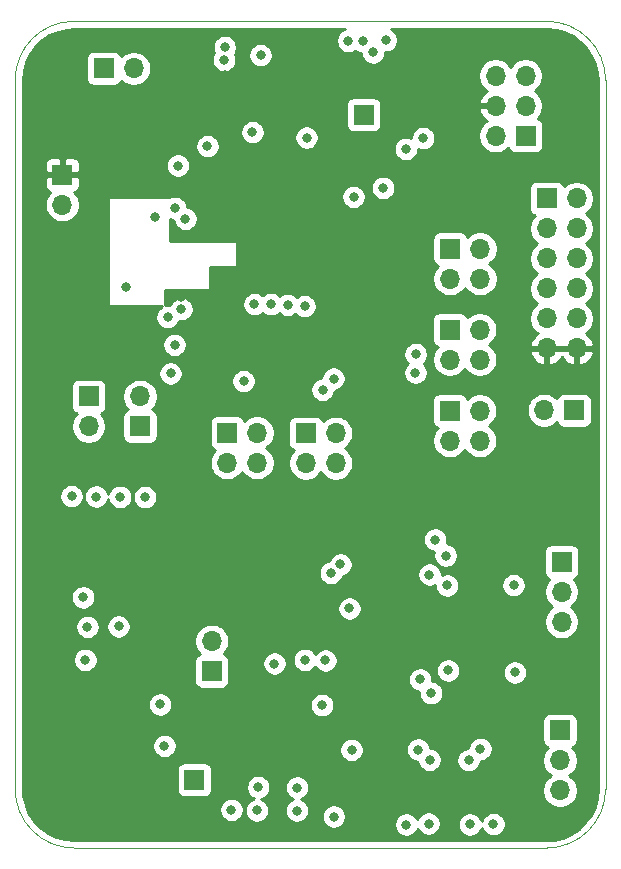
<source format=gbr>
%TF.GenerationSoftware,KiCad,Pcbnew,(5.1.5-0-10_14)*%
%TF.CreationDate,2021-01-01T10:31:15-05:00*%
%TF.ProjectId,E90,4539302e-6b69-4636-9164-5f7063625858,rev?*%
%TF.SameCoordinates,Original*%
%TF.FileFunction,Copper,L3,Inr*%
%TF.FilePolarity,Positive*%
%FSLAX46Y46*%
G04 Gerber Fmt 4.6, Leading zero omitted, Abs format (unit mm)*
G04 Created by KiCad (PCBNEW (5.1.5-0-10_14)) date 2021-01-01 10:31:15*
%MOMM*%
%LPD*%
G04 APERTURE LIST*
%ADD10C,0.050000*%
%ADD11R,1.700000X1.700000*%
%ADD12O,1.700000X1.700000*%
%ADD13C,0.800000*%
%ADD14C,0.254000*%
G04 APERTURE END LIST*
D10*
X50000000Y-55000000D02*
G75*
G02X55000000Y-50000000I5000000J0D01*
G01*
X95000000Y-50000000D02*
G75*
G02X100000000Y-55000000I0J-5000000D01*
G01*
X55000000Y-120000000D02*
G75*
G02X50000000Y-115000000I0J5000000D01*
G01*
X100000000Y-115000000D02*
G75*
G02X95000000Y-120000000I-5000000J0D01*
G01*
X100000000Y-55000000D02*
X100000000Y-115000000D01*
X95000000Y-50000000D02*
X95000000Y-50000000D01*
X55000000Y-120000000D02*
X95000000Y-120000000D01*
X50000000Y-115000000D02*
X50000000Y-110000000D01*
X55000000Y-50000000D02*
X95000000Y-50000000D01*
X50000000Y-110000000D02*
X50000000Y-55000000D01*
D11*
X65190000Y-114230000D03*
X57500000Y-54000000D03*
D12*
X60040000Y-54000000D03*
D11*
X93218000Y-59690000D03*
D12*
X90678000Y-59690000D03*
X93218000Y-57150000D03*
X90678000Y-57150000D03*
X93218000Y-54610000D03*
X90678000Y-54610000D03*
X54000000Y-65540000D03*
D11*
X54000000Y-63000000D03*
X79502000Y-57912000D03*
D12*
X96266000Y-100838000D03*
X96266000Y-98298000D03*
D11*
X96266000Y-95758000D03*
X86820000Y-69260000D03*
D12*
X89360000Y-69260000D03*
X86820000Y-71800000D03*
X89360000Y-71800000D03*
D11*
X86800000Y-76100000D03*
D12*
X89340000Y-76100000D03*
X86800000Y-78640000D03*
X89340000Y-78640000D03*
X89340000Y-85510000D03*
X86800000Y-85510000D03*
X89340000Y-82970000D03*
D11*
X86800000Y-82970000D03*
X67950000Y-84840000D03*
D12*
X70490000Y-84840000D03*
X67950000Y-87380000D03*
X70490000Y-87380000D03*
D11*
X96138000Y-110046000D03*
D12*
X96138000Y-112586000D03*
X96138000Y-115126000D03*
D11*
X95000000Y-65000000D03*
D12*
X97540000Y-65000000D03*
X95000000Y-67540000D03*
X97540000Y-67540000D03*
X95000000Y-70080000D03*
X97540000Y-70080000D03*
X95000000Y-72620000D03*
X97540000Y-72620000D03*
X95000000Y-75160000D03*
X97540000Y-75160000D03*
X95000000Y-77700000D03*
X97540000Y-77700000D03*
D11*
X66650000Y-105020000D03*
D12*
X66650000Y-102480000D03*
X56225000Y-84290000D03*
D11*
X56225000Y-81750000D03*
X97330000Y-82940000D03*
D12*
X94790000Y-82940000D03*
D11*
X60575000Y-84300000D03*
D12*
X60575000Y-81760000D03*
D11*
X74610000Y-84870000D03*
D12*
X77150000Y-84870000D03*
X74610000Y-87410000D03*
X77150000Y-87410000D03*
D13*
X84120000Y-111660000D03*
X92200000Y-97740000D03*
X86590000Y-97770000D03*
X85070000Y-96850000D03*
X78210000Y-51660000D03*
X85560000Y-93880000D03*
X66290000Y-60580000D03*
X67750000Y-52200000D03*
X55768000Y-98772000D03*
X74680000Y-59860000D03*
X70100000Y-59390000D03*
X58760000Y-101230000D03*
X55944000Y-104080000D03*
X56120000Y-101270000D03*
X67710000Y-53260000D03*
X70780000Y-52870000D03*
X63790000Y-62220000D03*
X63510000Y-77400000D03*
X63160000Y-79810000D03*
X86460000Y-95250000D03*
X75990000Y-107910000D03*
X76980000Y-117340000D03*
X73850000Y-116830000D03*
X70470000Y-116810000D03*
X68320000Y-116760000D03*
X61870000Y-66550000D03*
X59370000Y-72470000D03*
X79430000Y-51660000D03*
X81380000Y-51590000D03*
X83080000Y-60810000D03*
X84560000Y-59890000D03*
X92310000Y-105130000D03*
X86670000Y-104970000D03*
X85230000Y-106880000D03*
X84300000Y-105720000D03*
X76270000Y-104120000D03*
X74530000Y-104070000D03*
X71950000Y-104380000D03*
X62640000Y-111360000D03*
X73880000Y-114890000D03*
X70590000Y-114840000D03*
X81170000Y-64110000D03*
X89390000Y-111600000D03*
X88400000Y-112570000D03*
X85090000Y-112540000D03*
X62910000Y-75060000D03*
X83920000Y-78190000D03*
X83900000Y-79760000D03*
X77550000Y-95980000D03*
X76730000Y-96710000D03*
X78490000Y-111700000D03*
X69340000Y-80460000D03*
X76960000Y-80250000D03*
X76030000Y-81200000D03*
X78310000Y-99720000D03*
X62280000Y-107840000D03*
X64420000Y-66730000D03*
X63550000Y-65820000D03*
X64080000Y-74370000D03*
X85020000Y-117940000D03*
X83120000Y-118020000D03*
X88510000Y-118000000D03*
X90490000Y-117970000D03*
X80320000Y-52630000D03*
X65290000Y-65020000D03*
X64060000Y-73310000D03*
X64220000Y-68360000D03*
X76150000Y-52720000D03*
X61580000Y-75880000D03*
X74990000Y-52740000D03*
X74050000Y-53880000D03*
X74040000Y-56280000D03*
X74850000Y-57520000D03*
X76190000Y-57520000D03*
X67740000Y-54550000D03*
X67720000Y-55730000D03*
X62340000Y-76740000D03*
X64790000Y-107810000D03*
X79970000Y-109360000D03*
X80850000Y-109370000D03*
X82100000Y-109520000D03*
X81280000Y-97500000D03*
X82180000Y-97530000D03*
X83350000Y-97640000D03*
X80730000Y-55570000D03*
X82260000Y-62610000D03*
X66360000Y-63170000D03*
X82220000Y-77240000D03*
X71100000Y-79660000D03*
X81670000Y-55520000D03*
X78660000Y-64870000D03*
X74510000Y-74130000D03*
X61000000Y-90290000D03*
X73070000Y-74010000D03*
X58890000Y-90270000D03*
X71660000Y-73960000D03*
X56870000Y-90240000D03*
X70270000Y-73950000D03*
X54790000Y-90210000D03*
D14*
G36*
X77908102Y-50664774D02*
G01*
X77719744Y-50742795D01*
X77550226Y-50856063D01*
X77406063Y-51000226D01*
X77292795Y-51169744D01*
X77214774Y-51358102D01*
X77175000Y-51558061D01*
X77175000Y-51761939D01*
X77214774Y-51961898D01*
X77292795Y-52150256D01*
X77406063Y-52319774D01*
X77550226Y-52463937D01*
X77719744Y-52577205D01*
X77908102Y-52655226D01*
X78108061Y-52695000D01*
X78311939Y-52695000D01*
X78511898Y-52655226D01*
X78700256Y-52577205D01*
X78820000Y-52497195D01*
X78939744Y-52577205D01*
X79128102Y-52655226D01*
X79285000Y-52686435D01*
X79285000Y-52731939D01*
X79324774Y-52931898D01*
X79402795Y-53120256D01*
X79516063Y-53289774D01*
X79660226Y-53433937D01*
X79829744Y-53547205D01*
X80018102Y-53625226D01*
X80218061Y-53665000D01*
X80421939Y-53665000D01*
X80621898Y-53625226D01*
X80810256Y-53547205D01*
X80979774Y-53433937D01*
X81123937Y-53289774D01*
X81237205Y-53120256D01*
X81315226Y-52931898D01*
X81355000Y-52731939D01*
X81355000Y-52625000D01*
X81481939Y-52625000D01*
X81681898Y-52585226D01*
X81870256Y-52507205D01*
X82039774Y-52393937D01*
X82183937Y-52249774D01*
X82297205Y-52080256D01*
X82375226Y-51891898D01*
X82415000Y-51691939D01*
X82415000Y-51488061D01*
X82375226Y-51288102D01*
X82297205Y-51099744D01*
X82183937Y-50930226D01*
X82039774Y-50786063D01*
X81870256Y-50672795D01*
X81839366Y-50660000D01*
X94970608Y-50660000D01*
X95768083Y-50731173D01*
X96511891Y-50934656D01*
X97207905Y-51266638D01*
X97834130Y-51716626D01*
X98370777Y-52270403D01*
X98800871Y-52910451D01*
X99110829Y-53616553D01*
X99292065Y-54371457D01*
X99340000Y-55024207D01*
X99340001Y-114970597D01*
X99268827Y-115768083D01*
X99065344Y-116511890D01*
X98733363Y-117207904D01*
X98283374Y-117834130D01*
X97729597Y-118370777D01*
X97089549Y-118800871D01*
X96383447Y-119110829D01*
X95628543Y-119292065D01*
X94975793Y-119340000D01*
X55029392Y-119340000D01*
X54231917Y-119268827D01*
X53488110Y-119065344D01*
X52792096Y-118733363D01*
X52165870Y-118283374D01*
X51629223Y-117729597D01*
X51199129Y-117089549D01*
X51009719Y-116658061D01*
X67285000Y-116658061D01*
X67285000Y-116861939D01*
X67324774Y-117061898D01*
X67402795Y-117250256D01*
X67516063Y-117419774D01*
X67660226Y-117563937D01*
X67829744Y-117677205D01*
X68018102Y-117755226D01*
X68218061Y-117795000D01*
X68421939Y-117795000D01*
X68621898Y-117755226D01*
X68810256Y-117677205D01*
X68979774Y-117563937D01*
X69123937Y-117419774D01*
X69237205Y-117250256D01*
X69315226Y-117061898D01*
X69355000Y-116861939D01*
X69355000Y-116708061D01*
X69435000Y-116708061D01*
X69435000Y-116911939D01*
X69474774Y-117111898D01*
X69552795Y-117300256D01*
X69666063Y-117469774D01*
X69810226Y-117613937D01*
X69979744Y-117727205D01*
X70168102Y-117805226D01*
X70368061Y-117845000D01*
X70571939Y-117845000D01*
X70771898Y-117805226D01*
X70960256Y-117727205D01*
X71129774Y-117613937D01*
X71273937Y-117469774D01*
X71387205Y-117300256D01*
X71465226Y-117111898D01*
X71505000Y-116911939D01*
X71505000Y-116728061D01*
X72815000Y-116728061D01*
X72815000Y-116931939D01*
X72854774Y-117131898D01*
X72932795Y-117320256D01*
X73046063Y-117489774D01*
X73190226Y-117633937D01*
X73359744Y-117747205D01*
X73548102Y-117825226D01*
X73748061Y-117865000D01*
X73951939Y-117865000D01*
X74151898Y-117825226D01*
X74340256Y-117747205D01*
X74509774Y-117633937D01*
X74653937Y-117489774D01*
X74767205Y-117320256D01*
X74801251Y-117238061D01*
X75945000Y-117238061D01*
X75945000Y-117441939D01*
X75984774Y-117641898D01*
X76062795Y-117830256D01*
X76176063Y-117999774D01*
X76320226Y-118143937D01*
X76489744Y-118257205D01*
X76678102Y-118335226D01*
X76878061Y-118375000D01*
X77081939Y-118375000D01*
X77281898Y-118335226D01*
X77470256Y-118257205D01*
X77639774Y-118143937D01*
X77783937Y-117999774D01*
X77838535Y-117918061D01*
X82085000Y-117918061D01*
X82085000Y-118121939D01*
X82124774Y-118321898D01*
X82202795Y-118510256D01*
X82316063Y-118679774D01*
X82460226Y-118823937D01*
X82629744Y-118937205D01*
X82818102Y-119015226D01*
X83018061Y-119055000D01*
X83221939Y-119055000D01*
X83421898Y-119015226D01*
X83610256Y-118937205D01*
X83779774Y-118823937D01*
X83923937Y-118679774D01*
X84037205Y-118510256D01*
X84086569Y-118391082D01*
X84102795Y-118430256D01*
X84216063Y-118599774D01*
X84360226Y-118743937D01*
X84529744Y-118857205D01*
X84718102Y-118935226D01*
X84918061Y-118975000D01*
X85121939Y-118975000D01*
X85321898Y-118935226D01*
X85510256Y-118857205D01*
X85679774Y-118743937D01*
X85823937Y-118599774D01*
X85937205Y-118430256D01*
X86015226Y-118241898D01*
X86055000Y-118041939D01*
X86055000Y-117898061D01*
X87475000Y-117898061D01*
X87475000Y-118101939D01*
X87514774Y-118301898D01*
X87592795Y-118490256D01*
X87706063Y-118659774D01*
X87850226Y-118803937D01*
X88019744Y-118917205D01*
X88208102Y-118995226D01*
X88408061Y-119035000D01*
X88611939Y-119035000D01*
X88811898Y-118995226D01*
X89000256Y-118917205D01*
X89169774Y-118803937D01*
X89313937Y-118659774D01*
X89427205Y-118490256D01*
X89505226Y-118301898D01*
X89505867Y-118298678D01*
X89572795Y-118460256D01*
X89686063Y-118629774D01*
X89830226Y-118773937D01*
X89999744Y-118887205D01*
X90188102Y-118965226D01*
X90388061Y-119005000D01*
X90591939Y-119005000D01*
X90791898Y-118965226D01*
X90980256Y-118887205D01*
X91149774Y-118773937D01*
X91293937Y-118629774D01*
X91407205Y-118460256D01*
X91485226Y-118271898D01*
X91525000Y-118071939D01*
X91525000Y-117868061D01*
X91485226Y-117668102D01*
X91407205Y-117479744D01*
X91293937Y-117310226D01*
X91149774Y-117166063D01*
X90980256Y-117052795D01*
X90791898Y-116974774D01*
X90591939Y-116935000D01*
X90388061Y-116935000D01*
X90188102Y-116974774D01*
X89999744Y-117052795D01*
X89830226Y-117166063D01*
X89686063Y-117310226D01*
X89572795Y-117479744D01*
X89494774Y-117668102D01*
X89494133Y-117671322D01*
X89427205Y-117509744D01*
X89313937Y-117340226D01*
X89169774Y-117196063D01*
X89000256Y-117082795D01*
X88811898Y-117004774D01*
X88611939Y-116965000D01*
X88408061Y-116965000D01*
X88208102Y-117004774D01*
X88019744Y-117082795D01*
X87850226Y-117196063D01*
X87706063Y-117340226D01*
X87592795Y-117509744D01*
X87514774Y-117698102D01*
X87475000Y-117898061D01*
X86055000Y-117898061D01*
X86055000Y-117838061D01*
X86015226Y-117638102D01*
X85937205Y-117449744D01*
X85823937Y-117280226D01*
X85679774Y-117136063D01*
X85510256Y-117022795D01*
X85321898Y-116944774D01*
X85121939Y-116905000D01*
X84918061Y-116905000D01*
X84718102Y-116944774D01*
X84529744Y-117022795D01*
X84360226Y-117136063D01*
X84216063Y-117280226D01*
X84102795Y-117449744D01*
X84053431Y-117568918D01*
X84037205Y-117529744D01*
X83923937Y-117360226D01*
X83779774Y-117216063D01*
X83610256Y-117102795D01*
X83421898Y-117024774D01*
X83221939Y-116985000D01*
X83018061Y-116985000D01*
X82818102Y-117024774D01*
X82629744Y-117102795D01*
X82460226Y-117216063D01*
X82316063Y-117360226D01*
X82202795Y-117529744D01*
X82124774Y-117718102D01*
X82085000Y-117918061D01*
X77838535Y-117918061D01*
X77897205Y-117830256D01*
X77975226Y-117641898D01*
X78015000Y-117441939D01*
X78015000Y-117238061D01*
X77975226Y-117038102D01*
X77897205Y-116849744D01*
X77783937Y-116680226D01*
X77639774Y-116536063D01*
X77470256Y-116422795D01*
X77281898Y-116344774D01*
X77081939Y-116305000D01*
X76878061Y-116305000D01*
X76678102Y-116344774D01*
X76489744Y-116422795D01*
X76320226Y-116536063D01*
X76176063Y-116680226D01*
X76062795Y-116849744D01*
X75984774Y-117038102D01*
X75945000Y-117238061D01*
X74801251Y-117238061D01*
X74845226Y-117131898D01*
X74885000Y-116931939D01*
X74885000Y-116728061D01*
X74845226Y-116528102D01*
X74767205Y-116339744D01*
X74653937Y-116170226D01*
X74509774Y-116026063D01*
X74340256Y-115912795D01*
X74227799Y-115866213D01*
X74370256Y-115807205D01*
X74539774Y-115693937D01*
X74683937Y-115549774D01*
X74797205Y-115380256D01*
X74875226Y-115191898D01*
X74915000Y-114991939D01*
X74915000Y-114788061D01*
X74875226Y-114588102D01*
X74797205Y-114399744D01*
X74683937Y-114230226D01*
X74539774Y-114086063D01*
X74370256Y-113972795D01*
X74181898Y-113894774D01*
X73981939Y-113855000D01*
X73778061Y-113855000D01*
X73578102Y-113894774D01*
X73389744Y-113972795D01*
X73220226Y-114086063D01*
X73076063Y-114230226D01*
X72962795Y-114399744D01*
X72884774Y-114588102D01*
X72845000Y-114788061D01*
X72845000Y-114991939D01*
X72884774Y-115191898D01*
X72962795Y-115380256D01*
X73076063Y-115549774D01*
X73220226Y-115693937D01*
X73389744Y-115807205D01*
X73502201Y-115853787D01*
X73359744Y-115912795D01*
X73190226Y-116026063D01*
X73046063Y-116170226D01*
X72932795Y-116339744D01*
X72854774Y-116528102D01*
X72815000Y-116728061D01*
X71505000Y-116728061D01*
X71505000Y-116708061D01*
X71465226Y-116508102D01*
X71387205Y-116319744D01*
X71273937Y-116150226D01*
X71129774Y-116006063D01*
X70960256Y-115892795D01*
X70844185Y-115844717D01*
X70891898Y-115835226D01*
X71080256Y-115757205D01*
X71249774Y-115643937D01*
X71393937Y-115499774D01*
X71507205Y-115330256D01*
X71585226Y-115141898D01*
X71625000Y-114941939D01*
X71625000Y-114738061D01*
X71585226Y-114538102D01*
X71507205Y-114349744D01*
X71393937Y-114180226D01*
X71249774Y-114036063D01*
X71080256Y-113922795D01*
X70891898Y-113844774D01*
X70691939Y-113805000D01*
X70488061Y-113805000D01*
X70288102Y-113844774D01*
X70099744Y-113922795D01*
X69930226Y-114036063D01*
X69786063Y-114180226D01*
X69672795Y-114349744D01*
X69594774Y-114538102D01*
X69555000Y-114738061D01*
X69555000Y-114941939D01*
X69594774Y-115141898D01*
X69672795Y-115330256D01*
X69786063Y-115499774D01*
X69930226Y-115643937D01*
X70099744Y-115757205D01*
X70215815Y-115805283D01*
X70168102Y-115814774D01*
X69979744Y-115892795D01*
X69810226Y-116006063D01*
X69666063Y-116150226D01*
X69552795Y-116319744D01*
X69474774Y-116508102D01*
X69435000Y-116708061D01*
X69355000Y-116708061D01*
X69355000Y-116658061D01*
X69315226Y-116458102D01*
X69237205Y-116269744D01*
X69123937Y-116100226D01*
X68979774Y-115956063D01*
X68810256Y-115842795D01*
X68621898Y-115764774D01*
X68421939Y-115725000D01*
X68218061Y-115725000D01*
X68018102Y-115764774D01*
X67829744Y-115842795D01*
X67660226Y-115956063D01*
X67516063Y-116100226D01*
X67402795Y-116269744D01*
X67324774Y-116458102D01*
X67285000Y-116658061D01*
X51009719Y-116658061D01*
X50889171Y-116383447D01*
X50707935Y-115628543D01*
X50660000Y-114975793D01*
X50660000Y-113380000D01*
X63701928Y-113380000D01*
X63701928Y-115080000D01*
X63714188Y-115204482D01*
X63750498Y-115324180D01*
X63809463Y-115434494D01*
X63888815Y-115531185D01*
X63985506Y-115610537D01*
X64095820Y-115669502D01*
X64215518Y-115705812D01*
X64340000Y-115718072D01*
X66040000Y-115718072D01*
X66164482Y-115705812D01*
X66284180Y-115669502D01*
X66394494Y-115610537D01*
X66491185Y-115531185D01*
X66570537Y-115434494D01*
X66629502Y-115324180D01*
X66665812Y-115204482D01*
X66678072Y-115080000D01*
X66678072Y-113380000D01*
X66665812Y-113255518D01*
X66629502Y-113135820D01*
X66570537Y-113025506D01*
X66491185Y-112928815D01*
X66394494Y-112849463D01*
X66284180Y-112790498D01*
X66164482Y-112754188D01*
X66040000Y-112741928D01*
X64340000Y-112741928D01*
X64215518Y-112754188D01*
X64095820Y-112790498D01*
X63985506Y-112849463D01*
X63888815Y-112928815D01*
X63809463Y-113025506D01*
X63750498Y-113135820D01*
X63714188Y-113255518D01*
X63701928Y-113380000D01*
X50660000Y-113380000D01*
X50660000Y-111258061D01*
X61605000Y-111258061D01*
X61605000Y-111461939D01*
X61644774Y-111661898D01*
X61722795Y-111850256D01*
X61836063Y-112019774D01*
X61980226Y-112163937D01*
X62149744Y-112277205D01*
X62338102Y-112355226D01*
X62538061Y-112395000D01*
X62741939Y-112395000D01*
X62941898Y-112355226D01*
X63130256Y-112277205D01*
X63299774Y-112163937D01*
X63443937Y-112019774D01*
X63557205Y-111850256D01*
X63635226Y-111661898D01*
X63647923Y-111598061D01*
X77455000Y-111598061D01*
X77455000Y-111801939D01*
X77494774Y-112001898D01*
X77572795Y-112190256D01*
X77686063Y-112359774D01*
X77830226Y-112503937D01*
X77999744Y-112617205D01*
X78188102Y-112695226D01*
X78388061Y-112735000D01*
X78591939Y-112735000D01*
X78791898Y-112695226D01*
X78980256Y-112617205D01*
X79149774Y-112503937D01*
X79293937Y-112359774D01*
X79407205Y-112190256D01*
X79485226Y-112001898D01*
X79525000Y-111801939D01*
X79525000Y-111598061D01*
X79517044Y-111558061D01*
X83085000Y-111558061D01*
X83085000Y-111761939D01*
X83124774Y-111961898D01*
X83202795Y-112150256D01*
X83316063Y-112319774D01*
X83460226Y-112463937D01*
X83629744Y-112577205D01*
X83818102Y-112655226D01*
X84018061Y-112695000D01*
X84065554Y-112695000D01*
X84094774Y-112841898D01*
X84172795Y-113030256D01*
X84286063Y-113199774D01*
X84430226Y-113343937D01*
X84599744Y-113457205D01*
X84788102Y-113535226D01*
X84988061Y-113575000D01*
X85191939Y-113575000D01*
X85391898Y-113535226D01*
X85580256Y-113457205D01*
X85749774Y-113343937D01*
X85893937Y-113199774D01*
X86007205Y-113030256D01*
X86085226Y-112841898D01*
X86125000Y-112641939D01*
X86125000Y-112468061D01*
X87365000Y-112468061D01*
X87365000Y-112671939D01*
X87404774Y-112871898D01*
X87482795Y-113060256D01*
X87596063Y-113229774D01*
X87740226Y-113373937D01*
X87909744Y-113487205D01*
X88098102Y-113565226D01*
X88298061Y-113605000D01*
X88501939Y-113605000D01*
X88701898Y-113565226D01*
X88890256Y-113487205D01*
X89059774Y-113373937D01*
X89203937Y-113229774D01*
X89317205Y-113060256D01*
X89395226Y-112871898D01*
X89435000Y-112671939D01*
X89435000Y-112635000D01*
X89491939Y-112635000D01*
X89691898Y-112595226D01*
X89880256Y-112517205D01*
X90049774Y-112403937D01*
X90193937Y-112259774D01*
X90307205Y-112090256D01*
X90385226Y-111901898D01*
X90425000Y-111701939D01*
X90425000Y-111498061D01*
X90385226Y-111298102D01*
X90307205Y-111109744D01*
X90193937Y-110940226D01*
X90049774Y-110796063D01*
X89880256Y-110682795D01*
X89691898Y-110604774D01*
X89491939Y-110565000D01*
X89288061Y-110565000D01*
X89088102Y-110604774D01*
X88899744Y-110682795D01*
X88730226Y-110796063D01*
X88586063Y-110940226D01*
X88472795Y-111109744D01*
X88394774Y-111298102D01*
X88355000Y-111498061D01*
X88355000Y-111535000D01*
X88298061Y-111535000D01*
X88098102Y-111574774D01*
X87909744Y-111652795D01*
X87740226Y-111766063D01*
X87596063Y-111910226D01*
X87482795Y-112079744D01*
X87404774Y-112268102D01*
X87365000Y-112468061D01*
X86125000Y-112468061D01*
X86125000Y-112438061D01*
X86085226Y-112238102D01*
X86007205Y-112049744D01*
X85893937Y-111880226D01*
X85749774Y-111736063D01*
X85580256Y-111622795D01*
X85391898Y-111544774D01*
X85191939Y-111505000D01*
X85144446Y-111505000D01*
X85115226Y-111358102D01*
X85037205Y-111169744D01*
X84923937Y-111000226D01*
X84779774Y-110856063D01*
X84610256Y-110742795D01*
X84421898Y-110664774D01*
X84221939Y-110625000D01*
X84018061Y-110625000D01*
X83818102Y-110664774D01*
X83629744Y-110742795D01*
X83460226Y-110856063D01*
X83316063Y-111000226D01*
X83202795Y-111169744D01*
X83124774Y-111358102D01*
X83085000Y-111558061D01*
X79517044Y-111558061D01*
X79485226Y-111398102D01*
X79407205Y-111209744D01*
X79293937Y-111040226D01*
X79149774Y-110896063D01*
X78980256Y-110782795D01*
X78791898Y-110704774D01*
X78591939Y-110665000D01*
X78388061Y-110665000D01*
X78188102Y-110704774D01*
X77999744Y-110782795D01*
X77830226Y-110896063D01*
X77686063Y-111040226D01*
X77572795Y-111209744D01*
X77494774Y-111398102D01*
X77455000Y-111598061D01*
X63647923Y-111598061D01*
X63675000Y-111461939D01*
X63675000Y-111258061D01*
X63635226Y-111058102D01*
X63557205Y-110869744D01*
X63443937Y-110700226D01*
X63299774Y-110556063D01*
X63130256Y-110442795D01*
X62941898Y-110364774D01*
X62741939Y-110325000D01*
X62538061Y-110325000D01*
X62338102Y-110364774D01*
X62149744Y-110442795D01*
X61980226Y-110556063D01*
X61836063Y-110700226D01*
X61722795Y-110869744D01*
X61644774Y-111058102D01*
X61605000Y-111258061D01*
X50660000Y-111258061D01*
X50660000Y-109196000D01*
X94649928Y-109196000D01*
X94649928Y-110896000D01*
X94662188Y-111020482D01*
X94698498Y-111140180D01*
X94757463Y-111250494D01*
X94836815Y-111347185D01*
X94933506Y-111426537D01*
X95043820Y-111485502D01*
X95116380Y-111507513D01*
X94984525Y-111639368D01*
X94822010Y-111882589D01*
X94710068Y-112152842D01*
X94653000Y-112439740D01*
X94653000Y-112732260D01*
X94710068Y-113019158D01*
X94822010Y-113289411D01*
X94984525Y-113532632D01*
X95191368Y-113739475D01*
X95365760Y-113856000D01*
X95191368Y-113972525D01*
X94984525Y-114179368D01*
X94822010Y-114422589D01*
X94710068Y-114692842D01*
X94653000Y-114979740D01*
X94653000Y-115272260D01*
X94710068Y-115559158D01*
X94822010Y-115829411D01*
X94984525Y-116072632D01*
X95191368Y-116279475D01*
X95434589Y-116441990D01*
X95704842Y-116553932D01*
X95991740Y-116611000D01*
X96284260Y-116611000D01*
X96571158Y-116553932D01*
X96841411Y-116441990D01*
X97084632Y-116279475D01*
X97291475Y-116072632D01*
X97453990Y-115829411D01*
X97565932Y-115559158D01*
X97623000Y-115272260D01*
X97623000Y-114979740D01*
X97565932Y-114692842D01*
X97453990Y-114422589D01*
X97291475Y-114179368D01*
X97084632Y-113972525D01*
X96910240Y-113856000D01*
X97084632Y-113739475D01*
X97291475Y-113532632D01*
X97453990Y-113289411D01*
X97565932Y-113019158D01*
X97623000Y-112732260D01*
X97623000Y-112439740D01*
X97565932Y-112152842D01*
X97453990Y-111882589D01*
X97291475Y-111639368D01*
X97159620Y-111507513D01*
X97232180Y-111485502D01*
X97342494Y-111426537D01*
X97439185Y-111347185D01*
X97518537Y-111250494D01*
X97577502Y-111140180D01*
X97613812Y-111020482D01*
X97626072Y-110896000D01*
X97626072Y-109196000D01*
X97613812Y-109071518D01*
X97577502Y-108951820D01*
X97518537Y-108841506D01*
X97439185Y-108744815D01*
X97342494Y-108665463D01*
X97232180Y-108606498D01*
X97112482Y-108570188D01*
X96988000Y-108557928D01*
X95288000Y-108557928D01*
X95163518Y-108570188D01*
X95043820Y-108606498D01*
X94933506Y-108665463D01*
X94836815Y-108744815D01*
X94757463Y-108841506D01*
X94698498Y-108951820D01*
X94662188Y-109071518D01*
X94649928Y-109196000D01*
X50660000Y-109196000D01*
X50660000Y-107738061D01*
X61245000Y-107738061D01*
X61245000Y-107941939D01*
X61284774Y-108141898D01*
X61362795Y-108330256D01*
X61476063Y-108499774D01*
X61620226Y-108643937D01*
X61789744Y-108757205D01*
X61978102Y-108835226D01*
X62178061Y-108875000D01*
X62381939Y-108875000D01*
X62581898Y-108835226D01*
X62770256Y-108757205D01*
X62939774Y-108643937D01*
X63083937Y-108499774D01*
X63197205Y-108330256D01*
X63275226Y-108141898D01*
X63315000Y-107941939D01*
X63315000Y-107808061D01*
X74955000Y-107808061D01*
X74955000Y-108011939D01*
X74994774Y-108211898D01*
X75072795Y-108400256D01*
X75186063Y-108569774D01*
X75330226Y-108713937D01*
X75499744Y-108827205D01*
X75688102Y-108905226D01*
X75888061Y-108945000D01*
X76091939Y-108945000D01*
X76291898Y-108905226D01*
X76480256Y-108827205D01*
X76649774Y-108713937D01*
X76793937Y-108569774D01*
X76907205Y-108400256D01*
X76985226Y-108211898D01*
X77025000Y-108011939D01*
X77025000Y-107808061D01*
X76985226Y-107608102D01*
X76907205Y-107419744D01*
X76793937Y-107250226D01*
X76649774Y-107106063D01*
X76480256Y-106992795D01*
X76291898Y-106914774D01*
X76091939Y-106875000D01*
X75888061Y-106875000D01*
X75688102Y-106914774D01*
X75499744Y-106992795D01*
X75330226Y-107106063D01*
X75186063Y-107250226D01*
X75072795Y-107419744D01*
X74994774Y-107608102D01*
X74955000Y-107808061D01*
X63315000Y-107808061D01*
X63315000Y-107738061D01*
X63275226Y-107538102D01*
X63197205Y-107349744D01*
X63083937Y-107180226D01*
X62939774Y-107036063D01*
X62770256Y-106922795D01*
X62581898Y-106844774D01*
X62381939Y-106805000D01*
X62178061Y-106805000D01*
X61978102Y-106844774D01*
X61789744Y-106922795D01*
X61620226Y-107036063D01*
X61476063Y-107180226D01*
X61362795Y-107349744D01*
X61284774Y-107538102D01*
X61245000Y-107738061D01*
X50660000Y-107738061D01*
X50660000Y-103978061D01*
X54909000Y-103978061D01*
X54909000Y-104181939D01*
X54948774Y-104381898D01*
X55026795Y-104570256D01*
X55140063Y-104739774D01*
X55284226Y-104883937D01*
X55453744Y-104997205D01*
X55642102Y-105075226D01*
X55842061Y-105115000D01*
X56045939Y-105115000D01*
X56245898Y-105075226D01*
X56434256Y-104997205D01*
X56603774Y-104883937D01*
X56747937Y-104739774D01*
X56861205Y-104570256D01*
X56939226Y-104381898D01*
X56979000Y-104181939D01*
X56979000Y-104170000D01*
X65161928Y-104170000D01*
X65161928Y-105870000D01*
X65174188Y-105994482D01*
X65210498Y-106114180D01*
X65269463Y-106224494D01*
X65348815Y-106321185D01*
X65445506Y-106400537D01*
X65555820Y-106459502D01*
X65675518Y-106495812D01*
X65800000Y-106508072D01*
X67500000Y-106508072D01*
X67624482Y-106495812D01*
X67744180Y-106459502D01*
X67854494Y-106400537D01*
X67951185Y-106321185D01*
X68030537Y-106224494D01*
X68089502Y-106114180D01*
X68125812Y-105994482D01*
X68138072Y-105870000D01*
X68138072Y-105618061D01*
X83265000Y-105618061D01*
X83265000Y-105821939D01*
X83304774Y-106021898D01*
X83382795Y-106210256D01*
X83496063Y-106379774D01*
X83640226Y-106523937D01*
X83809744Y-106637205D01*
X83998102Y-106715226D01*
X84198061Y-106755000D01*
X84199587Y-106755000D01*
X84195000Y-106778061D01*
X84195000Y-106981939D01*
X84234774Y-107181898D01*
X84312795Y-107370256D01*
X84426063Y-107539774D01*
X84570226Y-107683937D01*
X84739744Y-107797205D01*
X84928102Y-107875226D01*
X85128061Y-107915000D01*
X85331939Y-107915000D01*
X85531898Y-107875226D01*
X85720256Y-107797205D01*
X85889774Y-107683937D01*
X86033937Y-107539774D01*
X86147205Y-107370256D01*
X86225226Y-107181898D01*
X86265000Y-106981939D01*
X86265000Y-106778061D01*
X86225226Y-106578102D01*
X86147205Y-106389744D01*
X86033937Y-106220226D01*
X85889774Y-106076063D01*
X85720256Y-105962795D01*
X85531898Y-105884774D01*
X85331939Y-105845000D01*
X85330413Y-105845000D01*
X85335000Y-105821939D01*
X85335000Y-105618061D01*
X85295226Y-105418102D01*
X85217205Y-105229744D01*
X85103937Y-105060226D01*
X84959774Y-104916063D01*
X84887934Y-104868061D01*
X85635000Y-104868061D01*
X85635000Y-105071939D01*
X85674774Y-105271898D01*
X85752795Y-105460256D01*
X85866063Y-105629774D01*
X86010226Y-105773937D01*
X86179744Y-105887205D01*
X86368102Y-105965226D01*
X86568061Y-106005000D01*
X86771939Y-106005000D01*
X86971898Y-105965226D01*
X87160256Y-105887205D01*
X87329774Y-105773937D01*
X87473937Y-105629774D01*
X87587205Y-105460256D01*
X87665226Y-105271898D01*
X87705000Y-105071939D01*
X87705000Y-105028061D01*
X91275000Y-105028061D01*
X91275000Y-105231939D01*
X91314774Y-105431898D01*
X91392795Y-105620256D01*
X91506063Y-105789774D01*
X91650226Y-105933937D01*
X91819744Y-106047205D01*
X92008102Y-106125226D01*
X92208061Y-106165000D01*
X92411939Y-106165000D01*
X92611898Y-106125226D01*
X92800256Y-106047205D01*
X92969774Y-105933937D01*
X93113937Y-105789774D01*
X93227205Y-105620256D01*
X93305226Y-105431898D01*
X93345000Y-105231939D01*
X93345000Y-105028061D01*
X93305226Y-104828102D01*
X93227205Y-104639744D01*
X93113937Y-104470226D01*
X92969774Y-104326063D01*
X92800256Y-104212795D01*
X92611898Y-104134774D01*
X92411939Y-104095000D01*
X92208061Y-104095000D01*
X92008102Y-104134774D01*
X91819744Y-104212795D01*
X91650226Y-104326063D01*
X91506063Y-104470226D01*
X91392795Y-104639744D01*
X91314774Y-104828102D01*
X91275000Y-105028061D01*
X87705000Y-105028061D01*
X87705000Y-104868061D01*
X87665226Y-104668102D01*
X87587205Y-104479744D01*
X87473937Y-104310226D01*
X87329774Y-104166063D01*
X87160256Y-104052795D01*
X86971898Y-103974774D01*
X86771939Y-103935000D01*
X86568061Y-103935000D01*
X86368102Y-103974774D01*
X86179744Y-104052795D01*
X86010226Y-104166063D01*
X85866063Y-104310226D01*
X85752795Y-104479744D01*
X85674774Y-104668102D01*
X85635000Y-104868061D01*
X84887934Y-104868061D01*
X84790256Y-104802795D01*
X84601898Y-104724774D01*
X84401939Y-104685000D01*
X84198061Y-104685000D01*
X83998102Y-104724774D01*
X83809744Y-104802795D01*
X83640226Y-104916063D01*
X83496063Y-105060226D01*
X83382795Y-105229744D01*
X83304774Y-105418102D01*
X83265000Y-105618061D01*
X68138072Y-105618061D01*
X68138072Y-104278061D01*
X70915000Y-104278061D01*
X70915000Y-104481939D01*
X70954774Y-104681898D01*
X71032795Y-104870256D01*
X71146063Y-105039774D01*
X71290226Y-105183937D01*
X71459744Y-105297205D01*
X71648102Y-105375226D01*
X71848061Y-105415000D01*
X72051939Y-105415000D01*
X72251898Y-105375226D01*
X72440256Y-105297205D01*
X72609774Y-105183937D01*
X72753937Y-105039774D01*
X72867205Y-104870256D01*
X72945226Y-104681898D01*
X72985000Y-104481939D01*
X72985000Y-104278061D01*
X72945226Y-104078102D01*
X72899646Y-103968061D01*
X73495000Y-103968061D01*
X73495000Y-104171939D01*
X73534774Y-104371898D01*
X73612795Y-104560256D01*
X73726063Y-104729774D01*
X73870226Y-104873937D01*
X74039744Y-104987205D01*
X74228102Y-105065226D01*
X74428061Y-105105000D01*
X74631939Y-105105000D01*
X74831898Y-105065226D01*
X75020256Y-104987205D01*
X75189774Y-104873937D01*
X75333937Y-104729774D01*
X75383296Y-104655903D01*
X75466063Y-104779774D01*
X75610226Y-104923937D01*
X75779744Y-105037205D01*
X75968102Y-105115226D01*
X76168061Y-105155000D01*
X76371939Y-105155000D01*
X76571898Y-105115226D01*
X76760256Y-105037205D01*
X76929774Y-104923937D01*
X77073937Y-104779774D01*
X77187205Y-104610256D01*
X77265226Y-104421898D01*
X77305000Y-104221939D01*
X77305000Y-104018061D01*
X77265226Y-103818102D01*
X77187205Y-103629744D01*
X77073937Y-103460226D01*
X76929774Y-103316063D01*
X76760256Y-103202795D01*
X76571898Y-103124774D01*
X76371939Y-103085000D01*
X76168061Y-103085000D01*
X75968102Y-103124774D01*
X75779744Y-103202795D01*
X75610226Y-103316063D01*
X75466063Y-103460226D01*
X75416704Y-103534097D01*
X75333937Y-103410226D01*
X75189774Y-103266063D01*
X75020256Y-103152795D01*
X74831898Y-103074774D01*
X74631939Y-103035000D01*
X74428061Y-103035000D01*
X74228102Y-103074774D01*
X74039744Y-103152795D01*
X73870226Y-103266063D01*
X73726063Y-103410226D01*
X73612795Y-103579744D01*
X73534774Y-103768102D01*
X73495000Y-103968061D01*
X72899646Y-103968061D01*
X72867205Y-103889744D01*
X72753937Y-103720226D01*
X72609774Y-103576063D01*
X72440256Y-103462795D01*
X72251898Y-103384774D01*
X72051939Y-103345000D01*
X71848061Y-103345000D01*
X71648102Y-103384774D01*
X71459744Y-103462795D01*
X71290226Y-103576063D01*
X71146063Y-103720226D01*
X71032795Y-103889744D01*
X70954774Y-104078102D01*
X70915000Y-104278061D01*
X68138072Y-104278061D01*
X68138072Y-104170000D01*
X68125812Y-104045518D01*
X68089502Y-103925820D01*
X68030537Y-103815506D01*
X67951185Y-103718815D01*
X67854494Y-103639463D01*
X67744180Y-103580498D01*
X67671620Y-103558487D01*
X67803475Y-103426632D01*
X67965990Y-103183411D01*
X68077932Y-102913158D01*
X68135000Y-102626260D01*
X68135000Y-102333740D01*
X68077932Y-102046842D01*
X67965990Y-101776589D01*
X67803475Y-101533368D01*
X67596632Y-101326525D01*
X67353411Y-101164010D01*
X67083158Y-101052068D01*
X66796260Y-100995000D01*
X66503740Y-100995000D01*
X66216842Y-101052068D01*
X65946589Y-101164010D01*
X65703368Y-101326525D01*
X65496525Y-101533368D01*
X65334010Y-101776589D01*
X65222068Y-102046842D01*
X65165000Y-102333740D01*
X65165000Y-102626260D01*
X65222068Y-102913158D01*
X65334010Y-103183411D01*
X65496525Y-103426632D01*
X65628380Y-103558487D01*
X65555820Y-103580498D01*
X65445506Y-103639463D01*
X65348815Y-103718815D01*
X65269463Y-103815506D01*
X65210498Y-103925820D01*
X65174188Y-104045518D01*
X65161928Y-104170000D01*
X56979000Y-104170000D01*
X56979000Y-103978061D01*
X56939226Y-103778102D01*
X56861205Y-103589744D01*
X56747937Y-103420226D01*
X56603774Y-103276063D01*
X56434256Y-103162795D01*
X56245898Y-103084774D01*
X56045939Y-103045000D01*
X55842061Y-103045000D01*
X55642102Y-103084774D01*
X55453744Y-103162795D01*
X55284226Y-103276063D01*
X55140063Y-103420226D01*
X55026795Y-103589744D01*
X54948774Y-103778102D01*
X54909000Y-103978061D01*
X50660000Y-103978061D01*
X50660000Y-101168061D01*
X55085000Y-101168061D01*
X55085000Y-101371939D01*
X55124774Y-101571898D01*
X55202795Y-101760256D01*
X55316063Y-101929774D01*
X55460226Y-102073937D01*
X55629744Y-102187205D01*
X55818102Y-102265226D01*
X56018061Y-102305000D01*
X56221939Y-102305000D01*
X56421898Y-102265226D01*
X56610256Y-102187205D01*
X56779774Y-102073937D01*
X56923937Y-101929774D01*
X57037205Y-101760256D01*
X57115226Y-101571898D01*
X57155000Y-101371939D01*
X57155000Y-101168061D01*
X57147044Y-101128061D01*
X57725000Y-101128061D01*
X57725000Y-101331939D01*
X57764774Y-101531898D01*
X57842795Y-101720256D01*
X57956063Y-101889774D01*
X58100226Y-102033937D01*
X58269744Y-102147205D01*
X58458102Y-102225226D01*
X58658061Y-102265000D01*
X58861939Y-102265000D01*
X59061898Y-102225226D01*
X59250256Y-102147205D01*
X59419774Y-102033937D01*
X59563937Y-101889774D01*
X59677205Y-101720256D01*
X59755226Y-101531898D01*
X59795000Y-101331939D01*
X59795000Y-101128061D01*
X59755226Y-100928102D01*
X59677205Y-100739744D01*
X59563937Y-100570226D01*
X59419774Y-100426063D01*
X59250256Y-100312795D01*
X59061898Y-100234774D01*
X58861939Y-100195000D01*
X58658061Y-100195000D01*
X58458102Y-100234774D01*
X58269744Y-100312795D01*
X58100226Y-100426063D01*
X57956063Y-100570226D01*
X57842795Y-100739744D01*
X57764774Y-100928102D01*
X57725000Y-101128061D01*
X57147044Y-101128061D01*
X57115226Y-100968102D01*
X57037205Y-100779744D01*
X56923937Y-100610226D01*
X56779774Y-100466063D01*
X56610256Y-100352795D01*
X56421898Y-100274774D01*
X56221939Y-100235000D01*
X56018061Y-100235000D01*
X55818102Y-100274774D01*
X55629744Y-100352795D01*
X55460226Y-100466063D01*
X55316063Y-100610226D01*
X55202795Y-100779744D01*
X55124774Y-100968102D01*
X55085000Y-101168061D01*
X50660000Y-101168061D01*
X50660000Y-98670061D01*
X54733000Y-98670061D01*
X54733000Y-98873939D01*
X54772774Y-99073898D01*
X54850795Y-99262256D01*
X54964063Y-99431774D01*
X55108226Y-99575937D01*
X55277744Y-99689205D01*
X55466102Y-99767226D01*
X55666061Y-99807000D01*
X55869939Y-99807000D01*
X56069898Y-99767226D01*
X56258256Y-99689205D01*
X56364730Y-99618061D01*
X77275000Y-99618061D01*
X77275000Y-99821939D01*
X77314774Y-100021898D01*
X77392795Y-100210256D01*
X77506063Y-100379774D01*
X77650226Y-100523937D01*
X77819744Y-100637205D01*
X78008102Y-100715226D01*
X78208061Y-100755000D01*
X78411939Y-100755000D01*
X78611898Y-100715226D01*
X78800256Y-100637205D01*
X78969774Y-100523937D01*
X79113937Y-100379774D01*
X79227205Y-100210256D01*
X79305226Y-100021898D01*
X79345000Y-99821939D01*
X79345000Y-99618061D01*
X79305226Y-99418102D01*
X79227205Y-99229744D01*
X79113937Y-99060226D01*
X78969774Y-98916063D01*
X78800256Y-98802795D01*
X78611898Y-98724774D01*
X78411939Y-98685000D01*
X78208061Y-98685000D01*
X78008102Y-98724774D01*
X77819744Y-98802795D01*
X77650226Y-98916063D01*
X77506063Y-99060226D01*
X77392795Y-99229744D01*
X77314774Y-99418102D01*
X77275000Y-99618061D01*
X56364730Y-99618061D01*
X56427774Y-99575937D01*
X56571937Y-99431774D01*
X56685205Y-99262256D01*
X56763226Y-99073898D01*
X56803000Y-98873939D01*
X56803000Y-98670061D01*
X56763226Y-98470102D01*
X56685205Y-98281744D01*
X56571937Y-98112226D01*
X56427774Y-97968063D01*
X56258256Y-97854795D01*
X56069898Y-97776774D01*
X55869939Y-97737000D01*
X55666061Y-97737000D01*
X55466102Y-97776774D01*
X55277744Y-97854795D01*
X55108226Y-97968063D01*
X54964063Y-98112226D01*
X54850795Y-98281744D01*
X54772774Y-98470102D01*
X54733000Y-98670061D01*
X50660000Y-98670061D01*
X50660000Y-96608061D01*
X75695000Y-96608061D01*
X75695000Y-96811939D01*
X75734774Y-97011898D01*
X75812795Y-97200256D01*
X75926063Y-97369774D01*
X76070226Y-97513937D01*
X76239744Y-97627205D01*
X76428102Y-97705226D01*
X76628061Y-97745000D01*
X76831939Y-97745000D01*
X77031898Y-97705226D01*
X77220256Y-97627205D01*
X77389774Y-97513937D01*
X77533937Y-97369774D01*
X77647205Y-97200256D01*
X77725226Y-97011898D01*
X77727603Y-96999950D01*
X77851898Y-96975226D01*
X78040256Y-96897205D01*
X78209774Y-96783937D01*
X78245650Y-96748061D01*
X84035000Y-96748061D01*
X84035000Y-96951939D01*
X84074774Y-97151898D01*
X84152795Y-97340256D01*
X84266063Y-97509774D01*
X84410226Y-97653937D01*
X84579744Y-97767205D01*
X84768102Y-97845226D01*
X84968061Y-97885000D01*
X85171939Y-97885000D01*
X85371898Y-97845226D01*
X85555000Y-97769382D01*
X85555000Y-97871939D01*
X85594774Y-98071898D01*
X85672795Y-98260256D01*
X85786063Y-98429774D01*
X85930226Y-98573937D01*
X86099744Y-98687205D01*
X86288102Y-98765226D01*
X86488061Y-98805000D01*
X86691939Y-98805000D01*
X86891898Y-98765226D01*
X87080256Y-98687205D01*
X87249774Y-98573937D01*
X87393937Y-98429774D01*
X87507205Y-98260256D01*
X87585226Y-98071898D01*
X87625000Y-97871939D01*
X87625000Y-97668061D01*
X87619033Y-97638061D01*
X91165000Y-97638061D01*
X91165000Y-97841939D01*
X91204774Y-98041898D01*
X91282795Y-98230256D01*
X91396063Y-98399774D01*
X91540226Y-98543937D01*
X91709744Y-98657205D01*
X91898102Y-98735226D01*
X92098061Y-98775000D01*
X92301939Y-98775000D01*
X92501898Y-98735226D01*
X92690256Y-98657205D01*
X92859774Y-98543937D01*
X93003937Y-98399774D01*
X93117205Y-98230256D01*
X93195226Y-98041898D01*
X93235000Y-97841939D01*
X93235000Y-97638061D01*
X93195226Y-97438102D01*
X93117205Y-97249744D01*
X93003937Y-97080226D01*
X92859774Y-96936063D01*
X92690256Y-96822795D01*
X92501898Y-96744774D01*
X92301939Y-96705000D01*
X92098061Y-96705000D01*
X91898102Y-96744774D01*
X91709744Y-96822795D01*
X91540226Y-96936063D01*
X91396063Y-97080226D01*
X91282795Y-97249744D01*
X91204774Y-97438102D01*
X91165000Y-97638061D01*
X87619033Y-97638061D01*
X87585226Y-97468102D01*
X87507205Y-97279744D01*
X87393937Y-97110226D01*
X87249774Y-96966063D01*
X87080256Y-96852795D01*
X86891898Y-96774774D01*
X86691939Y-96735000D01*
X86488061Y-96735000D01*
X86288102Y-96774774D01*
X86105000Y-96850618D01*
X86105000Y-96748061D01*
X86065226Y-96548102D01*
X85987205Y-96359744D01*
X85873937Y-96190226D01*
X85729774Y-96046063D01*
X85560256Y-95932795D01*
X85371898Y-95854774D01*
X85171939Y-95815000D01*
X84968061Y-95815000D01*
X84768102Y-95854774D01*
X84579744Y-95932795D01*
X84410226Y-96046063D01*
X84266063Y-96190226D01*
X84152795Y-96359744D01*
X84074774Y-96548102D01*
X84035000Y-96748061D01*
X78245650Y-96748061D01*
X78353937Y-96639774D01*
X78467205Y-96470256D01*
X78545226Y-96281898D01*
X78585000Y-96081939D01*
X78585000Y-95878061D01*
X78545226Y-95678102D01*
X78467205Y-95489744D01*
X78353937Y-95320226D01*
X78209774Y-95176063D01*
X78040256Y-95062795D01*
X77851898Y-94984774D01*
X77651939Y-94945000D01*
X77448061Y-94945000D01*
X77248102Y-94984774D01*
X77059744Y-95062795D01*
X76890226Y-95176063D01*
X76746063Y-95320226D01*
X76632795Y-95489744D01*
X76554774Y-95678102D01*
X76552397Y-95690050D01*
X76428102Y-95714774D01*
X76239744Y-95792795D01*
X76070226Y-95906063D01*
X75926063Y-96050226D01*
X75812795Y-96219744D01*
X75734774Y-96408102D01*
X75695000Y-96608061D01*
X50660000Y-96608061D01*
X50660000Y-93778061D01*
X84525000Y-93778061D01*
X84525000Y-93981939D01*
X84564774Y-94181898D01*
X84642795Y-94370256D01*
X84756063Y-94539774D01*
X84900226Y-94683937D01*
X85069744Y-94797205D01*
X85258102Y-94875226D01*
X85458061Y-94915000D01*
X85478485Y-94915000D01*
X85464774Y-94948102D01*
X85425000Y-95148061D01*
X85425000Y-95351939D01*
X85464774Y-95551898D01*
X85542795Y-95740256D01*
X85656063Y-95909774D01*
X85800226Y-96053937D01*
X85969744Y-96167205D01*
X86158102Y-96245226D01*
X86358061Y-96285000D01*
X86561939Y-96285000D01*
X86761898Y-96245226D01*
X86950256Y-96167205D01*
X87119774Y-96053937D01*
X87263937Y-95909774D01*
X87377205Y-95740256D01*
X87455226Y-95551898D01*
X87495000Y-95351939D01*
X87495000Y-95148061D01*
X87455226Y-94948102D01*
X87438616Y-94908000D01*
X94777928Y-94908000D01*
X94777928Y-96608000D01*
X94790188Y-96732482D01*
X94826498Y-96852180D01*
X94885463Y-96962494D01*
X94964815Y-97059185D01*
X95061506Y-97138537D01*
X95171820Y-97197502D01*
X95244380Y-97219513D01*
X95112525Y-97351368D01*
X94950010Y-97594589D01*
X94838068Y-97864842D01*
X94781000Y-98151740D01*
X94781000Y-98444260D01*
X94838068Y-98731158D01*
X94950010Y-99001411D01*
X95112525Y-99244632D01*
X95319368Y-99451475D01*
X95493760Y-99568000D01*
X95319368Y-99684525D01*
X95112525Y-99891368D01*
X94950010Y-100134589D01*
X94838068Y-100404842D01*
X94781000Y-100691740D01*
X94781000Y-100984260D01*
X94838068Y-101271158D01*
X94950010Y-101541411D01*
X95112525Y-101784632D01*
X95319368Y-101991475D01*
X95562589Y-102153990D01*
X95832842Y-102265932D01*
X96119740Y-102323000D01*
X96412260Y-102323000D01*
X96699158Y-102265932D01*
X96969411Y-102153990D01*
X97212632Y-101991475D01*
X97419475Y-101784632D01*
X97581990Y-101541411D01*
X97693932Y-101271158D01*
X97751000Y-100984260D01*
X97751000Y-100691740D01*
X97693932Y-100404842D01*
X97581990Y-100134589D01*
X97419475Y-99891368D01*
X97212632Y-99684525D01*
X97038240Y-99568000D01*
X97212632Y-99451475D01*
X97419475Y-99244632D01*
X97581990Y-99001411D01*
X97693932Y-98731158D01*
X97751000Y-98444260D01*
X97751000Y-98151740D01*
X97693932Y-97864842D01*
X97581990Y-97594589D01*
X97419475Y-97351368D01*
X97287620Y-97219513D01*
X97360180Y-97197502D01*
X97470494Y-97138537D01*
X97567185Y-97059185D01*
X97646537Y-96962494D01*
X97705502Y-96852180D01*
X97741812Y-96732482D01*
X97754072Y-96608000D01*
X97754072Y-94908000D01*
X97741812Y-94783518D01*
X97705502Y-94663820D01*
X97646537Y-94553506D01*
X97567185Y-94456815D01*
X97470494Y-94377463D01*
X97360180Y-94318498D01*
X97240482Y-94282188D01*
X97116000Y-94269928D01*
X95416000Y-94269928D01*
X95291518Y-94282188D01*
X95171820Y-94318498D01*
X95061506Y-94377463D01*
X94964815Y-94456815D01*
X94885463Y-94553506D01*
X94826498Y-94663820D01*
X94790188Y-94783518D01*
X94777928Y-94908000D01*
X87438616Y-94908000D01*
X87377205Y-94759744D01*
X87263937Y-94590226D01*
X87119774Y-94446063D01*
X86950256Y-94332795D01*
X86761898Y-94254774D01*
X86561939Y-94215000D01*
X86541515Y-94215000D01*
X86555226Y-94181898D01*
X86595000Y-93981939D01*
X86595000Y-93778061D01*
X86555226Y-93578102D01*
X86477205Y-93389744D01*
X86363937Y-93220226D01*
X86219774Y-93076063D01*
X86050256Y-92962795D01*
X85861898Y-92884774D01*
X85661939Y-92845000D01*
X85458061Y-92845000D01*
X85258102Y-92884774D01*
X85069744Y-92962795D01*
X84900226Y-93076063D01*
X84756063Y-93220226D01*
X84642795Y-93389744D01*
X84564774Y-93578102D01*
X84525000Y-93778061D01*
X50660000Y-93778061D01*
X50660000Y-90108061D01*
X53755000Y-90108061D01*
X53755000Y-90311939D01*
X53794774Y-90511898D01*
X53872795Y-90700256D01*
X53986063Y-90869774D01*
X54130226Y-91013937D01*
X54299744Y-91127205D01*
X54488102Y-91205226D01*
X54688061Y-91245000D01*
X54891939Y-91245000D01*
X55091898Y-91205226D01*
X55280256Y-91127205D01*
X55449774Y-91013937D01*
X55593937Y-90869774D01*
X55707205Y-90700256D01*
X55785226Y-90511898D01*
X55825000Y-90311939D01*
X55825000Y-90138061D01*
X55835000Y-90138061D01*
X55835000Y-90341939D01*
X55874774Y-90541898D01*
X55952795Y-90730256D01*
X56066063Y-90899774D01*
X56210226Y-91043937D01*
X56379744Y-91157205D01*
X56568102Y-91235226D01*
X56768061Y-91275000D01*
X56971939Y-91275000D01*
X57171898Y-91235226D01*
X57360256Y-91157205D01*
X57529774Y-91043937D01*
X57673937Y-90899774D01*
X57787205Y-90730256D01*
X57865226Y-90541898D01*
X57877016Y-90482623D01*
X57894774Y-90571898D01*
X57972795Y-90760256D01*
X58086063Y-90929774D01*
X58230226Y-91073937D01*
X58399744Y-91187205D01*
X58588102Y-91265226D01*
X58788061Y-91305000D01*
X58991939Y-91305000D01*
X59191898Y-91265226D01*
X59380256Y-91187205D01*
X59549774Y-91073937D01*
X59693937Y-90929774D01*
X59807205Y-90760256D01*
X59885226Y-90571898D01*
X59925000Y-90371939D01*
X59925000Y-90188061D01*
X59965000Y-90188061D01*
X59965000Y-90391939D01*
X60004774Y-90591898D01*
X60082795Y-90780256D01*
X60196063Y-90949774D01*
X60340226Y-91093937D01*
X60509744Y-91207205D01*
X60698102Y-91285226D01*
X60898061Y-91325000D01*
X61101939Y-91325000D01*
X61301898Y-91285226D01*
X61490256Y-91207205D01*
X61659774Y-91093937D01*
X61803937Y-90949774D01*
X61917205Y-90780256D01*
X61995226Y-90591898D01*
X62035000Y-90391939D01*
X62035000Y-90188061D01*
X61995226Y-89988102D01*
X61917205Y-89799744D01*
X61803937Y-89630226D01*
X61659774Y-89486063D01*
X61490256Y-89372795D01*
X61301898Y-89294774D01*
X61101939Y-89255000D01*
X60898061Y-89255000D01*
X60698102Y-89294774D01*
X60509744Y-89372795D01*
X60340226Y-89486063D01*
X60196063Y-89630226D01*
X60082795Y-89799744D01*
X60004774Y-89988102D01*
X59965000Y-90188061D01*
X59925000Y-90188061D01*
X59925000Y-90168061D01*
X59885226Y-89968102D01*
X59807205Y-89779744D01*
X59693937Y-89610226D01*
X59549774Y-89466063D01*
X59380256Y-89352795D01*
X59191898Y-89274774D01*
X58991939Y-89235000D01*
X58788061Y-89235000D01*
X58588102Y-89274774D01*
X58399744Y-89352795D01*
X58230226Y-89466063D01*
X58086063Y-89610226D01*
X57972795Y-89779744D01*
X57894774Y-89968102D01*
X57882984Y-90027377D01*
X57865226Y-89938102D01*
X57787205Y-89749744D01*
X57673937Y-89580226D01*
X57529774Y-89436063D01*
X57360256Y-89322795D01*
X57171898Y-89244774D01*
X56971939Y-89205000D01*
X56768061Y-89205000D01*
X56568102Y-89244774D01*
X56379744Y-89322795D01*
X56210226Y-89436063D01*
X56066063Y-89580226D01*
X55952795Y-89749744D01*
X55874774Y-89938102D01*
X55835000Y-90138061D01*
X55825000Y-90138061D01*
X55825000Y-90108061D01*
X55785226Y-89908102D01*
X55707205Y-89719744D01*
X55593937Y-89550226D01*
X55449774Y-89406063D01*
X55280256Y-89292795D01*
X55091898Y-89214774D01*
X54891939Y-89175000D01*
X54688061Y-89175000D01*
X54488102Y-89214774D01*
X54299744Y-89292795D01*
X54130226Y-89406063D01*
X53986063Y-89550226D01*
X53872795Y-89719744D01*
X53794774Y-89908102D01*
X53755000Y-90108061D01*
X50660000Y-90108061D01*
X50660000Y-80900000D01*
X54736928Y-80900000D01*
X54736928Y-82600000D01*
X54749188Y-82724482D01*
X54785498Y-82844180D01*
X54844463Y-82954494D01*
X54923815Y-83051185D01*
X55020506Y-83130537D01*
X55130820Y-83189502D01*
X55203380Y-83211513D01*
X55071525Y-83343368D01*
X54909010Y-83586589D01*
X54797068Y-83856842D01*
X54740000Y-84143740D01*
X54740000Y-84436260D01*
X54797068Y-84723158D01*
X54909010Y-84993411D01*
X55071525Y-85236632D01*
X55278368Y-85443475D01*
X55521589Y-85605990D01*
X55791842Y-85717932D01*
X56078740Y-85775000D01*
X56371260Y-85775000D01*
X56658158Y-85717932D01*
X56928411Y-85605990D01*
X57171632Y-85443475D01*
X57378475Y-85236632D01*
X57540990Y-84993411D01*
X57652932Y-84723158D01*
X57710000Y-84436260D01*
X57710000Y-84143740D01*
X57652932Y-83856842D01*
X57540990Y-83586589D01*
X57449725Y-83450000D01*
X59086928Y-83450000D01*
X59086928Y-85150000D01*
X59099188Y-85274482D01*
X59135498Y-85394180D01*
X59194463Y-85504494D01*
X59273815Y-85601185D01*
X59370506Y-85680537D01*
X59480820Y-85739502D01*
X59600518Y-85775812D01*
X59725000Y-85788072D01*
X61425000Y-85788072D01*
X61549482Y-85775812D01*
X61669180Y-85739502D01*
X61779494Y-85680537D01*
X61876185Y-85601185D01*
X61955537Y-85504494D01*
X62014502Y-85394180D01*
X62050812Y-85274482D01*
X62063072Y-85150000D01*
X62063072Y-83990000D01*
X66461928Y-83990000D01*
X66461928Y-85690000D01*
X66474188Y-85814482D01*
X66510498Y-85934180D01*
X66569463Y-86044494D01*
X66648815Y-86141185D01*
X66745506Y-86220537D01*
X66855820Y-86279502D01*
X66928380Y-86301513D01*
X66796525Y-86433368D01*
X66634010Y-86676589D01*
X66522068Y-86946842D01*
X66465000Y-87233740D01*
X66465000Y-87526260D01*
X66522068Y-87813158D01*
X66634010Y-88083411D01*
X66796525Y-88326632D01*
X67003368Y-88533475D01*
X67246589Y-88695990D01*
X67516842Y-88807932D01*
X67803740Y-88865000D01*
X68096260Y-88865000D01*
X68383158Y-88807932D01*
X68653411Y-88695990D01*
X68896632Y-88533475D01*
X69103475Y-88326632D01*
X69220000Y-88152240D01*
X69336525Y-88326632D01*
X69543368Y-88533475D01*
X69786589Y-88695990D01*
X70056842Y-88807932D01*
X70343740Y-88865000D01*
X70636260Y-88865000D01*
X70923158Y-88807932D01*
X71193411Y-88695990D01*
X71436632Y-88533475D01*
X71643475Y-88326632D01*
X71805990Y-88083411D01*
X71917932Y-87813158D01*
X71975000Y-87526260D01*
X71975000Y-87233740D01*
X71917932Y-86946842D01*
X71805990Y-86676589D01*
X71643475Y-86433368D01*
X71436632Y-86226525D01*
X71262240Y-86110000D01*
X71436632Y-85993475D01*
X71643475Y-85786632D01*
X71805990Y-85543411D01*
X71917932Y-85273158D01*
X71975000Y-84986260D01*
X71975000Y-84693740D01*
X71917932Y-84406842D01*
X71805990Y-84136589D01*
X71728088Y-84020000D01*
X73121928Y-84020000D01*
X73121928Y-85720000D01*
X73134188Y-85844482D01*
X73170498Y-85964180D01*
X73229463Y-86074494D01*
X73308815Y-86171185D01*
X73405506Y-86250537D01*
X73515820Y-86309502D01*
X73588380Y-86331513D01*
X73456525Y-86463368D01*
X73294010Y-86706589D01*
X73182068Y-86976842D01*
X73125000Y-87263740D01*
X73125000Y-87556260D01*
X73182068Y-87843158D01*
X73294010Y-88113411D01*
X73456525Y-88356632D01*
X73663368Y-88563475D01*
X73906589Y-88725990D01*
X74176842Y-88837932D01*
X74463740Y-88895000D01*
X74756260Y-88895000D01*
X75043158Y-88837932D01*
X75313411Y-88725990D01*
X75556632Y-88563475D01*
X75763475Y-88356632D01*
X75880000Y-88182240D01*
X75996525Y-88356632D01*
X76203368Y-88563475D01*
X76446589Y-88725990D01*
X76716842Y-88837932D01*
X77003740Y-88895000D01*
X77296260Y-88895000D01*
X77583158Y-88837932D01*
X77853411Y-88725990D01*
X78096632Y-88563475D01*
X78303475Y-88356632D01*
X78465990Y-88113411D01*
X78577932Y-87843158D01*
X78635000Y-87556260D01*
X78635000Y-87263740D01*
X78577932Y-86976842D01*
X78465990Y-86706589D01*
X78303475Y-86463368D01*
X78096632Y-86256525D01*
X77922240Y-86140000D01*
X78096632Y-86023475D01*
X78303475Y-85816632D01*
X78465990Y-85573411D01*
X78577932Y-85303158D01*
X78635000Y-85016260D01*
X78635000Y-84723740D01*
X78577932Y-84436842D01*
X78465990Y-84166589D01*
X78303475Y-83923368D01*
X78096632Y-83716525D01*
X77853411Y-83554010D01*
X77583158Y-83442068D01*
X77296260Y-83385000D01*
X77003740Y-83385000D01*
X76716842Y-83442068D01*
X76446589Y-83554010D01*
X76203368Y-83716525D01*
X76071513Y-83848380D01*
X76049502Y-83775820D01*
X75990537Y-83665506D01*
X75911185Y-83568815D01*
X75814494Y-83489463D01*
X75704180Y-83430498D01*
X75584482Y-83394188D01*
X75460000Y-83381928D01*
X73760000Y-83381928D01*
X73635518Y-83394188D01*
X73515820Y-83430498D01*
X73405506Y-83489463D01*
X73308815Y-83568815D01*
X73229463Y-83665506D01*
X73170498Y-83775820D01*
X73134188Y-83895518D01*
X73121928Y-84020000D01*
X71728088Y-84020000D01*
X71643475Y-83893368D01*
X71436632Y-83686525D01*
X71193411Y-83524010D01*
X70923158Y-83412068D01*
X70636260Y-83355000D01*
X70343740Y-83355000D01*
X70056842Y-83412068D01*
X69786589Y-83524010D01*
X69543368Y-83686525D01*
X69411513Y-83818380D01*
X69389502Y-83745820D01*
X69330537Y-83635506D01*
X69251185Y-83538815D01*
X69154494Y-83459463D01*
X69044180Y-83400498D01*
X68924482Y-83364188D01*
X68800000Y-83351928D01*
X67100000Y-83351928D01*
X66975518Y-83364188D01*
X66855820Y-83400498D01*
X66745506Y-83459463D01*
X66648815Y-83538815D01*
X66569463Y-83635506D01*
X66510498Y-83745820D01*
X66474188Y-83865518D01*
X66461928Y-83990000D01*
X62063072Y-83990000D01*
X62063072Y-83450000D01*
X62050812Y-83325518D01*
X62014502Y-83205820D01*
X61955537Y-83095506D01*
X61876185Y-82998815D01*
X61779494Y-82919463D01*
X61669180Y-82860498D01*
X61596620Y-82838487D01*
X61728475Y-82706632D01*
X61890990Y-82463411D01*
X62002932Y-82193158D01*
X62060000Y-81906260D01*
X62060000Y-81613740D01*
X62002932Y-81326842D01*
X61890990Y-81056589D01*
X61728475Y-80813368D01*
X61521632Y-80606525D01*
X61278411Y-80444010D01*
X61008158Y-80332068D01*
X60721260Y-80275000D01*
X60428740Y-80275000D01*
X60141842Y-80332068D01*
X59871589Y-80444010D01*
X59628368Y-80606525D01*
X59421525Y-80813368D01*
X59259010Y-81056589D01*
X59147068Y-81326842D01*
X59090000Y-81613740D01*
X59090000Y-81906260D01*
X59147068Y-82193158D01*
X59259010Y-82463411D01*
X59421525Y-82706632D01*
X59553380Y-82838487D01*
X59480820Y-82860498D01*
X59370506Y-82919463D01*
X59273815Y-82998815D01*
X59194463Y-83095506D01*
X59135498Y-83205820D01*
X59099188Y-83325518D01*
X59086928Y-83450000D01*
X57449725Y-83450000D01*
X57378475Y-83343368D01*
X57246620Y-83211513D01*
X57319180Y-83189502D01*
X57429494Y-83130537D01*
X57526185Y-83051185D01*
X57605537Y-82954494D01*
X57664502Y-82844180D01*
X57700812Y-82724482D01*
X57713072Y-82600000D01*
X57713072Y-80900000D01*
X57700812Y-80775518D01*
X57664502Y-80655820D01*
X57605537Y-80545506D01*
X57526185Y-80448815D01*
X57429494Y-80369463D01*
X57319180Y-80310498D01*
X57199482Y-80274188D01*
X57075000Y-80261928D01*
X55375000Y-80261928D01*
X55250518Y-80274188D01*
X55130820Y-80310498D01*
X55020506Y-80369463D01*
X54923815Y-80448815D01*
X54844463Y-80545506D01*
X54785498Y-80655820D01*
X54749188Y-80775518D01*
X54736928Y-80900000D01*
X50660000Y-80900000D01*
X50660000Y-79708061D01*
X62125000Y-79708061D01*
X62125000Y-79911939D01*
X62164774Y-80111898D01*
X62242795Y-80300256D01*
X62356063Y-80469774D01*
X62500226Y-80613937D01*
X62669744Y-80727205D01*
X62858102Y-80805226D01*
X63058061Y-80845000D01*
X63261939Y-80845000D01*
X63461898Y-80805226D01*
X63650256Y-80727205D01*
X63819774Y-80613937D01*
X63963937Y-80469774D01*
X64038581Y-80358061D01*
X68305000Y-80358061D01*
X68305000Y-80561939D01*
X68344774Y-80761898D01*
X68422795Y-80950256D01*
X68536063Y-81119774D01*
X68680226Y-81263937D01*
X68849744Y-81377205D01*
X69038102Y-81455226D01*
X69238061Y-81495000D01*
X69441939Y-81495000D01*
X69641898Y-81455226D01*
X69830256Y-81377205D01*
X69999774Y-81263937D01*
X70143937Y-81119774D01*
X70158445Y-81098061D01*
X74995000Y-81098061D01*
X74995000Y-81301939D01*
X75034774Y-81501898D01*
X75112795Y-81690256D01*
X75226063Y-81859774D01*
X75370226Y-82003937D01*
X75539744Y-82117205D01*
X75728102Y-82195226D01*
X75928061Y-82235000D01*
X76131939Y-82235000D01*
X76331898Y-82195226D01*
X76513508Y-82120000D01*
X85311928Y-82120000D01*
X85311928Y-83820000D01*
X85324188Y-83944482D01*
X85360498Y-84064180D01*
X85419463Y-84174494D01*
X85498815Y-84271185D01*
X85595506Y-84350537D01*
X85705820Y-84409502D01*
X85778380Y-84431513D01*
X85646525Y-84563368D01*
X85484010Y-84806589D01*
X85372068Y-85076842D01*
X85315000Y-85363740D01*
X85315000Y-85656260D01*
X85372068Y-85943158D01*
X85484010Y-86213411D01*
X85646525Y-86456632D01*
X85853368Y-86663475D01*
X86096589Y-86825990D01*
X86366842Y-86937932D01*
X86653740Y-86995000D01*
X86946260Y-86995000D01*
X87233158Y-86937932D01*
X87503411Y-86825990D01*
X87746632Y-86663475D01*
X87953475Y-86456632D01*
X88070000Y-86282240D01*
X88186525Y-86456632D01*
X88393368Y-86663475D01*
X88636589Y-86825990D01*
X88906842Y-86937932D01*
X89193740Y-86995000D01*
X89486260Y-86995000D01*
X89773158Y-86937932D01*
X90043411Y-86825990D01*
X90286632Y-86663475D01*
X90493475Y-86456632D01*
X90655990Y-86213411D01*
X90767932Y-85943158D01*
X90825000Y-85656260D01*
X90825000Y-85363740D01*
X90767932Y-85076842D01*
X90655990Y-84806589D01*
X90493475Y-84563368D01*
X90286632Y-84356525D01*
X90112240Y-84240000D01*
X90286632Y-84123475D01*
X90493475Y-83916632D01*
X90655990Y-83673411D01*
X90767932Y-83403158D01*
X90825000Y-83116260D01*
X90825000Y-82823740D01*
X90819033Y-82793740D01*
X93305000Y-82793740D01*
X93305000Y-83086260D01*
X93362068Y-83373158D01*
X93474010Y-83643411D01*
X93636525Y-83886632D01*
X93843368Y-84093475D01*
X94086589Y-84255990D01*
X94356842Y-84367932D01*
X94643740Y-84425000D01*
X94936260Y-84425000D01*
X95223158Y-84367932D01*
X95493411Y-84255990D01*
X95736632Y-84093475D01*
X95868487Y-83961620D01*
X95890498Y-84034180D01*
X95949463Y-84144494D01*
X96028815Y-84241185D01*
X96125506Y-84320537D01*
X96235820Y-84379502D01*
X96355518Y-84415812D01*
X96480000Y-84428072D01*
X98180000Y-84428072D01*
X98304482Y-84415812D01*
X98424180Y-84379502D01*
X98534494Y-84320537D01*
X98631185Y-84241185D01*
X98710537Y-84144494D01*
X98769502Y-84034180D01*
X98805812Y-83914482D01*
X98818072Y-83790000D01*
X98818072Y-82090000D01*
X98805812Y-81965518D01*
X98769502Y-81845820D01*
X98710537Y-81735506D01*
X98631185Y-81638815D01*
X98534494Y-81559463D01*
X98424180Y-81500498D01*
X98304482Y-81464188D01*
X98180000Y-81451928D01*
X96480000Y-81451928D01*
X96355518Y-81464188D01*
X96235820Y-81500498D01*
X96125506Y-81559463D01*
X96028815Y-81638815D01*
X95949463Y-81735506D01*
X95890498Y-81845820D01*
X95868487Y-81918380D01*
X95736632Y-81786525D01*
X95493411Y-81624010D01*
X95223158Y-81512068D01*
X94936260Y-81455000D01*
X94643740Y-81455000D01*
X94356842Y-81512068D01*
X94086589Y-81624010D01*
X93843368Y-81786525D01*
X93636525Y-81993368D01*
X93474010Y-82236589D01*
X93362068Y-82506842D01*
X93305000Y-82793740D01*
X90819033Y-82793740D01*
X90767932Y-82536842D01*
X90655990Y-82266589D01*
X90493475Y-82023368D01*
X90286632Y-81816525D01*
X90043411Y-81654010D01*
X89773158Y-81542068D01*
X89486260Y-81485000D01*
X89193740Y-81485000D01*
X88906842Y-81542068D01*
X88636589Y-81654010D01*
X88393368Y-81816525D01*
X88261513Y-81948380D01*
X88239502Y-81875820D01*
X88180537Y-81765506D01*
X88101185Y-81668815D01*
X88004494Y-81589463D01*
X87894180Y-81530498D01*
X87774482Y-81494188D01*
X87650000Y-81481928D01*
X85950000Y-81481928D01*
X85825518Y-81494188D01*
X85705820Y-81530498D01*
X85595506Y-81589463D01*
X85498815Y-81668815D01*
X85419463Y-81765506D01*
X85360498Y-81875820D01*
X85324188Y-81995518D01*
X85311928Y-82120000D01*
X76513508Y-82120000D01*
X76520256Y-82117205D01*
X76689774Y-82003937D01*
X76833937Y-81859774D01*
X76947205Y-81690256D01*
X77025226Y-81501898D01*
X77065000Y-81301939D01*
X77065000Y-81284391D01*
X77261898Y-81245226D01*
X77450256Y-81167205D01*
X77619774Y-81053937D01*
X77763937Y-80909774D01*
X77877205Y-80740256D01*
X77955226Y-80551898D01*
X77995000Y-80351939D01*
X77995000Y-80148061D01*
X77955226Y-79948102D01*
X77877205Y-79759744D01*
X77809263Y-79658061D01*
X82865000Y-79658061D01*
X82865000Y-79861939D01*
X82904774Y-80061898D01*
X82982795Y-80250256D01*
X83096063Y-80419774D01*
X83240226Y-80563937D01*
X83409744Y-80677205D01*
X83598102Y-80755226D01*
X83798061Y-80795000D01*
X84001939Y-80795000D01*
X84201898Y-80755226D01*
X84390256Y-80677205D01*
X84559774Y-80563937D01*
X84703937Y-80419774D01*
X84817205Y-80250256D01*
X84895226Y-80061898D01*
X84935000Y-79861939D01*
X84935000Y-79658061D01*
X84895226Y-79458102D01*
X84817205Y-79269744D01*
X84703937Y-79100226D01*
X84588711Y-78985000D01*
X84723937Y-78849774D01*
X84837205Y-78680256D01*
X84915226Y-78491898D01*
X84955000Y-78291939D01*
X84955000Y-78088061D01*
X84915226Y-77888102D01*
X84837205Y-77699744D01*
X84723937Y-77530226D01*
X84579774Y-77386063D01*
X84410256Y-77272795D01*
X84221898Y-77194774D01*
X84021939Y-77155000D01*
X83818061Y-77155000D01*
X83618102Y-77194774D01*
X83429744Y-77272795D01*
X83260226Y-77386063D01*
X83116063Y-77530226D01*
X83002795Y-77699744D01*
X82924774Y-77888102D01*
X82885000Y-78088061D01*
X82885000Y-78291939D01*
X82924774Y-78491898D01*
X83002795Y-78680256D01*
X83116063Y-78849774D01*
X83231289Y-78965000D01*
X83096063Y-79100226D01*
X82982795Y-79269744D01*
X82904774Y-79458102D01*
X82865000Y-79658061D01*
X77809263Y-79658061D01*
X77763937Y-79590226D01*
X77619774Y-79446063D01*
X77450256Y-79332795D01*
X77261898Y-79254774D01*
X77061939Y-79215000D01*
X76858061Y-79215000D01*
X76658102Y-79254774D01*
X76469744Y-79332795D01*
X76300226Y-79446063D01*
X76156063Y-79590226D01*
X76042795Y-79759744D01*
X75964774Y-79948102D01*
X75925000Y-80148061D01*
X75925000Y-80165609D01*
X75728102Y-80204774D01*
X75539744Y-80282795D01*
X75370226Y-80396063D01*
X75226063Y-80540226D01*
X75112795Y-80709744D01*
X75034774Y-80898102D01*
X74995000Y-81098061D01*
X70158445Y-81098061D01*
X70257205Y-80950256D01*
X70335226Y-80761898D01*
X70375000Y-80561939D01*
X70375000Y-80358061D01*
X70335226Y-80158102D01*
X70257205Y-79969744D01*
X70143937Y-79800226D01*
X69999774Y-79656063D01*
X69830256Y-79542795D01*
X69641898Y-79464774D01*
X69441939Y-79425000D01*
X69238061Y-79425000D01*
X69038102Y-79464774D01*
X68849744Y-79542795D01*
X68680226Y-79656063D01*
X68536063Y-79800226D01*
X68422795Y-79969744D01*
X68344774Y-80158102D01*
X68305000Y-80358061D01*
X64038581Y-80358061D01*
X64077205Y-80300256D01*
X64155226Y-80111898D01*
X64195000Y-79911939D01*
X64195000Y-79708061D01*
X64155226Y-79508102D01*
X64077205Y-79319744D01*
X63963937Y-79150226D01*
X63819774Y-79006063D01*
X63650256Y-78892795D01*
X63461898Y-78814774D01*
X63261939Y-78775000D01*
X63058061Y-78775000D01*
X62858102Y-78814774D01*
X62669744Y-78892795D01*
X62500226Y-79006063D01*
X62356063Y-79150226D01*
X62242795Y-79319744D01*
X62164774Y-79508102D01*
X62125000Y-79708061D01*
X50660000Y-79708061D01*
X50660000Y-77298061D01*
X62475000Y-77298061D01*
X62475000Y-77501939D01*
X62514774Y-77701898D01*
X62592795Y-77890256D01*
X62706063Y-78059774D01*
X62850226Y-78203937D01*
X63019744Y-78317205D01*
X63208102Y-78395226D01*
X63408061Y-78435000D01*
X63611939Y-78435000D01*
X63811898Y-78395226D01*
X64000256Y-78317205D01*
X64169774Y-78203937D01*
X64313937Y-78059774D01*
X64427205Y-77890256D01*
X64505226Y-77701898D01*
X64545000Y-77501939D01*
X64545000Y-77298061D01*
X64505226Y-77098102D01*
X64427205Y-76909744D01*
X64313937Y-76740226D01*
X64169774Y-76596063D01*
X64000256Y-76482795D01*
X63811898Y-76404774D01*
X63611939Y-76365000D01*
X63408061Y-76365000D01*
X63208102Y-76404774D01*
X63019744Y-76482795D01*
X62850226Y-76596063D01*
X62706063Y-76740226D01*
X62592795Y-76909744D01*
X62514774Y-77098102D01*
X62475000Y-77298061D01*
X50660000Y-77298061D01*
X50660000Y-63850000D01*
X52511928Y-63850000D01*
X52524188Y-63974482D01*
X52560498Y-64094180D01*
X52619463Y-64204494D01*
X52698815Y-64301185D01*
X52795506Y-64380537D01*
X52905820Y-64439502D01*
X52978380Y-64461513D01*
X52846525Y-64593368D01*
X52684010Y-64836589D01*
X52572068Y-65106842D01*
X52515000Y-65393740D01*
X52515000Y-65686260D01*
X52572068Y-65973158D01*
X52684010Y-66243411D01*
X52846525Y-66486632D01*
X53053368Y-66693475D01*
X53296589Y-66855990D01*
X53566842Y-66967932D01*
X53853740Y-67025000D01*
X54146260Y-67025000D01*
X54433158Y-66967932D01*
X54703411Y-66855990D01*
X54946632Y-66693475D01*
X55153475Y-66486632D01*
X55315990Y-66243411D01*
X55427932Y-65973158D01*
X55485000Y-65686260D01*
X55485000Y-65393740D01*
X55427932Y-65106842D01*
X55383677Y-65000000D01*
X57873000Y-65000000D01*
X57873000Y-74000000D01*
X57875440Y-74024776D01*
X57882667Y-74048601D01*
X57894403Y-74070557D01*
X57910197Y-74089803D01*
X57929443Y-74105597D01*
X57951399Y-74117333D01*
X57975224Y-74124560D01*
X58000000Y-74127000D01*
X62457876Y-74127000D01*
X62419744Y-74142795D01*
X62250226Y-74256063D01*
X62106063Y-74400226D01*
X61992795Y-74569744D01*
X61914774Y-74758102D01*
X61875000Y-74958061D01*
X61875000Y-75161939D01*
X61914774Y-75361898D01*
X61992795Y-75550256D01*
X62106063Y-75719774D01*
X62250226Y-75863937D01*
X62419744Y-75977205D01*
X62608102Y-76055226D01*
X62808061Y-76095000D01*
X63011939Y-76095000D01*
X63211898Y-76055226D01*
X63400256Y-75977205D01*
X63569774Y-75863937D01*
X63713937Y-75719774D01*
X63827205Y-75550256D01*
X63894276Y-75388334D01*
X63978061Y-75405000D01*
X64181939Y-75405000D01*
X64381898Y-75365226D01*
X64570256Y-75287205D01*
X64625937Y-75250000D01*
X85311928Y-75250000D01*
X85311928Y-76950000D01*
X85324188Y-77074482D01*
X85360498Y-77194180D01*
X85419463Y-77304494D01*
X85498815Y-77401185D01*
X85595506Y-77480537D01*
X85705820Y-77539502D01*
X85778380Y-77561513D01*
X85646525Y-77693368D01*
X85484010Y-77936589D01*
X85372068Y-78206842D01*
X85315000Y-78493740D01*
X85315000Y-78786260D01*
X85372068Y-79073158D01*
X85484010Y-79343411D01*
X85646525Y-79586632D01*
X85853368Y-79793475D01*
X86096589Y-79955990D01*
X86366842Y-80067932D01*
X86653740Y-80125000D01*
X86946260Y-80125000D01*
X87233158Y-80067932D01*
X87503411Y-79955990D01*
X87746632Y-79793475D01*
X87953475Y-79586632D01*
X88070000Y-79412240D01*
X88186525Y-79586632D01*
X88393368Y-79793475D01*
X88636589Y-79955990D01*
X88906842Y-80067932D01*
X89193740Y-80125000D01*
X89486260Y-80125000D01*
X89773158Y-80067932D01*
X90043411Y-79955990D01*
X90286632Y-79793475D01*
X90493475Y-79586632D01*
X90655990Y-79343411D01*
X90767932Y-79073158D01*
X90825000Y-78786260D01*
X90825000Y-78493740D01*
X90767932Y-78206842D01*
X90705821Y-78056890D01*
X93558524Y-78056890D01*
X93603175Y-78204099D01*
X93728359Y-78466920D01*
X93902412Y-78700269D01*
X94118645Y-78895178D01*
X94368748Y-79044157D01*
X94643109Y-79141481D01*
X94873000Y-79020814D01*
X94873000Y-77827000D01*
X95127000Y-77827000D01*
X95127000Y-79020814D01*
X95356891Y-79141481D01*
X95631252Y-79044157D01*
X95881355Y-78895178D01*
X96097588Y-78700269D01*
X96270000Y-78469120D01*
X96442412Y-78700269D01*
X96658645Y-78895178D01*
X96908748Y-79044157D01*
X97183109Y-79141481D01*
X97413000Y-79020814D01*
X97413000Y-77827000D01*
X97667000Y-77827000D01*
X97667000Y-79020814D01*
X97896891Y-79141481D01*
X98171252Y-79044157D01*
X98421355Y-78895178D01*
X98637588Y-78700269D01*
X98811641Y-78466920D01*
X98936825Y-78204099D01*
X98981476Y-78056890D01*
X98860155Y-77827000D01*
X97667000Y-77827000D01*
X97413000Y-77827000D01*
X95127000Y-77827000D01*
X94873000Y-77827000D01*
X93679845Y-77827000D01*
X93558524Y-78056890D01*
X90705821Y-78056890D01*
X90655990Y-77936589D01*
X90493475Y-77693368D01*
X90286632Y-77486525D01*
X90112240Y-77370000D01*
X90286632Y-77253475D01*
X90493475Y-77046632D01*
X90655990Y-76803411D01*
X90767932Y-76533158D01*
X90825000Y-76246260D01*
X90825000Y-75953740D01*
X90767932Y-75666842D01*
X90655990Y-75396589D01*
X90493475Y-75153368D01*
X90286632Y-74946525D01*
X90043411Y-74784010D01*
X89773158Y-74672068D01*
X89486260Y-74615000D01*
X89193740Y-74615000D01*
X88906842Y-74672068D01*
X88636589Y-74784010D01*
X88393368Y-74946525D01*
X88261513Y-75078380D01*
X88239502Y-75005820D01*
X88180537Y-74895506D01*
X88101185Y-74798815D01*
X88004494Y-74719463D01*
X87894180Y-74660498D01*
X87774482Y-74624188D01*
X87650000Y-74611928D01*
X85950000Y-74611928D01*
X85825518Y-74624188D01*
X85705820Y-74660498D01*
X85595506Y-74719463D01*
X85498815Y-74798815D01*
X85419463Y-74895506D01*
X85360498Y-75005820D01*
X85324188Y-75125518D01*
X85311928Y-75250000D01*
X64625937Y-75250000D01*
X64739774Y-75173937D01*
X64883937Y-75029774D01*
X64997205Y-74860256D01*
X65075226Y-74671898D01*
X65115000Y-74471939D01*
X65115000Y-74268061D01*
X65075226Y-74068102D01*
X64997205Y-73879744D01*
X64976036Y-73848061D01*
X69235000Y-73848061D01*
X69235000Y-74051939D01*
X69274774Y-74251898D01*
X69352795Y-74440256D01*
X69466063Y-74609774D01*
X69610226Y-74753937D01*
X69779744Y-74867205D01*
X69968102Y-74945226D01*
X70168061Y-74985000D01*
X70371939Y-74985000D01*
X70571898Y-74945226D01*
X70760256Y-74867205D01*
X70929774Y-74753937D01*
X70960000Y-74723711D01*
X71000226Y-74763937D01*
X71169744Y-74877205D01*
X71358102Y-74955226D01*
X71558061Y-74995000D01*
X71761939Y-74995000D01*
X71961898Y-74955226D01*
X72150256Y-74877205D01*
X72319774Y-74763937D01*
X72340000Y-74743711D01*
X72410226Y-74813937D01*
X72579744Y-74927205D01*
X72768102Y-75005226D01*
X72968061Y-75045000D01*
X73171939Y-75045000D01*
X73371898Y-75005226D01*
X73560256Y-74927205D01*
X73729774Y-74813937D01*
X73730000Y-74813711D01*
X73850226Y-74933937D01*
X74019744Y-75047205D01*
X74208102Y-75125226D01*
X74408061Y-75165000D01*
X74611939Y-75165000D01*
X74811898Y-75125226D01*
X75000256Y-75047205D01*
X75169774Y-74933937D01*
X75313937Y-74789774D01*
X75427205Y-74620256D01*
X75505226Y-74431898D01*
X75545000Y-74231939D01*
X75545000Y-74028061D01*
X75505226Y-73828102D01*
X75427205Y-73639744D01*
X75313937Y-73470226D01*
X75169774Y-73326063D01*
X75000256Y-73212795D01*
X74811898Y-73134774D01*
X74611939Y-73095000D01*
X74408061Y-73095000D01*
X74208102Y-73134774D01*
X74019744Y-73212795D01*
X73850226Y-73326063D01*
X73850000Y-73326289D01*
X73729774Y-73206063D01*
X73560256Y-73092795D01*
X73371898Y-73014774D01*
X73171939Y-72975000D01*
X72968061Y-72975000D01*
X72768102Y-73014774D01*
X72579744Y-73092795D01*
X72410226Y-73206063D01*
X72390000Y-73226289D01*
X72319774Y-73156063D01*
X72150256Y-73042795D01*
X71961898Y-72964774D01*
X71761939Y-72925000D01*
X71558061Y-72925000D01*
X71358102Y-72964774D01*
X71169744Y-73042795D01*
X71000226Y-73156063D01*
X70970000Y-73186289D01*
X70929774Y-73146063D01*
X70760256Y-73032795D01*
X70571898Y-72954774D01*
X70371939Y-72915000D01*
X70168061Y-72915000D01*
X69968102Y-72954774D01*
X69779744Y-73032795D01*
X69610226Y-73146063D01*
X69466063Y-73290226D01*
X69352795Y-73459744D01*
X69274774Y-73648102D01*
X69235000Y-73848061D01*
X64976036Y-73848061D01*
X64883937Y-73710226D01*
X64739774Y-73566063D01*
X64570256Y-73452795D01*
X64381898Y-73374774D01*
X64181939Y-73335000D01*
X63978061Y-73335000D01*
X63778102Y-73374774D01*
X63589744Y-73452795D01*
X63420226Y-73566063D01*
X63276063Y-73710226D01*
X63162795Y-73879744D01*
X63095724Y-74041666D01*
X63011939Y-74025000D01*
X62808061Y-74025000D01*
X62719126Y-74042690D01*
X62724560Y-74024776D01*
X62727000Y-74000000D01*
X62727000Y-72727000D01*
X66400000Y-72727000D01*
X66424776Y-72724560D01*
X66448601Y-72717333D01*
X66470557Y-72705597D01*
X66489803Y-72689803D01*
X66505597Y-72670557D01*
X66517333Y-72648601D01*
X66524560Y-72624776D01*
X66527000Y-72600000D01*
X66527000Y-70827000D01*
X68700000Y-70827000D01*
X68724776Y-70824560D01*
X68748601Y-70817333D01*
X68770557Y-70805597D01*
X68789803Y-70789803D01*
X68805597Y-70770557D01*
X68817333Y-70748601D01*
X68824560Y-70724776D01*
X68827000Y-70700000D01*
X68827000Y-68700000D01*
X68824560Y-68675224D01*
X68817333Y-68651399D01*
X68805597Y-68629443D01*
X68789803Y-68610197D01*
X68770557Y-68594403D01*
X68748601Y-68582667D01*
X68724776Y-68575440D01*
X68700000Y-68573000D01*
X63102861Y-68573000D01*
X63103962Y-68410000D01*
X85331928Y-68410000D01*
X85331928Y-70110000D01*
X85344188Y-70234482D01*
X85380498Y-70354180D01*
X85439463Y-70464494D01*
X85518815Y-70561185D01*
X85615506Y-70640537D01*
X85725820Y-70699502D01*
X85798380Y-70721513D01*
X85666525Y-70853368D01*
X85504010Y-71096589D01*
X85392068Y-71366842D01*
X85335000Y-71653740D01*
X85335000Y-71946260D01*
X85392068Y-72233158D01*
X85504010Y-72503411D01*
X85666525Y-72746632D01*
X85873368Y-72953475D01*
X86116589Y-73115990D01*
X86386842Y-73227932D01*
X86673740Y-73285000D01*
X86966260Y-73285000D01*
X87253158Y-73227932D01*
X87523411Y-73115990D01*
X87766632Y-72953475D01*
X87973475Y-72746632D01*
X88090000Y-72572240D01*
X88206525Y-72746632D01*
X88413368Y-72953475D01*
X88656589Y-73115990D01*
X88926842Y-73227932D01*
X89213740Y-73285000D01*
X89506260Y-73285000D01*
X89793158Y-73227932D01*
X90063411Y-73115990D01*
X90306632Y-72953475D01*
X90513475Y-72746632D01*
X90675990Y-72503411D01*
X90787932Y-72233158D01*
X90845000Y-71946260D01*
X90845000Y-71653740D01*
X90787932Y-71366842D01*
X90675990Y-71096589D01*
X90513475Y-70853368D01*
X90306632Y-70646525D01*
X90132240Y-70530000D01*
X90306632Y-70413475D01*
X90513475Y-70206632D01*
X90675990Y-69963411D01*
X90787932Y-69693158D01*
X90845000Y-69406260D01*
X90845000Y-69113740D01*
X90787932Y-68826842D01*
X90675990Y-68556589D01*
X90513475Y-68313368D01*
X90306632Y-68106525D01*
X90063411Y-67944010D01*
X89793158Y-67832068D01*
X89506260Y-67775000D01*
X89213740Y-67775000D01*
X88926842Y-67832068D01*
X88656589Y-67944010D01*
X88413368Y-68106525D01*
X88281513Y-68238380D01*
X88259502Y-68165820D01*
X88200537Y-68055506D01*
X88121185Y-67958815D01*
X88024494Y-67879463D01*
X87914180Y-67820498D01*
X87794482Y-67784188D01*
X87670000Y-67771928D01*
X85970000Y-67771928D01*
X85845518Y-67784188D01*
X85725820Y-67820498D01*
X85615506Y-67879463D01*
X85518815Y-67958815D01*
X85439463Y-68055506D01*
X85380498Y-68165820D01*
X85344188Y-68285518D01*
X85331928Y-68410000D01*
X63103962Y-68410000D01*
X63115110Y-66760139D01*
X63248102Y-66815226D01*
X63387178Y-66842890D01*
X63424774Y-67031898D01*
X63502795Y-67220256D01*
X63616063Y-67389774D01*
X63760226Y-67533937D01*
X63929744Y-67647205D01*
X64118102Y-67725226D01*
X64318061Y-67765000D01*
X64521939Y-67765000D01*
X64721898Y-67725226D01*
X64910256Y-67647205D01*
X65079774Y-67533937D01*
X65223937Y-67389774D01*
X65337205Y-67220256D01*
X65415226Y-67031898D01*
X65455000Y-66831939D01*
X65455000Y-66628061D01*
X65415226Y-66428102D01*
X65337205Y-66239744D01*
X65223937Y-66070226D01*
X65079774Y-65926063D01*
X64910256Y-65812795D01*
X64721898Y-65734774D01*
X64582822Y-65707110D01*
X64545226Y-65518102D01*
X64467205Y-65329744D01*
X64353937Y-65160226D01*
X64209774Y-65016063D01*
X64040256Y-64902795D01*
X63851898Y-64824774D01*
X63651939Y-64785000D01*
X63448061Y-64785000D01*
X63248102Y-64824774D01*
X63073788Y-64896978D01*
X63071269Y-64894882D01*
X63049392Y-64882998D01*
X63025618Y-64875611D01*
X63000000Y-64873000D01*
X58000000Y-64873000D01*
X57975224Y-64875440D01*
X57951399Y-64882667D01*
X57929443Y-64894403D01*
X57910197Y-64910197D01*
X57894403Y-64929443D01*
X57882667Y-64951399D01*
X57875440Y-64975224D01*
X57873000Y-65000000D01*
X55383677Y-65000000D01*
X55315990Y-64836589D01*
X55270202Y-64768061D01*
X77625000Y-64768061D01*
X77625000Y-64971939D01*
X77664774Y-65171898D01*
X77742795Y-65360256D01*
X77856063Y-65529774D01*
X78000226Y-65673937D01*
X78169744Y-65787205D01*
X78358102Y-65865226D01*
X78558061Y-65905000D01*
X78761939Y-65905000D01*
X78961898Y-65865226D01*
X79150256Y-65787205D01*
X79319774Y-65673937D01*
X79463937Y-65529774D01*
X79577205Y-65360256D01*
X79655226Y-65171898D01*
X79695000Y-64971939D01*
X79695000Y-64768061D01*
X79655226Y-64568102D01*
X79577205Y-64379744D01*
X79463937Y-64210226D01*
X79319774Y-64066063D01*
X79232968Y-64008061D01*
X80135000Y-64008061D01*
X80135000Y-64211939D01*
X80174774Y-64411898D01*
X80252795Y-64600256D01*
X80366063Y-64769774D01*
X80510226Y-64913937D01*
X80679744Y-65027205D01*
X80868102Y-65105226D01*
X81068061Y-65145000D01*
X81271939Y-65145000D01*
X81471898Y-65105226D01*
X81660256Y-65027205D01*
X81829774Y-64913937D01*
X81973937Y-64769774D01*
X82087205Y-64600256D01*
X82165226Y-64411898D01*
X82205000Y-64211939D01*
X82205000Y-64150000D01*
X93511928Y-64150000D01*
X93511928Y-65850000D01*
X93524188Y-65974482D01*
X93560498Y-66094180D01*
X93619463Y-66204494D01*
X93698815Y-66301185D01*
X93795506Y-66380537D01*
X93905820Y-66439502D01*
X93978380Y-66461513D01*
X93846525Y-66593368D01*
X93684010Y-66836589D01*
X93572068Y-67106842D01*
X93515000Y-67393740D01*
X93515000Y-67686260D01*
X93572068Y-67973158D01*
X93684010Y-68243411D01*
X93846525Y-68486632D01*
X94053368Y-68693475D01*
X94227760Y-68810000D01*
X94053368Y-68926525D01*
X93846525Y-69133368D01*
X93684010Y-69376589D01*
X93572068Y-69646842D01*
X93515000Y-69933740D01*
X93515000Y-70226260D01*
X93572068Y-70513158D01*
X93684010Y-70783411D01*
X93846525Y-71026632D01*
X94053368Y-71233475D01*
X94227760Y-71350000D01*
X94053368Y-71466525D01*
X93846525Y-71673368D01*
X93684010Y-71916589D01*
X93572068Y-72186842D01*
X93515000Y-72473740D01*
X93515000Y-72766260D01*
X93572068Y-73053158D01*
X93684010Y-73323411D01*
X93846525Y-73566632D01*
X94053368Y-73773475D01*
X94227760Y-73890000D01*
X94053368Y-74006525D01*
X93846525Y-74213368D01*
X93684010Y-74456589D01*
X93572068Y-74726842D01*
X93515000Y-75013740D01*
X93515000Y-75306260D01*
X93572068Y-75593158D01*
X93684010Y-75863411D01*
X93846525Y-76106632D01*
X94053368Y-76313475D01*
X94235534Y-76435195D01*
X94118645Y-76504822D01*
X93902412Y-76699731D01*
X93728359Y-76933080D01*
X93603175Y-77195901D01*
X93558524Y-77343110D01*
X93679845Y-77573000D01*
X94873000Y-77573000D01*
X94873000Y-77553000D01*
X95127000Y-77553000D01*
X95127000Y-77573000D01*
X97413000Y-77573000D01*
X97413000Y-77553000D01*
X97667000Y-77553000D01*
X97667000Y-77573000D01*
X98860155Y-77573000D01*
X98981476Y-77343110D01*
X98936825Y-77195901D01*
X98811641Y-76933080D01*
X98637588Y-76699731D01*
X98421355Y-76504822D01*
X98304466Y-76435195D01*
X98486632Y-76313475D01*
X98693475Y-76106632D01*
X98855990Y-75863411D01*
X98967932Y-75593158D01*
X99025000Y-75306260D01*
X99025000Y-75013740D01*
X98967932Y-74726842D01*
X98855990Y-74456589D01*
X98693475Y-74213368D01*
X98486632Y-74006525D01*
X98312240Y-73890000D01*
X98486632Y-73773475D01*
X98693475Y-73566632D01*
X98855990Y-73323411D01*
X98967932Y-73053158D01*
X99025000Y-72766260D01*
X99025000Y-72473740D01*
X98967932Y-72186842D01*
X98855990Y-71916589D01*
X98693475Y-71673368D01*
X98486632Y-71466525D01*
X98312240Y-71350000D01*
X98486632Y-71233475D01*
X98693475Y-71026632D01*
X98855990Y-70783411D01*
X98967932Y-70513158D01*
X99025000Y-70226260D01*
X99025000Y-69933740D01*
X98967932Y-69646842D01*
X98855990Y-69376589D01*
X98693475Y-69133368D01*
X98486632Y-68926525D01*
X98312240Y-68810000D01*
X98486632Y-68693475D01*
X98693475Y-68486632D01*
X98855990Y-68243411D01*
X98967932Y-67973158D01*
X99025000Y-67686260D01*
X99025000Y-67393740D01*
X98967932Y-67106842D01*
X98855990Y-66836589D01*
X98693475Y-66593368D01*
X98486632Y-66386525D01*
X98312240Y-66270000D01*
X98486632Y-66153475D01*
X98693475Y-65946632D01*
X98855990Y-65703411D01*
X98967932Y-65433158D01*
X99025000Y-65146260D01*
X99025000Y-64853740D01*
X98967932Y-64566842D01*
X98855990Y-64296589D01*
X98693475Y-64053368D01*
X98486632Y-63846525D01*
X98243411Y-63684010D01*
X97973158Y-63572068D01*
X97686260Y-63515000D01*
X97393740Y-63515000D01*
X97106842Y-63572068D01*
X96836589Y-63684010D01*
X96593368Y-63846525D01*
X96461513Y-63978380D01*
X96439502Y-63905820D01*
X96380537Y-63795506D01*
X96301185Y-63698815D01*
X96204494Y-63619463D01*
X96094180Y-63560498D01*
X95974482Y-63524188D01*
X95850000Y-63511928D01*
X94150000Y-63511928D01*
X94025518Y-63524188D01*
X93905820Y-63560498D01*
X93795506Y-63619463D01*
X93698815Y-63698815D01*
X93619463Y-63795506D01*
X93560498Y-63905820D01*
X93524188Y-64025518D01*
X93511928Y-64150000D01*
X82205000Y-64150000D01*
X82205000Y-64008061D01*
X82165226Y-63808102D01*
X82087205Y-63619744D01*
X81973937Y-63450226D01*
X81829774Y-63306063D01*
X81660256Y-63192795D01*
X81471898Y-63114774D01*
X81271939Y-63075000D01*
X81068061Y-63075000D01*
X80868102Y-63114774D01*
X80679744Y-63192795D01*
X80510226Y-63306063D01*
X80366063Y-63450226D01*
X80252795Y-63619744D01*
X80174774Y-63808102D01*
X80135000Y-64008061D01*
X79232968Y-64008061D01*
X79150256Y-63952795D01*
X78961898Y-63874774D01*
X78761939Y-63835000D01*
X78558061Y-63835000D01*
X78358102Y-63874774D01*
X78169744Y-63952795D01*
X78000226Y-64066063D01*
X77856063Y-64210226D01*
X77742795Y-64379744D01*
X77664774Y-64568102D01*
X77625000Y-64768061D01*
X55270202Y-64768061D01*
X55153475Y-64593368D01*
X55021620Y-64461513D01*
X55094180Y-64439502D01*
X55204494Y-64380537D01*
X55301185Y-64301185D01*
X55380537Y-64204494D01*
X55439502Y-64094180D01*
X55475812Y-63974482D01*
X55488072Y-63850000D01*
X55485000Y-63285750D01*
X55326250Y-63127000D01*
X54127000Y-63127000D01*
X54127000Y-63147000D01*
X53873000Y-63147000D01*
X53873000Y-63127000D01*
X52673750Y-63127000D01*
X52515000Y-63285750D01*
X52511928Y-63850000D01*
X50660000Y-63850000D01*
X50660000Y-62150000D01*
X52511928Y-62150000D01*
X52515000Y-62714250D01*
X52673750Y-62873000D01*
X53873000Y-62873000D01*
X53873000Y-61673750D01*
X54127000Y-61673750D01*
X54127000Y-62873000D01*
X55326250Y-62873000D01*
X55485000Y-62714250D01*
X55488072Y-62150000D01*
X55484927Y-62118061D01*
X62755000Y-62118061D01*
X62755000Y-62321939D01*
X62794774Y-62521898D01*
X62872795Y-62710256D01*
X62986063Y-62879774D01*
X63130226Y-63023937D01*
X63299744Y-63137205D01*
X63488102Y-63215226D01*
X63688061Y-63255000D01*
X63891939Y-63255000D01*
X64091898Y-63215226D01*
X64280256Y-63137205D01*
X64449774Y-63023937D01*
X64593937Y-62879774D01*
X64707205Y-62710256D01*
X64785226Y-62521898D01*
X64825000Y-62321939D01*
X64825000Y-62118061D01*
X64785226Y-61918102D01*
X64707205Y-61729744D01*
X64593937Y-61560226D01*
X64449774Y-61416063D01*
X64280256Y-61302795D01*
X64091898Y-61224774D01*
X63891939Y-61185000D01*
X63688061Y-61185000D01*
X63488102Y-61224774D01*
X63299744Y-61302795D01*
X63130226Y-61416063D01*
X62986063Y-61560226D01*
X62872795Y-61729744D01*
X62794774Y-61918102D01*
X62755000Y-62118061D01*
X55484927Y-62118061D01*
X55475812Y-62025518D01*
X55439502Y-61905820D01*
X55380537Y-61795506D01*
X55301185Y-61698815D01*
X55204494Y-61619463D01*
X55094180Y-61560498D01*
X54974482Y-61524188D01*
X54850000Y-61511928D01*
X54285750Y-61515000D01*
X54127000Y-61673750D01*
X53873000Y-61673750D01*
X53714250Y-61515000D01*
X53150000Y-61511928D01*
X53025518Y-61524188D01*
X52905820Y-61560498D01*
X52795506Y-61619463D01*
X52698815Y-61698815D01*
X52619463Y-61795506D01*
X52560498Y-61905820D01*
X52524188Y-62025518D01*
X52511928Y-62150000D01*
X50660000Y-62150000D01*
X50660000Y-60478061D01*
X65255000Y-60478061D01*
X65255000Y-60681939D01*
X65294774Y-60881898D01*
X65372795Y-61070256D01*
X65486063Y-61239774D01*
X65630226Y-61383937D01*
X65799744Y-61497205D01*
X65988102Y-61575226D01*
X66188061Y-61615000D01*
X66391939Y-61615000D01*
X66591898Y-61575226D01*
X66780256Y-61497205D01*
X66949774Y-61383937D01*
X67093937Y-61239774D01*
X67207205Y-61070256D01*
X67285226Y-60881898D01*
X67325000Y-60681939D01*
X67325000Y-60478061D01*
X67285226Y-60278102D01*
X67207205Y-60089744D01*
X67093937Y-59920226D01*
X66949774Y-59776063D01*
X66780256Y-59662795D01*
X66591898Y-59584774D01*
X66391939Y-59545000D01*
X66188061Y-59545000D01*
X65988102Y-59584774D01*
X65799744Y-59662795D01*
X65630226Y-59776063D01*
X65486063Y-59920226D01*
X65372795Y-60089744D01*
X65294774Y-60278102D01*
X65255000Y-60478061D01*
X50660000Y-60478061D01*
X50660000Y-59288061D01*
X69065000Y-59288061D01*
X69065000Y-59491939D01*
X69104774Y-59691898D01*
X69182795Y-59880256D01*
X69296063Y-60049774D01*
X69440226Y-60193937D01*
X69609744Y-60307205D01*
X69798102Y-60385226D01*
X69998061Y-60425000D01*
X70201939Y-60425000D01*
X70401898Y-60385226D01*
X70590256Y-60307205D01*
X70759774Y-60193937D01*
X70903937Y-60049774D01*
X71017205Y-59880256D01*
X71067820Y-59758061D01*
X73645000Y-59758061D01*
X73645000Y-59961939D01*
X73684774Y-60161898D01*
X73762795Y-60350256D01*
X73876063Y-60519774D01*
X74020226Y-60663937D01*
X74189744Y-60777205D01*
X74378102Y-60855226D01*
X74578061Y-60895000D01*
X74781939Y-60895000D01*
X74981898Y-60855226D01*
X75170256Y-60777205D01*
X75273737Y-60708061D01*
X82045000Y-60708061D01*
X82045000Y-60911939D01*
X82084774Y-61111898D01*
X82162795Y-61300256D01*
X82276063Y-61469774D01*
X82420226Y-61613937D01*
X82589744Y-61727205D01*
X82778102Y-61805226D01*
X82978061Y-61845000D01*
X83181939Y-61845000D01*
X83381898Y-61805226D01*
X83570256Y-61727205D01*
X83739774Y-61613937D01*
X83883937Y-61469774D01*
X83997205Y-61300256D01*
X84075226Y-61111898D01*
X84115000Y-60911939D01*
X84115000Y-60825951D01*
X84258102Y-60885226D01*
X84458061Y-60925000D01*
X84661939Y-60925000D01*
X84861898Y-60885226D01*
X85050256Y-60807205D01*
X85219774Y-60693937D01*
X85363937Y-60549774D01*
X85477205Y-60380256D01*
X85555226Y-60191898D01*
X85595000Y-59991939D01*
X85595000Y-59788061D01*
X85555226Y-59588102D01*
X85477205Y-59399744D01*
X85363937Y-59230226D01*
X85219774Y-59086063D01*
X85050256Y-58972795D01*
X84861898Y-58894774D01*
X84661939Y-58855000D01*
X84458061Y-58855000D01*
X84258102Y-58894774D01*
X84069744Y-58972795D01*
X83900226Y-59086063D01*
X83756063Y-59230226D01*
X83642795Y-59399744D01*
X83564774Y-59588102D01*
X83525000Y-59788061D01*
X83525000Y-59874049D01*
X83381898Y-59814774D01*
X83181939Y-59775000D01*
X82978061Y-59775000D01*
X82778102Y-59814774D01*
X82589744Y-59892795D01*
X82420226Y-60006063D01*
X82276063Y-60150226D01*
X82162795Y-60319744D01*
X82084774Y-60508102D01*
X82045000Y-60708061D01*
X75273737Y-60708061D01*
X75339774Y-60663937D01*
X75483937Y-60519774D01*
X75597205Y-60350256D01*
X75675226Y-60161898D01*
X75715000Y-59961939D01*
X75715000Y-59758061D01*
X75675226Y-59558102D01*
X75597205Y-59369744D01*
X75483937Y-59200226D01*
X75339774Y-59056063D01*
X75170256Y-58942795D01*
X74981898Y-58864774D01*
X74781939Y-58825000D01*
X74578061Y-58825000D01*
X74378102Y-58864774D01*
X74189744Y-58942795D01*
X74020226Y-59056063D01*
X73876063Y-59200226D01*
X73762795Y-59369744D01*
X73684774Y-59558102D01*
X73645000Y-59758061D01*
X71067820Y-59758061D01*
X71095226Y-59691898D01*
X71135000Y-59491939D01*
X71135000Y-59288061D01*
X71095226Y-59088102D01*
X71017205Y-58899744D01*
X70903937Y-58730226D01*
X70759774Y-58586063D01*
X70590256Y-58472795D01*
X70401898Y-58394774D01*
X70201939Y-58355000D01*
X69998061Y-58355000D01*
X69798102Y-58394774D01*
X69609744Y-58472795D01*
X69440226Y-58586063D01*
X69296063Y-58730226D01*
X69182795Y-58899744D01*
X69104774Y-59088102D01*
X69065000Y-59288061D01*
X50660000Y-59288061D01*
X50660000Y-57062000D01*
X78013928Y-57062000D01*
X78013928Y-58762000D01*
X78026188Y-58886482D01*
X78062498Y-59006180D01*
X78121463Y-59116494D01*
X78200815Y-59213185D01*
X78297506Y-59292537D01*
X78407820Y-59351502D01*
X78527518Y-59387812D01*
X78652000Y-59400072D01*
X80352000Y-59400072D01*
X80476482Y-59387812D01*
X80596180Y-59351502D01*
X80706494Y-59292537D01*
X80803185Y-59213185D01*
X80882537Y-59116494D01*
X80941502Y-59006180D01*
X80977812Y-58886482D01*
X80990072Y-58762000D01*
X80990072Y-57062000D01*
X80977812Y-56937518D01*
X80941502Y-56817820D01*
X80882537Y-56707506D01*
X80803185Y-56610815D01*
X80706494Y-56531463D01*
X80596180Y-56472498D01*
X80476482Y-56436188D01*
X80352000Y-56423928D01*
X78652000Y-56423928D01*
X78527518Y-56436188D01*
X78407820Y-56472498D01*
X78297506Y-56531463D01*
X78200815Y-56610815D01*
X78121463Y-56707506D01*
X78062498Y-56817820D01*
X78026188Y-56937518D01*
X78013928Y-57062000D01*
X50660000Y-57062000D01*
X50660000Y-55029392D01*
X50731173Y-54231917D01*
X50934656Y-53488109D01*
X51095925Y-53150000D01*
X56011928Y-53150000D01*
X56011928Y-54850000D01*
X56024188Y-54974482D01*
X56060498Y-55094180D01*
X56119463Y-55204494D01*
X56198815Y-55301185D01*
X56295506Y-55380537D01*
X56405820Y-55439502D01*
X56525518Y-55475812D01*
X56650000Y-55488072D01*
X58350000Y-55488072D01*
X58474482Y-55475812D01*
X58594180Y-55439502D01*
X58704494Y-55380537D01*
X58801185Y-55301185D01*
X58880537Y-55204494D01*
X58939502Y-55094180D01*
X58961513Y-55021620D01*
X59093368Y-55153475D01*
X59336589Y-55315990D01*
X59606842Y-55427932D01*
X59893740Y-55485000D01*
X60186260Y-55485000D01*
X60473158Y-55427932D01*
X60743411Y-55315990D01*
X60986632Y-55153475D01*
X61193475Y-54946632D01*
X61355990Y-54703411D01*
X61455264Y-54463740D01*
X89193000Y-54463740D01*
X89193000Y-54756260D01*
X89250068Y-55043158D01*
X89362010Y-55313411D01*
X89524525Y-55556632D01*
X89731368Y-55763475D01*
X89913534Y-55885195D01*
X89796645Y-55954822D01*
X89580412Y-56149731D01*
X89406359Y-56383080D01*
X89281175Y-56645901D01*
X89236524Y-56793110D01*
X89357845Y-57023000D01*
X90551000Y-57023000D01*
X90551000Y-57003000D01*
X90805000Y-57003000D01*
X90805000Y-57023000D01*
X90825000Y-57023000D01*
X90825000Y-57277000D01*
X90805000Y-57277000D01*
X90805000Y-57297000D01*
X90551000Y-57297000D01*
X90551000Y-57277000D01*
X89357845Y-57277000D01*
X89236524Y-57506890D01*
X89281175Y-57654099D01*
X89406359Y-57916920D01*
X89580412Y-58150269D01*
X89796645Y-58345178D01*
X89913534Y-58414805D01*
X89731368Y-58536525D01*
X89524525Y-58743368D01*
X89362010Y-58986589D01*
X89250068Y-59256842D01*
X89193000Y-59543740D01*
X89193000Y-59836260D01*
X89250068Y-60123158D01*
X89362010Y-60393411D01*
X89524525Y-60636632D01*
X89731368Y-60843475D01*
X89974589Y-61005990D01*
X90244842Y-61117932D01*
X90531740Y-61175000D01*
X90824260Y-61175000D01*
X91111158Y-61117932D01*
X91381411Y-61005990D01*
X91624632Y-60843475D01*
X91756487Y-60711620D01*
X91778498Y-60784180D01*
X91837463Y-60894494D01*
X91916815Y-60991185D01*
X92013506Y-61070537D01*
X92123820Y-61129502D01*
X92243518Y-61165812D01*
X92368000Y-61178072D01*
X94068000Y-61178072D01*
X94192482Y-61165812D01*
X94312180Y-61129502D01*
X94422494Y-61070537D01*
X94519185Y-60991185D01*
X94598537Y-60894494D01*
X94657502Y-60784180D01*
X94693812Y-60664482D01*
X94706072Y-60540000D01*
X94706072Y-58840000D01*
X94693812Y-58715518D01*
X94657502Y-58595820D01*
X94598537Y-58485506D01*
X94519185Y-58388815D01*
X94422494Y-58309463D01*
X94312180Y-58250498D01*
X94239620Y-58228487D01*
X94371475Y-58096632D01*
X94533990Y-57853411D01*
X94645932Y-57583158D01*
X94703000Y-57296260D01*
X94703000Y-57003740D01*
X94645932Y-56716842D01*
X94533990Y-56446589D01*
X94371475Y-56203368D01*
X94164632Y-55996525D01*
X93990240Y-55880000D01*
X94164632Y-55763475D01*
X94371475Y-55556632D01*
X94533990Y-55313411D01*
X94645932Y-55043158D01*
X94703000Y-54756260D01*
X94703000Y-54463740D01*
X94645932Y-54176842D01*
X94533990Y-53906589D01*
X94371475Y-53663368D01*
X94164632Y-53456525D01*
X93921411Y-53294010D01*
X93651158Y-53182068D01*
X93364260Y-53125000D01*
X93071740Y-53125000D01*
X92784842Y-53182068D01*
X92514589Y-53294010D01*
X92271368Y-53456525D01*
X92064525Y-53663368D01*
X91948000Y-53837760D01*
X91831475Y-53663368D01*
X91624632Y-53456525D01*
X91381411Y-53294010D01*
X91111158Y-53182068D01*
X90824260Y-53125000D01*
X90531740Y-53125000D01*
X90244842Y-53182068D01*
X89974589Y-53294010D01*
X89731368Y-53456525D01*
X89524525Y-53663368D01*
X89362010Y-53906589D01*
X89250068Y-54176842D01*
X89193000Y-54463740D01*
X61455264Y-54463740D01*
X61467932Y-54433158D01*
X61525000Y-54146260D01*
X61525000Y-53853740D01*
X61467932Y-53566842D01*
X61355990Y-53296589D01*
X61263429Y-53158061D01*
X66675000Y-53158061D01*
X66675000Y-53361939D01*
X66714774Y-53561898D01*
X66792795Y-53750256D01*
X66906063Y-53919774D01*
X67050226Y-54063937D01*
X67219744Y-54177205D01*
X67408102Y-54255226D01*
X67608061Y-54295000D01*
X67811939Y-54295000D01*
X68011898Y-54255226D01*
X68200256Y-54177205D01*
X68369774Y-54063937D01*
X68513937Y-53919774D01*
X68627205Y-53750256D01*
X68705226Y-53561898D01*
X68745000Y-53361939D01*
X68745000Y-53158061D01*
X68705226Y-52958102D01*
X68627205Y-52769744D01*
X68626081Y-52768061D01*
X69745000Y-52768061D01*
X69745000Y-52971939D01*
X69784774Y-53171898D01*
X69862795Y-53360256D01*
X69976063Y-53529774D01*
X70120226Y-53673937D01*
X70289744Y-53787205D01*
X70478102Y-53865226D01*
X70678061Y-53905000D01*
X70881939Y-53905000D01*
X71081898Y-53865226D01*
X71270256Y-53787205D01*
X71439774Y-53673937D01*
X71583937Y-53529774D01*
X71697205Y-53360256D01*
X71775226Y-53171898D01*
X71815000Y-52971939D01*
X71815000Y-52768061D01*
X71775226Y-52568102D01*
X71697205Y-52379744D01*
X71583937Y-52210226D01*
X71439774Y-52066063D01*
X71270256Y-51952795D01*
X71081898Y-51874774D01*
X70881939Y-51835000D01*
X70678061Y-51835000D01*
X70478102Y-51874774D01*
X70289744Y-51952795D01*
X70120226Y-52066063D01*
X69976063Y-52210226D01*
X69862795Y-52379744D01*
X69784774Y-52568102D01*
X69745000Y-52768061D01*
X68626081Y-52768061D01*
X68620649Y-52759932D01*
X68667205Y-52690256D01*
X68745226Y-52501898D01*
X68785000Y-52301939D01*
X68785000Y-52098061D01*
X68745226Y-51898102D01*
X68667205Y-51709744D01*
X68553937Y-51540226D01*
X68409774Y-51396063D01*
X68240256Y-51282795D01*
X68051898Y-51204774D01*
X67851939Y-51165000D01*
X67648061Y-51165000D01*
X67448102Y-51204774D01*
X67259744Y-51282795D01*
X67090226Y-51396063D01*
X66946063Y-51540226D01*
X66832795Y-51709744D01*
X66754774Y-51898102D01*
X66715000Y-52098061D01*
X66715000Y-52301939D01*
X66754774Y-52501898D01*
X66832795Y-52690256D01*
X66839351Y-52700068D01*
X66792795Y-52769744D01*
X66714774Y-52958102D01*
X66675000Y-53158061D01*
X61263429Y-53158061D01*
X61193475Y-53053368D01*
X60986632Y-52846525D01*
X60743411Y-52684010D01*
X60473158Y-52572068D01*
X60186260Y-52515000D01*
X59893740Y-52515000D01*
X59606842Y-52572068D01*
X59336589Y-52684010D01*
X59093368Y-52846525D01*
X58961513Y-52978380D01*
X58939502Y-52905820D01*
X58880537Y-52795506D01*
X58801185Y-52698815D01*
X58704494Y-52619463D01*
X58594180Y-52560498D01*
X58474482Y-52524188D01*
X58350000Y-52511928D01*
X56650000Y-52511928D01*
X56525518Y-52524188D01*
X56405820Y-52560498D01*
X56295506Y-52619463D01*
X56198815Y-52698815D01*
X56119463Y-52795506D01*
X56060498Y-52905820D01*
X56024188Y-53025518D01*
X56011928Y-53150000D01*
X51095925Y-53150000D01*
X51266638Y-52792095D01*
X51716626Y-52165870D01*
X52270403Y-51629223D01*
X52910451Y-51199129D01*
X53616553Y-50889171D01*
X54371457Y-50707935D01*
X55024207Y-50660000D01*
X77932103Y-50660000D01*
X77908102Y-50664774D01*
G37*
X77908102Y-50664774D02*
X77719744Y-50742795D01*
X77550226Y-50856063D01*
X77406063Y-51000226D01*
X77292795Y-51169744D01*
X77214774Y-51358102D01*
X77175000Y-51558061D01*
X77175000Y-51761939D01*
X77214774Y-51961898D01*
X77292795Y-52150256D01*
X77406063Y-52319774D01*
X77550226Y-52463937D01*
X77719744Y-52577205D01*
X77908102Y-52655226D01*
X78108061Y-52695000D01*
X78311939Y-52695000D01*
X78511898Y-52655226D01*
X78700256Y-52577205D01*
X78820000Y-52497195D01*
X78939744Y-52577205D01*
X79128102Y-52655226D01*
X79285000Y-52686435D01*
X79285000Y-52731939D01*
X79324774Y-52931898D01*
X79402795Y-53120256D01*
X79516063Y-53289774D01*
X79660226Y-53433937D01*
X79829744Y-53547205D01*
X80018102Y-53625226D01*
X80218061Y-53665000D01*
X80421939Y-53665000D01*
X80621898Y-53625226D01*
X80810256Y-53547205D01*
X80979774Y-53433937D01*
X81123937Y-53289774D01*
X81237205Y-53120256D01*
X81315226Y-52931898D01*
X81355000Y-52731939D01*
X81355000Y-52625000D01*
X81481939Y-52625000D01*
X81681898Y-52585226D01*
X81870256Y-52507205D01*
X82039774Y-52393937D01*
X82183937Y-52249774D01*
X82297205Y-52080256D01*
X82375226Y-51891898D01*
X82415000Y-51691939D01*
X82415000Y-51488061D01*
X82375226Y-51288102D01*
X82297205Y-51099744D01*
X82183937Y-50930226D01*
X82039774Y-50786063D01*
X81870256Y-50672795D01*
X81839366Y-50660000D01*
X94970608Y-50660000D01*
X95768083Y-50731173D01*
X96511891Y-50934656D01*
X97207905Y-51266638D01*
X97834130Y-51716626D01*
X98370777Y-52270403D01*
X98800871Y-52910451D01*
X99110829Y-53616553D01*
X99292065Y-54371457D01*
X99340000Y-55024207D01*
X99340001Y-114970597D01*
X99268827Y-115768083D01*
X99065344Y-116511890D01*
X98733363Y-117207904D01*
X98283374Y-117834130D01*
X97729597Y-118370777D01*
X97089549Y-118800871D01*
X96383447Y-119110829D01*
X95628543Y-119292065D01*
X94975793Y-119340000D01*
X55029392Y-119340000D01*
X54231917Y-119268827D01*
X53488110Y-119065344D01*
X52792096Y-118733363D01*
X52165870Y-118283374D01*
X51629223Y-117729597D01*
X51199129Y-117089549D01*
X51009719Y-116658061D01*
X67285000Y-116658061D01*
X67285000Y-116861939D01*
X67324774Y-117061898D01*
X67402795Y-117250256D01*
X67516063Y-117419774D01*
X67660226Y-117563937D01*
X67829744Y-117677205D01*
X68018102Y-117755226D01*
X68218061Y-117795000D01*
X68421939Y-117795000D01*
X68621898Y-117755226D01*
X68810256Y-117677205D01*
X68979774Y-117563937D01*
X69123937Y-117419774D01*
X69237205Y-117250256D01*
X69315226Y-117061898D01*
X69355000Y-116861939D01*
X69355000Y-116708061D01*
X69435000Y-116708061D01*
X69435000Y-116911939D01*
X69474774Y-117111898D01*
X69552795Y-117300256D01*
X69666063Y-117469774D01*
X69810226Y-117613937D01*
X69979744Y-117727205D01*
X70168102Y-117805226D01*
X70368061Y-117845000D01*
X70571939Y-117845000D01*
X70771898Y-117805226D01*
X70960256Y-117727205D01*
X71129774Y-117613937D01*
X71273937Y-117469774D01*
X71387205Y-117300256D01*
X71465226Y-117111898D01*
X71505000Y-116911939D01*
X71505000Y-116728061D01*
X72815000Y-116728061D01*
X72815000Y-116931939D01*
X72854774Y-117131898D01*
X72932795Y-117320256D01*
X73046063Y-117489774D01*
X73190226Y-117633937D01*
X73359744Y-117747205D01*
X73548102Y-117825226D01*
X73748061Y-117865000D01*
X73951939Y-117865000D01*
X74151898Y-117825226D01*
X74340256Y-117747205D01*
X74509774Y-117633937D01*
X74653937Y-117489774D01*
X74767205Y-117320256D01*
X74801251Y-117238061D01*
X75945000Y-117238061D01*
X75945000Y-117441939D01*
X75984774Y-117641898D01*
X76062795Y-117830256D01*
X76176063Y-117999774D01*
X76320226Y-118143937D01*
X76489744Y-118257205D01*
X76678102Y-118335226D01*
X76878061Y-118375000D01*
X77081939Y-118375000D01*
X77281898Y-118335226D01*
X77470256Y-118257205D01*
X77639774Y-118143937D01*
X77783937Y-117999774D01*
X77838535Y-117918061D01*
X82085000Y-117918061D01*
X82085000Y-118121939D01*
X82124774Y-118321898D01*
X82202795Y-118510256D01*
X82316063Y-118679774D01*
X82460226Y-118823937D01*
X82629744Y-118937205D01*
X82818102Y-119015226D01*
X83018061Y-119055000D01*
X83221939Y-119055000D01*
X83421898Y-119015226D01*
X83610256Y-118937205D01*
X83779774Y-118823937D01*
X83923937Y-118679774D01*
X84037205Y-118510256D01*
X84086569Y-118391082D01*
X84102795Y-118430256D01*
X84216063Y-118599774D01*
X84360226Y-118743937D01*
X84529744Y-118857205D01*
X84718102Y-118935226D01*
X84918061Y-118975000D01*
X85121939Y-118975000D01*
X85321898Y-118935226D01*
X85510256Y-118857205D01*
X85679774Y-118743937D01*
X85823937Y-118599774D01*
X85937205Y-118430256D01*
X86015226Y-118241898D01*
X86055000Y-118041939D01*
X86055000Y-117898061D01*
X87475000Y-117898061D01*
X87475000Y-118101939D01*
X87514774Y-118301898D01*
X87592795Y-118490256D01*
X87706063Y-118659774D01*
X87850226Y-118803937D01*
X88019744Y-118917205D01*
X88208102Y-118995226D01*
X88408061Y-119035000D01*
X88611939Y-119035000D01*
X88811898Y-118995226D01*
X89000256Y-118917205D01*
X89169774Y-118803937D01*
X89313937Y-118659774D01*
X89427205Y-118490256D01*
X89505226Y-118301898D01*
X89505867Y-118298678D01*
X89572795Y-118460256D01*
X89686063Y-118629774D01*
X89830226Y-118773937D01*
X89999744Y-118887205D01*
X90188102Y-118965226D01*
X90388061Y-119005000D01*
X90591939Y-119005000D01*
X90791898Y-118965226D01*
X90980256Y-118887205D01*
X91149774Y-118773937D01*
X91293937Y-118629774D01*
X91407205Y-118460256D01*
X91485226Y-118271898D01*
X91525000Y-118071939D01*
X91525000Y-117868061D01*
X91485226Y-117668102D01*
X91407205Y-117479744D01*
X91293937Y-117310226D01*
X91149774Y-117166063D01*
X90980256Y-117052795D01*
X90791898Y-116974774D01*
X90591939Y-116935000D01*
X90388061Y-116935000D01*
X90188102Y-116974774D01*
X89999744Y-117052795D01*
X89830226Y-117166063D01*
X89686063Y-117310226D01*
X89572795Y-117479744D01*
X89494774Y-117668102D01*
X89494133Y-117671322D01*
X89427205Y-117509744D01*
X89313937Y-117340226D01*
X89169774Y-117196063D01*
X89000256Y-117082795D01*
X88811898Y-117004774D01*
X88611939Y-116965000D01*
X88408061Y-116965000D01*
X88208102Y-117004774D01*
X88019744Y-117082795D01*
X87850226Y-117196063D01*
X87706063Y-117340226D01*
X87592795Y-117509744D01*
X87514774Y-117698102D01*
X87475000Y-117898061D01*
X86055000Y-117898061D01*
X86055000Y-117838061D01*
X86015226Y-117638102D01*
X85937205Y-117449744D01*
X85823937Y-117280226D01*
X85679774Y-117136063D01*
X85510256Y-117022795D01*
X85321898Y-116944774D01*
X85121939Y-116905000D01*
X84918061Y-116905000D01*
X84718102Y-116944774D01*
X84529744Y-117022795D01*
X84360226Y-117136063D01*
X84216063Y-117280226D01*
X84102795Y-117449744D01*
X84053431Y-117568918D01*
X84037205Y-117529744D01*
X83923937Y-117360226D01*
X83779774Y-117216063D01*
X83610256Y-117102795D01*
X83421898Y-117024774D01*
X83221939Y-116985000D01*
X83018061Y-116985000D01*
X82818102Y-117024774D01*
X82629744Y-117102795D01*
X82460226Y-117216063D01*
X82316063Y-117360226D01*
X82202795Y-117529744D01*
X82124774Y-117718102D01*
X82085000Y-117918061D01*
X77838535Y-117918061D01*
X77897205Y-117830256D01*
X77975226Y-117641898D01*
X78015000Y-117441939D01*
X78015000Y-117238061D01*
X77975226Y-117038102D01*
X77897205Y-116849744D01*
X77783937Y-116680226D01*
X77639774Y-116536063D01*
X77470256Y-116422795D01*
X77281898Y-116344774D01*
X77081939Y-116305000D01*
X76878061Y-116305000D01*
X76678102Y-116344774D01*
X76489744Y-116422795D01*
X76320226Y-116536063D01*
X76176063Y-116680226D01*
X76062795Y-116849744D01*
X75984774Y-117038102D01*
X75945000Y-117238061D01*
X74801251Y-117238061D01*
X74845226Y-117131898D01*
X74885000Y-116931939D01*
X74885000Y-116728061D01*
X74845226Y-116528102D01*
X74767205Y-116339744D01*
X74653937Y-116170226D01*
X74509774Y-116026063D01*
X74340256Y-115912795D01*
X74227799Y-115866213D01*
X74370256Y-115807205D01*
X74539774Y-115693937D01*
X74683937Y-115549774D01*
X74797205Y-115380256D01*
X74875226Y-115191898D01*
X74915000Y-114991939D01*
X74915000Y-114788061D01*
X74875226Y-114588102D01*
X74797205Y-114399744D01*
X74683937Y-114230226D01*
X74539774Y-114086063D01*
X74370256Y-113972795D01*
X74181898Y-113894774D01*
X73981939Y-113855000D01*
X73778061Y-113855000D01*
X73578102Y-113894774D01*
X73389744Y-113972795D01*
X73220226Y-114086063D01*
X73076063Y-114230226D01*
X72962795Y-114399744D01*
X72884774Y-114588102D01*
X72845000Y-114788061D01*
X72845000Y-114991939D01*
X72884774Y-115191898D01*
X72962795Y-115380256D01*
X73076063Y-115549774D01*
X73220226Y-115693937D01*
X73389744Y-115807205D01*
X73502201Y-115853787D01*
X73359744Y-115912795D01*
X73190226Y-116026063D01*
X73046063Y-116170226D01*
X72932795Y-116339744D01*
X72854774Y-116528102D01*
X72815000Y-116728061D01*
X71505000Y-116728061D01*
X71505000Y-116708061D01*
X71465226Y-116508102D01*
X71387205Y-116319744D01*
X71273937Y-116150226D01*
X71129774Y-116006063D01*
X70960256Y-115892795D01*
X70844185Y-115844717D01*
X70891898Y-115835226D01*
X71080256Y-115757205D01*
X71249774Y-115643937D01*
X71393937Y-115499774D01*
X71507205Y-115330256D01*
X71585226Y-115141898D01*
X71625000Y-114941939D01*
X71625000Y-114738061D01*
X71585226Y-114538102D01*
X71507205Y-114349744D01*
X71393937Y-114180226D01*
X71249774Y-114036063D01*
X71080256Y-113922795D01*
X70891898Y-113844774D01*
X70691939Y-113805000D01*
X70488061Y-113805000D01*
X70288102Y-113844774D01*
X70099744Y-113922795D01*
X69930226Y-114036063D01*
X69786063Y-114180226D01*
X69672795Y-114349744D01*
X69594774Y-114538102D01*
X69555000Y-114738061D01*
X69555000Y-114941939D01*
X69594774Y-115141898D01*
X69672795Y-115330256D01*
X69786063Y-115499774D01*
X69930226Y-115643937D01*
X70099744Y-115757205D01*
X70215815Y-115805283D01*
X70168102Y-115814774D01*
X69979744Y-115892795D01*
X69810226Y-116006063D01*
X69666063Y-116150226D01*
X69552795Y-116319744D01*
X69474774Y-116508102D01*
X69435000Y-116708061D01*
X69355000Y-116708061D01*
X69355000Y-116658061D01*
X69315226Y-116458102D01*
X69237205Y-116269744D01*
X69123937Y-116100226D01*
X68979774Y-115956063D01*
X68810256Y-115842795D01*
X68621898Y-115764774D01*
X68421939Y-115725000D01*
X68218061Y-115725000D01*
X68018102Y-115764774D01*
X67829744Y-115842795D01*
X67660226Y-115956063D01*
X67516063Y-116100226D01*
X67402795Y-116269744D01*
X67324774Y-116458102D01*
X67285000Y-116658061D01*
X51009719Y-116658061D01*
X50889171Y-116383447D01*
X50707935Y-115628543D01*
X50660000Y-114975793D01*
X50660000Y-113380000D01*
X63701928Y-113380000D01*
X63701928Y-115080000D01*
X63714188Y-115204482D01*
X63750498Y-115324180D01*
X63809463Y-115434494D01*
X63888815Y-115531185D01*
X63985506Y-115610537D01*
X64095820Y-115669502D01*
X64215518Y-115705812D01*
X64340000Y-115718072D01*
X66040000Y-115718072D01*
X66164482Y-115705812D01*
X66284180Y-115669502D01*
X66394494Y-115610537D01*
X66491185Y-115531185D01*
X66570537Y-115434494D01*
X66629502Y-115324180D01*
X66665812Y-115204482D01*
X66678072Y-115080000D01*
X66678072Y-113380000D01*
X66665812Y-113255518D01*
X66629502Y-113135820D01*
X66570537Y-113025506D01*
X66491185Y-112928815D01*
X66394494Y-112849463D01*
X66284180Y-112790498D01*
X66164482Y-112754188D01*
X66040000Y-112741928D01*
X64340000Y-112741928D01*
X64215518Y-112754188D01*
X64095820Y-112790498D01*
X63985506Y-112849463D01*
X63888815Y-112928815D01*
X63809463Y-113025506D01*
X63750498Y-113135820D01*
X63714188Y-113255518D01*
X63701928Y-113380000D01*
X50660000Y-113380000D01*
X50660000Y-111258061D01*
X61605000Y-111258061D01*
X61605000Y-111461939D01*
X61644774Y-111661898D01*
X61722795Y-111850256D01*
X61836063Y-112019774D01*
X61980226Y-112163937D01*
X62149744Y-112277205D01*
X62338102Y-112355226D01*
X62538061Y-112395000D01*
X62741939Y-112395000D01*
X62941898Y-112355226D01*
X63130256Y-112277205D01*
X63299774Y-112163937D01*
X63443937Y-112019774D01*
X63557205Y-111850256D01*
X63635226Y-111661898D01*
X63647923Y-111598061D01*
X77455000Y-111598061D01*
X77455000Y-111801939D01*
X77494774Y-112001898D01*
X77572795Y-112190256D01*
X77686063Y-112359774D01*
X77830226Y-112503937D01*
X77999744Y-112617205D01*
X78188102Y-112695226D01*
X78388061Y-112735000D01*
X78591939Y-112735000D01*
X78791898Y-112695226D01*
X78980256Y-112617205D01*
X79149774Y-112503937D01*
X79293937Y-112359774D01*
X79407205Y-112190256D01*
X79485226Y-112001898D01*
X79525000Y-111801939D01*
X79525000Y-111598061D01*
X79517044Y-111558061D01*
X83085000Y-111558061D01*
X83085000Y-111761939D01*
X83124774Y-111961898D01*
X83202795Y-112150256D01*
X83316063Y-112319774D01*
X83460226Y-112463937D01*
X83629744Y-112577205D01*
X83818102Y-112655226D01*
X84018061Y-112695000D01*
X84065554Y-112695000D01*
X84094774Y-112841898D01*
X84172795Y-113030256D01*
X84286063Y-113199774D01*
X84430226Y-113343937D01*
X84599744Y-113457205D01*
X84788102Y-113535226D01*
X84988061Y-113575000D01*
X85191939Y-113575000D01*
X85391898Y-113535226D01*
X85580256Y-113457205D01*
X85749774Y-113343937D01*
X85893937Y-113199774D01*
X86007205Y-113030256D01*
X86085226Y-112841898D01*
X86125000Y-112641939D01*
X86125000Y-112468061D01*
X87365000Y-112468061D01*
X87365000Y-112671939D01*
X87404774Y-112871898D01*
X87482795Y-113060256D01*
X87596063Y-113229774D01*
X87740226Y-113373937D01*
X87909744Y-113487205D01*
X88098102Y-113565226D01*
X88298061Y-113605000D01*
X88501939Y-113605000D01*
X88701898Y-113565226D01*
X88890256Y-113487205D01*
X89059774Y-113373937D01*
X89203937Y-113229774D01*
X89317205Y-113060256D01*
X89395226Y-112871898D01*
X89435000Y-112671939D01*
X89435000Y-112635000D01*
X89491939Y-112635000D01*
X89691898Y-112595226D01*
X89880256Y-112517205D01*
X90049774Y-112403937D01*
X90193937Y-112259774D01*
X90307205Y-112090256D01*
X90385226Y-111901898D01*
X90425000Y-111701939D01*
X90425000Y-111498061D01*
X90385226Y-111298102D01*
X90307205Y-111109744D01*
X90193937Y-110940226D01*
X90049774Y-110796063D01*
X89880256Y-110682795D01*
X89691898Y-110604774D01*
X89491939Y-110565000D01*
X89288061Y-110565000D01*
X89088102Y-110604774D01*
X88899744Y-110682795D01*
X88730226Y-110796063D01*
X88586063Y-110940226D01*
X88472795Y-111109744D01*
X88394774Y-111298102D01*
X88355000Y-111498061D01*
X88355000Y-111535000D01*
X88298061Y-111535000D01*
X88098102Y-111574774D01*
X87909744Y-111652795D01*
X87740226Y-111766063D01*
X87596063Y-111910226D01*
X87482795Y-112079744D01*
X87404774Y-112268102D01*
X87365000Y-112468061D01*
X86125000Y-112468061D01*
X86125000Y-112438061D01*
X86085226Y-112238102D01*
X86007205Y-112049744D01*
X85893937Y-111880226D01*
X85749774Y-111736063D01*
X85580256Y-111622795D01*
X85391898Y-111544774D01*
X85191939Y-111505000D01*
X85144446Y-111505000D01*
X85115226Y-111358102D01*
X85037205Y-111169744D01*
X84923937Y-111000226D01*
X84779774Y-110856063D01*
X84610256Y-110742795D01*
X84421898Y-110664774D01*
X84221939Y-110625000D01*
X84018061Y-110625000D01*
X83818102Y-110664774D01*
X83629744Y-110742795D01*
X83460226Y-110856063D01*
X83316063Y-111000226D01*
X83202795Y-111169744D01*
X83124774Y-111358102D01*
X83085000Y-111558061D01*
X79517044Y-111558061D01*
X79485226Y-111398102D01*
X79407205Y-111209744D01*
X79293937Y-111040226D01*
X79149774Y-110896063D01*
X78980256Y-110782795D01*
X78791898Y-110704774D01*
X78591939Y-110665000D01*
X78388061Y-110665000D01*
X78188102Y-110704774D01*
X77999744Y-110782795D01*
X77830226Y-110896063D01*
X77686063Y-111040226D01*
X77572795Y-111209744D01*
X77494774Y-111398102D01*
X77455000Y-111598061D01*
X63647923Y-111598061D01*
X63675000Y-111461939D01*
X63675000Y-111258061D01*
X63635226Y-111058102D01*
X63557205Y-110869744D01*
X63443937Y-110700226D01*
X63299774Y-110556063D01*
X63130256Y-110442795D01*
X62941898Y-110364774D01*
X62741939Y-110325000D01*
X62538061Y-110325000D01*
X62338102Y-110364774D01*
X62149744Y-110442795D01*
X61980226Y-110556063D01*
X61836063Y-110700226D01*
X61722795Y-110869744D01*
X61644774Y-111058102D01*
X61605000Y-111258061D01*
X50660000Y-111258061D01*
X50660000Y-109196000D01*
X94649928Y-109196000D01*
X94649928Y-110896000D01*
X94662188Y-111020482D01*
X94698498Y-111140180D01*
X94757463Y-111250494D01*
X94836815Y-111347185D01*
X94933506Y-111426537D01*
X95043820Y-111485502D01*
X95116380Y-111507513D01*
X94984525Y-111639368D01*
X94822010Y-111882589D01*
X94710068Y-112152842D01*
X94653000Y-112439740D01*
X94653000Y-112732260D01*
X94710068Y-113019158D01*
X94822010Y-113289411D01*
X94984525Y-113532632D01*
X95191368Y-113739475D01*
X95365760Y-113856000D01*
X95191368Y-113972525D01*
X94984525Y-114179368D01*
X94822010Y-114422589D01*
X94710068Y-114692842D01*
X94653000Y-114979740D01*
X94653000Y-115272260D01*
X94710068Y-115559158D01*
X94822010Y-115829411D01*
X94984525Y-116072632D01*
X95191368Y-116279475D01*
X95434589Y-116441990D01*
X95704842Y-116553932D01*
X95991740Y-116611000D01*
X96284260Y-116611000D01*
X96571158Y-116553932D01*
X96841411Y-116441990D01*
X97084632Y-116279475D01*
X97291475Y-116072632D01*
X97453990Y-115829411D01*
X97565932Y-115559158D01*
X97623000Y-115272260D01*
X97623000Y-114979740D01*
X97565932Y-114692842D01*
X97453990Y-114422589D01*
X97291475Y-114179368D01*
X97084632Y-113972525D01*
X96910240Y-113856000D01*
X97084632Y-113739475D01*
X97291475Y-113532632D01*
X97453990Y-113289411D01*
X97565932Y-113019158D01*
X97623000Y-112732260D01*
X97623000Y-112439740D01*
X97565932Y-112152842D01*
X97453990Y-111882589D01*
X97291475Y-111639368D01*
X97159620Y-111507513D01*
X97232180Y-111485502D01*
X97342494Y-111426537D01*
X97439185Y-111347185D01*
X97518537Y-111250494D01*
X97577502Y-111140180D01*
X97613812Y-111020482D01*
X97626072Y-110896000D01*
X97626072Y-109196000D01*
X97613812Y-109071518D01*
X97577502Y-108951820D01*
X97518537Y-108841506D01*
X97439185Y-108744815D01*
X97342494Y-108665463D01*
X97232180Y-108606498D01*
X97112482Y-108570188D01*
X96988000Y-108557928D01*
X95288000Y-108557928D01*
X95163518Y-108570188D01*
X95043820Y-108606498D01*
X94933506Y-108665463D01*
X94836815Y-108744815D01*
X94757463Y-108841506D01*
X94698498Y-108951820D01*
X94662188Y-109071518D01*
X94649928Y-109196000D01*
X50660000Y-109196000D01*
X50660000Y-107738061D01*
X61245000Y-107738061D01*
X61245000Y-107941939D01*
X61284774Y-108141898D01*
X61362795Y-108330256D01*
X61476063Y-108499774D01*
X61620226Y-108643937D01*
X61789744Y-108757205D01*
X61978102Y-108835226D01*
X62178061Y-108875000D01*
X62381939Y-108875000D01*
X62581898Y-108835226D01*
X62770256Y-108757205D01*
X62939774Y-108643937D01*
X63083937Y-108499774D01*
X63197205Y-108330256D01*
X63275226Y-108141898D01*
X63315000Y-107941939D01*
X63315000Y-107808061D01*
X74955000Y-107808061D01*
X74955000Y-108011939D01*
X74994774Y-108211898D01*
X75072795Y-108400256D01*
X75186063Y-108569774D01*
X75330226Y-108713937D01*
X75499744Y-108827205D01*
X75688102Y-108905226D01*
X75888061Y-108945000D01*
X76091939Y-108945000D01*
X76291898Y-108905226D01*
X76480256Y-108827205D01*
X76649774Y-108713937D01*
X76793937Y-108569774D01*
X76907205Y-108400256D01*
X76985226Y-108211898D01*
X77025000Y-108011939D01*
X77025000Y-107808061D01*
X76985226Y-107608102D01*
X76907205Y-107419744D01*
X76793937Y-107250226D01*
X76649774Y-107106063D01*
X76480256Y-106992795D01*
X76291898Y-106914774D01*
X76091939Y-106875000D01*
X75888061Y-106875000D01*
X75688102Y-106914774D01*
X75499744Y-106992795D01*
X75330226Y-107106063D01*
X75186063Y-107250226D01*
X75072795Y-107419744D01*
X74994774Y-107608102D01*
X74955000Y-107808061D01*
X63315000Y-107808061D01*
X63315000Y-107738061D01*
X63275226Y-107538102D01*
X63197205Y-107349744D01*
X63083937Y-107180226D01*
X62939774Y-107036063D01*
X62770256Y-106922795D01*
X62581898Y-106844774D01*
X62381939Y-106805000D01*
X62178061Y-106805000D01*
X61978102Y-106844774D01*
X61789744Y-106922795D01*
X61620226Y-107036063D01*
X61476063Y-107180226D01*
X61362795Y-107349744D01*
X61284774Y-107538102D01*
X61245000Y-107738061D01*
X50660000Y-107738061D01*
X50660000Y-103978061D01*
X54909000Y-103978061D01*
X54909000Y-104181939D01*
X54948774Y-104381898D01*
X55026795Y-104570256D01*
X55140063Y-104739774D01*
X55284226Y-104883937D01*
X55453744Y-104997205D01*
X55642102Y-105075226D01*
X55842061Y-105115000D01*
X56045939Y-105115000D01*
X56245898Y-105075226D01*
X56434256Y-104997205D01*
X56603774Y-104883937D01*
X56747937Y-104739774D01*
X56861205Y-104570256D01*
X56939226Y-104381898D01*
X56979000Y-104181939D01*
X56979000Y-104170000D01*
X65161928Y-104170000D01*
X65161928Y-105870000D01*
X65174188Y-105994482D01*
X65210498Y-106114180D01*
X65269463Y-106224494D01*
X65348815Y-106321185D01*
X65445506Y-106400537D01*
X65555820Y-106459502D01*
X65675518Y-106495812D01*
X65800000Y-106508072D01*
X67500000Y-106508072D01*
X67624482Y-106495812D01*
X67744180Y-106459502D01*
X67854494Y-106400537D01*
X67951185Y-106321185D01*
X68030537Y-106224494D01*
X68089502Y-106114180D01*
X68125812Y-105994482D01*
X68138072Y-105870000D01*
X68138072Y-105618061D01*
X83265000Y-105618061D01*
X83265000Y-105821939D01*
X83304774Y-106021898D01*
X83382795Y-106210256D01*
X83496063Y-106379774D01*
X83640226Y-106523937D01*
X83809744Y-106637205D01*
X83998102Y-106715226D01*
X84198061Y-106755000D01*
X84199587Y-106755000D01*
X84195000Y-106778061D01*
X84195000Y-106981939D01*
X84234774Y-107181898D01*
X84312795Y-107370256D01*
X84426063Y-107539774D01*
X84570226Y-107683937D01*
X84739744Y-107797205D01*
X84928102Y-107875226D01*
X85128061Y-107915000D01*
X85331939Y-107915000D01*
X85531898Y-107875226D01*
X85720256Y-107797205D01*
X85889774Y-107683937D01*
X86033937Y-107539774D01*
X86147205Y-107370256D01*
X86225226Y-107181898D01*
X86265000Y-106981939D01*
X86265000Y-106778061D01*
X86225226Y-106578102D01*
X86147205Y-106389744D01*
X86033937Y-106220226D01*
X85889774Y-106076063D01*
X85720256Y-105962795D01*
X85531898Y-105884774D01*
X85331939Y-105845000D01*
X85330413Y-105845000D01*
X85335000Y-105821939D01*
X85335000Y-105618061D01*
X85295226Y-105418102D01*
X85217205Y-105229744D01*
X85103937Y-105060226D01*
X84959774Y-104916063D01*
X84887934Y-104868061D01*
X85635000Y-104868061D01*
X85635000Y-105071939D01*
X85674774Y-105271898D01*
X85752795Y-105460256D01*
X85866063Y-105629774D01*
X86010226Y-105773937D01*
X86179744Y-105887205D01*
X86368102Y-105965226D01*
X86568061Y-106005000D01*
X86771939Y-106005000D01*
X86971898Y-105965226D01*
X87160256Y-105887205D01*
X87329774Y-105773937D01*
X87473937Y-105629774D01*
X87587205Y-105460256D01*
X87665226Y-105271898D01*
X87705000Y-105071939D01*
X87705000Y-105028061D01*
X91275000Y-105028061D01*
X91275000Y-105231939D01*
X91314774Y-105431898D01*
X91392795Y-105620256D01*
X91506063Y-105789774D01*
X91650226Y-105933937D01*
X91819744Y-106047205D01*
X92008102Y-106125226D01*
X92208061Y-106165000D01*
X92411939Y-106165000D01*
X92611898Y-106125226D01*
X92800256Y-106047205D01*
X92969774Y-105933937D01*
X93113937Y-105789774D01*
X93227205Y-105620256D01*
X93305226Y-105431898D01*
X93345000Y-105231939D01*
X93345000Y-105028061D01*
X93305226Y-104828102D01*
X93227205Y-104639744D01*
X93113937Y-104470226D01*
X92969774Y-104326063D01*
X92800256Y-104212795D01*
X92611898Y-104134774D01*
X92411939Y-104095000D01*
X92208061Y-104095000D01*
X92008102Y-104134774D01*
X91819744Y-104212795D01*
X91650226Y-104326063D01*
X91506063Y-104470226D01*
X91392795Y-104639744D01*
X91314774Y-104828102D01*
X91275000Y-105028061D01*
X87705000Y-105028061D01*
X87705000Y-104868061D01*
X87665226Y-104668102D01*
X87587205Y-104479744D01*
X87473937Y-104310226D01*
X87329774Y-104166063D01*
X87160256Y-104052795D01*
X86971898Y-103974774D01*
X86771939Y-103935000D01*
X86568061Y-103935000D01*
X86368102Y-103974774D01*
X86179744Y-104052795D01*
X86010226Y-104166063D01*
X85866063Y-104310226D01*
X85752795Y-104479744D01*
X85674774Y-104668102D01*
X85635000Y-104868061D01*
X84887934Y-104868061D01*
X84790256Y-104802795D01*
X84601898Y-104724774D01*
X84401939Y-104685000D01*
X84198061Y-104685000D01*
X83998102Y-104724774D01*
X83809744Y-104802795D01*
X83640226Y-104916063D01*
X83496063Y-105060226D01*
X83382795Y-105229744D01*
X83304774Y-105418102D01*
X83265000Y-105618061D01*
X68138072Y-105618061D01*
X68138072Y-104278061D01*
X70915000Y-104278061D01*
X70915000Y-104481939D01*
X70954774Y-104681898D01*
X71032795Y-104870256D01*
X71146063Y-105039774D01*
X71290226Y-105183937D01*
X71459744Y-105297205D01*
X71648102Y-105375226D01*
X71848061Y-105415000D01*
X72051939Y-105415000D01*
X72251898Y-105375226D01*
X72440256Y-105297205D01*
X72609774Y-105183937D01*
X72753937Y-105039774D01*
X72867205Y-104870256D01*
X72945226Y-104681898D01*
X72985000Y-104481939D01*
X72985000Y-104278061D01*
X72945226Y-104078102D01*
X72899646Y-103968061D01*
X73495000Y-103968061D01*
X73495000Y-104171939D01*
X73534774Y-104371898D01*
X73612795Y-104560256D01*
X73726063Y-104729774D01*
X73870226Y-104873937D01*
X74039744Y-104987205D01*
X74228102Y-105065226D01*
X74428061Y-105105000D01*
X74631939Y-105105000D01*
X74831898Y-105065226D01*
X75020256Y-104987205D01*
X75189774Y-104873937D01*
X75333937Y-104729774D01*
X75383296Y-104655903D01*
X75466063Y-104779774D01*
X75610226Y-104923937D01*
X75779744Y-105037205D01*
X75968102Y-105115226D01*
X76168061Y-105155000D01*
X76371939Y-105155000D01*
X76571898Y-105115226D01*
X76760256Y-105037205D01*
X76929774Y-104923937D01*
X77073937Y-104779774D01*
X77187205Y-104610256D01*
X77265226Y-104421898D01*
X77305000Y-104221939D01*
X77305000Y-104018061D01*
X77265226Y-103818102D01*
X77187205Y-103629744D01*
X77073937Y-103460226D01*
X76929774Y-103316063D01*
X76760256Y-103202795D01*
X76571898Y-103124774D01*
X76371939Y-103085000D01*
X76168061Y-103085000D01*
X75968102Y-103124774D01*
X75779744Y-103202795D01*
X75610226Y-103316063D01*
X75466063Y-103460226D01*
X75416704Y-103534097D01*
X75333937Y-103410226D01*
X75189774Y-103266063D01*
X75020256Y-103152795D01*
X74831898Y-103074774D01*
X74631939Y-103035000D01*
X74428061Y-103035000D01*
X74228102Y-103074774D01*
X74039744Y-103152795D01*
X73870226Y-103266063D01*
X73726063Y-103410226D01*
X73612795Y-103579744D01*
X73534774Y-103768102D01*
X73495000Y-103968061D01*
X72899646Y-103968061D01*
X72867205Y-103889744D01*
X72753937Y-103720226D01*
X72609774Y-103576063D01*
X72440256Y-103462795D01*
X72251898Y-103384774D01*
X72051939Y-103345000D01*
X71848061Y-103345000D01*
X71648102Y-103384774D01*
X71459744Y-103462795D01*
X71290226Y-103576063D01*
X71146063Y-103720226D01*
X71032795Y-103889744D01*
X70954774Y-104078102D01*
X70915000Y-104278061D01*
X68138072Y-104278061D01*
X68138072Y-104170000D01*
X68125812Y-104045518D01*
X68089502Y-103925820D01*
X68030537Y-103815506D01*
X67951185Y-103718815D01*
X67854494Y-103639463D01*
X67744180Y-103580498D01*
X67671620Y-103558487D01*
X67803475Y-103426632D01*
X67965990Y-103183411D01*
X68077932Y-102913158D01*
X68135000Y-102626260D01*
X68135000Y-102333740D01*
X68077932Y-102046842D01*
X67965990Y-101776589D01*
X67803475Y-101533368D01*
X67596632Y-101326525D01*
X67353411Y-101164010D01*
X67083158Y-101052068D01*
X66796260Y-100995000D01*
X66503740Y-100995000D01*
X66216842Y-101052068D01*
X65946589Y-101164010D01*
X65703368Y-101326525D01*
X65496525Y-101533368D01*
X65334010Y-101776589D01*
X65222068Y-102046842D01*
X65165000Y-102333740D01*
X65165000Y-102626260D01*
X65222068Y-102913158D01*
X65334010Y-103183411D01*
X65496525Y-103426632D01*
X65628380Y-103558487D01*
X65555820Y-103580498D01*
X65445506Y-103639463D01*
X65348815Y-103718815D01*
X65269463Y-103815506D01*
X65210498Y-103925820D01*
X65174188Y-104045518D01*
X65161928Y-104170000D01*
X56979000Y-104170000D01*
X56979000Y-103978061D01*
X56939226Y-103778102D01*
X56861205Y-103589744D01*
X56747937Y-103420226D01*
X56603774Y-103276063D01*
X56434256Y-103162795D01*
X56245898Y-103084774D01*
X56045939Y-103045000D01*
X55842061Y-103045000D01*
X55642102Y-103084774D01*
X55453744Y-103162795D01*
X55284226Y-103276063D01*
X55140063Y-103420226D01*
X55026795Y-103589744D01*
X54948774Y-103778102D01*
X54909000Y-103978061D01*
X50660000Y-103978061D01*
X50660000Y-101168061D01*
X55085000Y-101168061D01*
X55085000Y-101371939D01*
X55124774Y-101571898D01*
X55202795Y-101760256D01*
X55316063Y-101929774D01*
X55460226Y-102073937D01*
X55629744Y-102187205D01*
X55818102Y-102265226D01*
X56018061Y-102305000D01*
X56221939Y-102305000D01*
X56421898Y-102265226D01*
X56610256Y-102187205D01*
X56779774Y-102073937D01*
X56923937Y-101929774D01*
X57037205Y-101760256D01*
X57115226Y-101571898D01*
X57155000Y-101371939D01*
X57155000Y-101168061D01*
X57147044Y-101128061D01*
X57725000Y-101128061D01*
X57725000Y-101331939D01*
X57764774Y-101531898D01*
X57842795Y-101720256D01*
X57956063Y-101889774D01*
X58100226Y-102033937D01*
X58269744Y-102147205D01*
X58458102Y-102225226D01*
X58658061Y-102265000D01*
X58861939Y-102265000D01*
X59061898Y-102225226D01*
X59250256Y-102147205D01*
X59419774Y-102033937D01*
X59563937Y-101889774D01*
X59677205Y-101720256D01*
X59755226Y-101531898D01*
X59795000Y-101331939D01*
X59795000Y-101128061D01*
X59755226Y-100928102D01*
X59677205Y-100739744D01*
X59563937Y-100570226D01*
X59419774Y-100426063D01*
X59250256Y-100312795D01*
X59061898Y-100234774D01*
X58861939Y-100195000D01*
X58658061Y-100195000D01*
X58458102Y-100234774D01*
X58269744Y-100312795D01*
X58100226Y-100426063D01*
X57956063Y-100570226D01*
X57842795Y-100739744D01*
X57764774Y-100928102D01*
X57725000Y-101128061D01*
X57147044Y-101128061D01*
X57115226Y-100968102D01*
X57037205Y-100779744D01*
X56923937Y-100610226D01*
X56779774Y-100466063D01*
X56610256Y-100352795D01*
X56421898Y-100274774D01*
X56221939Y-100235000D01*
X56018061Y-100235000D01*
X55818102Y-100274774D01*
X55629744Y-100352795D01*
X55460226Y-100466063D01*
X55316063Y-100610226D01*
X55202795Y-100779744D01*
X55124774Y-100968102D01*
X55085000Y-101168061D01*
X50660000Y-101168061D01*
X50660000Y-98670061D01*
X54733000Y-98670061D01*
X54733000Y-98873939D01*
X54772774Y-99073898D01*
X54850795Y-99262256D01*
X54964063Y-99431774D01*
X55108226Y-99575937D01*
X55277744Y-99689205D01*
X55466102Y-99767226D01*
X55666061Y-99807000D01*
X55869939Y-99807000D01*
X56069898Y-99767226D01*
X56258256Y-99689205D01*
X56364730Y-99618061D01*
X77275000Y-99618061D01*
X77275000Y-99821939D01*
X77314774Y-100021898D01*
X77392795Y-100210256D01*
X77506063Y-100379774D01*
X77650226Y-100523937D01*
X77819744Y-100637205D01*
X78008102Y-100715226D01*
X78208061Y-100755000D01*
X78411939Y-100755000D01*
X78611898Y-100715226D01*
X78800256Y-100637205D01*
X78969774Y-100523937D01*
X79113937Y-100379774D01*
X79227205Y-100210256D01*
X79305226Y-100021898D01*
X79345000Y-99821939D01*
X79345000Y-99618061D01*
X79305226Y-99418102D01*
X79227205Y-99229744D01*
X79113937Y-99060226D01*
X78969774Y-98916063D01*
X78800256Y-98802795D01*
X78611898Y-98724774D01*
X78411939Y-98685000D01*
X78208061Y-98685000D01*
X78008102Y-98724774D01*
X77819744Y-98802795D01*
X77650226Y-98916063D01*
X77506063Y-99060226D01*
X77392795Y-99229744D01*
X77314774Y-99418102D01*
X77275000Y-99618061D01*
X56364730Y-99618061D01*
X56427774Y-99575937D01*
X56571937Y-99431774D01*
X56685205Y-99262256D01*
X56763226Y-99073898D01*
X56803000Y-98873939D01*
X56803000Y-98670061D01*
X56763226Y-98470102D01*
X56685205Y-98281744D01*
X56571937Y-98112226D01*
X56427774Y-97968063D01*
X56258256Y-97854795D01*
X56069898Y-97776774D01*
X55869939Y-97737000D01*
X55666061Y-97737000D01*
X55466102Y-97776774D01*
X55277744Y-97854795D01*
X55108226Y-97968063D01*
X54964063Y-98112226D01*
X54850795Y-98281744D01*
X54772774Y-98470102D01*
X54733000Y-98670061D01*
X50660000Y-98670061D01*
X50660000Y-96608061D01*
X75695000Y-96608061D01*
X75695000Y-96811939D01*
X75734774Y-97011898D01*
X75812795Y-97200256D01*
X75926063Y-97369774D01*
X76070226Y-97513937D01*
X76239744Y-97627205D01*
X76428102Y-97705226D01*
X76628061Y-97745000D01*
X76831939Y-97745000D01*
X77031898Y-97705226D01*
X77220256Y-97627205D01*
X77389774Y-97513937D01*
X77533937Y-97369774D01*
X77647205Y-97200256D01*
X77725226Y-97011898D01*
X77727603Y-96999950D01*
X77851898Y-96975226D01*
X78040256Y-96897205D01*
X78209774Y-96783937D01*
X78245650Y-96748061D01*
X84035000Y-96748061D01*
X84035000Y-96951939D01*
X84074774Y-97151898D01*
X84152795Y-97340256D01*
X84266063Y-97509774D01*
X84410226Y-97653937D01*
X84579744Y-97767205D01*
X84768102Y-97845226D01*
X84968061Y-97885000D01*
X85171939Y-97885000D01*
X85371898Y-97845226D01*
X85555000Y-97769382D01*
X85555000Y-97871939D01*
X85594774Y-98071898D01*
X85672795Y-98260256D01*
X85786063Y-98429774D01*
X85930226Y-98573937D01*
X86099744Y-98687205D01*
X86288102Y-98765226D01*
X86488061Y-98805000D01*
X86691939Y-98805000D01*
X86891898Y-98765226D01*
X87080256Y-98687205D01*
X87249774Y-98573937D01*
X87393937Y-98429774D01*
X87507205Y-98260256D01*
X87585226Y-98071898D01*
X87625000Y-97871939D01*
X87625000Y-97668061D01*
X87619033Y-97638061D01*
X91165000Y-97638061D01*
X91165000Y-97841939D01*
X91204774Y-98041898D01*
X91282795Y-98230256D01*
X91396063Y-98399774D01*
X91540226Y-98543937D01*
X91709744Y-98657205D01*
X91898102Y-98735226D01*
X92098061Y-98775000D01*
X92301939Y-98775000D01*
X92501898Y-98735226D01*
X92690256Y-98657205D01*
X92859774Y-98543937D01*
X93003937Y-98399774D01*
X93117205Y-98230256D01*
X93195226Y-98041898D01*
X93235000Y-97841939D01*
X93235000Y-97638061D01*
X93195226Y-97438102D01*
X93117205Y-97249744D01*
X93003937Y-97080226D01*
X92859774Y-96936063D01*
X92690256Y-96822795D01*
X92501898Y-96744774D01*
X92301939Y-96705000D01*
X92098061Y-96705000D01*
X91898102Y-96744774D01*
X91709744Y-96822795D01*
X91540226Y-96936063D01*
X91396063Y-97080226D01*
X91282795Y-97249744D01*
X91204774Y-97438102D01*
X91165000Y-97638061D01*
X87619033Y-97638061D01*
X87585226Y-97468102D01*
X87507205Y-97279744D01*
X87393937Y-97110226D01*
X87249774Y-96966063D01*
X87080256Y-96852795D01*
X86891898Y-96774774D01*
X86691939Y-96735000D01*
X86488061Y-96735000D01*
X86288102Y-96774774D01*
X86105000Y-96850618D01*
X86105000Y-96748061D01*
X86065226Y-96548102D01*
X85987205Y-96359744D01*
X85873937Y-96190226D01*
X85729774Y-96046063D01*
X85560256Y-95932795D01*
X85371898Y-95854774D01*
X85171939Y-95815000D01*
X84968061Y-95815000D01*
X84768102Y-95854774D01*
X84579744Y-95932795D01*
X84410226Y-96046063D01*
X84266063Y-96190226D01*
X84152795Y-96359744D01*
X84074774Y-96548102D01*
X84035000Y-96748061D01*
X78245650Y-96748061D01*
X78353937Y-96639774D01*
X78467205Y-96470256D01*
X78545226Y-96281898D01*
X78585000Y-96081939D01*
X78585000Y-95878061D01*
X78545226Y-95678102D01*
X78467205Y-95489744D01*
X78353937Y-95320226D01*
X78209774Y-95176063D01*
X78040256Y-95062795D01*
X77851898Y-94984774D01*
X77651939Y-94945000D01*
X77448061Y-94945000D01*
X77248102Y-94984774D01*
X77059744Y-95062795D01*
X76890226Y-95176063D01*
X76746063Y-95320226D01*
X76632795Y-95489744D01*
X76554774Y-95678102D01*
X76552397Y-95690050D01*
X76428102Y-95714774D01*
X76239744Y-95792795D01*
X76070226Y-95906063D01*
X75926063Y-96050226D01*
X75812795Y-96219744D01*
X75734774Y-96408102D01*
X75695000Y-96608061D01*
X50660000Y-96608061D01*
X50660000Y-93778061D01*
X84525000Y-93778061D01*
X84525000Y-93981939D01*
X84564774Y-94181898D01*
X84642795Y-94370256D01*
X84756063Y-94539774D01*
X84900226Y-94683937D01*
X85069744Y-94797205D01*
X85258102Y-94875226D01*
X85458061Y-94915000D01*
X85478485Y-94915000D01*
X85464774Y-94948102D01*
X85425000Y-95148061D01*
X85425000Y-95351939D01*
X85464774Y-95551898D01*
X85542795Y-95740256D01*
X85656063Y-95909774D01*
X85800226Y-96053937D01*
X85969744Y-96167205D01*
X86158102Y-96245226D01*
X86358061Y-96285000D01*
X86561939Y-96285000D01*
X86761898Y-96245226D01*
X86950256Y-96167205D01*
X87119774Y-96053937D01*
X87263937Y-95909774D01*
X87377205Y-95740256D01*
X87455226Y-95551898D01*
X87495000Y-95351939D01*
X87495000Y-95148061D01*
X87455226Y-94948102D01*
X87438616Y-94908000D01*
X94777928Y-94908000D01*
X94777928Y-96608000D01*
X94790188Y-96732482D01*
X94826498Y-96852180D01*
X94885463Y-96962494D01*
X94964815Y-97059185D01*
X95061506Y-97138537D01*
X95171820Y-97197502D01*
X95244380Y-97219513D01*
X95112525Y-97351368D01*
X94950010Y-97594589D01*
X94838068Y-97864842D01*
X94781000Y-98151740D01*
X94781000Y-98444260D01*
X94838068Y-98731158D01*
X94950010Y-99001411D01*
X95112525Y-99244632D01*
X95319368Y-99451475D01*
X95493760Y-99568000D01*
X95319368Y-99684525D01*
X95112525Y-99891368D01*
X94950010Y-100134589D01*
X94838068Y-100404842D01*
X94781000Y-100691740D01*
X94781000Y-100984260D01*
X94838068Y-101271158D01*
X94950010Y-101541411D01*
X95112525Y-101784632D01*
X95319368Y-101991475D01*
X95562589Y-102153990D01*
X95832842Y-102265932D01*
X96119740Y-102323000D01*
X96412260Y-102323000D01*
X96699158Y-102265932D01*
X96969411Y-102153990D01*
X97212632Y-101991475D01*
X97419475Y-101784632D01*
X97581990Y-101541411D01*
X97693932Y-101271158D01*
X97751000Y-100984260D01*
X97751000Y-100691740D01*
X97693932Y-100404842D01*
X97581990Y-100134589D01*
X97419475Y-99891368D01*
X97212632Y-99684525D01*
X97038240Y-99568000D01*
X97212632Y-99451475D01*
X97419475Y-99244632D01*
X97581990Y-99001411D01*
X97693932Y-98731158D01*
X97751000Y-98444260D01*
X97751000Y-98151740D01*
X97693932Y-97864842D01*
X97581990Y-97594589D01*
X97419475Y-97351368D01*
X97287620Y-97219513D01*
X97360180Y-97197502D01*
X97470494Y-97138537D01*
X97567185Y-97059185D01*
X97646537Y-96962494D01*
X97705502Y-96852180D01*
X97741812Y-96732482D01*
X97754072Y-96608000D01*
X97754072Y-94908000D01*
X97741812Y-94783518D01*
X97705502Y-94663820D01*
X97646537Y-94553506D01*
X97567185Y-94456815D01*
X97470494Y-94377463D01*
X97360180Y-94318498D01*
X97240482Y-94282188D01*
X97116000Y-94269928D01*
X95416000Y-94269928D01*
X95291518Y-94282188D01*
X95171820Y-94318498D01*
X95061506Y-94377463D01*
X94964815Y-94456815D01*
X94885463Y-94553506D01*
X94826498Y-94663820D01*
X94790188Y-94783518D01*
X94777928Y-94908000D01*
X87438616Y-94908000D01*
X87377205Y-94759744D01*
X87263937Y-94590226D01*
X87119774Y-94446063D01*
X86950256Y-94332795D01*
X86761898Y-94254774D01*
X86561939Y-94215000D01*
X86541515Y-94215000D01*
X86555226Y-94181898D01*
X86595000Y-93981939D01*
X86595000Y-93778061D01*
X86555226Y-93578102D01*
X86477205Y-93389744D01*
X86363937Y-93220226D01*
X86219774Y-93076063D01*
X86050256Y-92962795D01*
X85861898Y-92884774D01*
X85661939Y-92845000D01*
X85458061Y-92845000D01*
X85258102Y-92884774D01*
X85069744Y-92962795D01*
X84900226Y-93076063D01*
X84756063Y-93220226D01*
X84642795Y-93389744D01*
X84564774Y-93578102D01*
X84525000Y-93778061D01*
X50660000Y-93778061D01*
X50660000Y-90108061D01*
X53755000Y-90108061D01*
X53755000Y-90311939D01*
X53794774Y-90511898D01*
X53872795Y-90700256D01*
X53986063Y-90869774D01*
X54130226Y-91013937D01*
X54299744Y-91127205D01*
X54488102Y-91205226D01*
X54688061Y-91245000D01*
X54891939Y-91245000D01*
X55091898Y-91205226D01*
X55280256Y-91127205D01*
X55449774Y-91013937D01*
X55593937Y-90869774D01*
X55707205Y-90700256D01*
X55785226Y-90511898D01*
X55825000Y-90311939D01*
X55825000Y-90138061D01*
X55835000Y-90138061D01*
X55835000Y-90341939D01*
X55874774Y-90541898D01*
X55952795Y-90730256D01*
X56066063Y-90899774D01*
X56210226Y-91043937D01*
X56379744Y-91157205D01*
X56568102Y-91235226D01*
X56768061Y-91275000D01*
X56971939Y-91275000D01*
X57171898Y-91235226D01*
X57360256Y-91157205D01*
X57529774Y-91043937D01*
X57673937Y-90899774D01*
X57787205Y-90730256D01*
X57865226Y-90541898D01*
X57877016Y-90482623D01*
X57894774Y-90571898D01*
X57972795Y-90760256D01*
X58086063Y-90929774D01*
X58230226Y-91073937D01*
X58399744Y-91187205D01*
X58588102Y-91265226D01*
X58788061Y-91305000D01*
X58991939Y-91305000D01*
X59191898Y-91265226D01*
X59380256Y-91187205D01*
X59549774Y-91073937D01*
X59693937Y-90929774D01*
X59807205Y-90760256D01*
X59885226Y-90571898D01*
X59925000Y-90371939D01*
X59925000Y-90188061D01*
X59965000Y-90188061D01*
X59965000Y-90391939D01*
X60004774Y-90591898D01*
X60082795Y-90780256D01*
X60196063Y-90949774D01*
X60340226Y-91093937D01*
X60509744Y-91207205D01*
X60698102Y-91285226D01*
X60898061Y-91325000D01*
X61101939Y-91325000D01*
X61301898Y-91285226D01*
X61490256Y-91207205D01*
X61659774Y-91093937D01*
X61803937Y-90949774D01*
X61917205Y-90780256D01*
X61995226Y-90591898D01*
X62035000Y-90391939D01*
X62035000Y-90188061D01*
X61995226Y-89988102D01*
X61917205Y-89799744D01*
X61803937Y-89630226D01*
X61659774Y-89486063D01*
X61490256Y-89372795D01*
X61301898Y-89294774D01*
X61101939Y-89255000D01*
X60898061Y-89255000D01*
X60698102Y-89294774D01*
X60509744Y-89372795D01*
X60340226Y-89486063D01*
X60196063Y-89630226D01*
X60082795Y-89799744D01*
X60004774Y-89988102D01*
X59965000Y-90188061D01*
X59925000Y-90188061D01*
X59925000Y-90168061D01*
X59885226Y-89968102D01*
X59807205Y-89779744D01*
X59693937Y-89610226D01*
X59549774Y-89466063D01*
X59380256Y-89352795D01*
X59191898Y-89274774D01*
X58991939Y-89235000D01*
X58788061Y-89235000D01*
X58588102Y-89274774D01*
X58399744Y-89352795D01*
X58230226Y-89466063D01*
X58086063Y-89610226D01*
X57972795Y-89779744D01*
X57894774Y-89968102D01*
X57882984Y-90027377D01*
X57865226Y-89938102D01*
X57787205Y-89749744D01*
X57673937Y-89580226D01*
X57529774Y-89436063D01*
X57360256Y-89322795D01*
X57171898Y-89244774D01*
X56971939Y-89205000D01*
X56768061Y-89205000D01*
X56568102Y-89244774D01*
X56379744Y-89322795D01*
X56210226Y-89436063D01*
X56066063Y-89580226D01*
X55952795Y-89749744D01*
X55874774Y-89938102D01*
X55835000Y-90138061D01*
X55825000Y-90138061D01*
X55825000Y-90108061D01*
X55785226Y-89908102D01*
X55707205Y-89719744D01*
X55593937Y-89550226D01*
X55449774Y-89406063D01*
X55280256Y-89292795D01*
X55091898Y-89214774D01*
X54891939Y-89175000D01*
X54688061Y-89175000D01*
X54488102Y-89214774D01*
X54299744Y-89292795D01*
X54130226Y-89406063D01*
X53986063Y-89550226D01*
X53872795Y-89719744D01*
X53794774Y-89908102D01*
X53755000Y-90108061D01*
X50660000Y-90108061D01*
X50660000Y-80900000D01*
X54736928Y-80900000D01*
X54736928Y-82600000D01*
X54749188Y-82724482D01*
X54785498Y-82844180D01*
X54844463Y-82954494D01*
X54923815Y-83051185D01*
X55020506Y-83130537D01*
X55130820Y-83189502D01*
X55203380Y-83211513D01*
X55071525Y-83343368D01*
X54909010Y-83586589D01*
X54797068Y-83856842D01*
X54740000Y-84143740D01*
X54740000Y-84436260D01*
X54797068Y-84723158D01*
X54909010Y-84993411D01*
X55071525Y-85236632D01*
X55278368Y-85443475D01*
X55521589Y-85605990D01*
X55791842Y-85717932D01*
X56078740Y-85775000D01*
X56371260Y-85775000D01*
X56658158Y-85717932D01*
X56928411Y-85605990D01*
X57171632Y-85443475D01*
X57378475Y-85236632D01*
X57540990Y-84993411D01*
X57652932Y-84723158D01*
X57710000Y-84436260D01*
X57710000Y-84143740D01*
X57652932Y-83856842D01*
X57540990Y-83586589D01*
X57449725Y-83450000D01*
X59086928Y-83450000D01*
X59086928Y-85150000D01*
X59099188Y-85274482D01*
X59135498Y-85394180D01*
X59194463Y-85504494D01*
X59273815Y-85601185D01*
X59370506Y-85680537D01*
X59480820Y-85739502D01*
X59600518Y-85775812D01*
X59725000Y-85788072D01*
X61425000Y-85788072D01*
X61549482Y-85775812D01*
X61669180Y-85739502D01*
X61779494Y-85680537D01*
X61876185Y-85601185D01*
X61955537Y-85504494D01*
X62014502Y-85394180D01*
X62050812Y-85274482D01*
X62063072Y-85150000D01*
X62063072Y-83990000D01*
X66461928Y-83990000D01*
X66461928Y-85690000D01*
X66474188Y-85814482D01*
X66510498Y-85934180D01*
X66569463Y-86044494D01*
X66648815Y-86141185D01*
X66745506Y-86220537D01*
X66855820Y-86279502D01*
X66928380Y-86301513D01*
X66796525Y-86433368D01*
X66634010Y-86676589D01*
X66522068Y-86946842D01*
X66465000Y-87233740D01*
X66465000Y-87526260D01*
X66522068Y-87813158D01*
X66634010Y-88083411D01*
X66796525Y-88326632D01*
X67003368Y-88533475D01*
X67246589Y-88695990D01*
X67516842Y-88807932D01*
X67803740Y-88865000D01*
X68096260Y-88865000D01*
X68383158Y-88807932D01*
X68653411Y-88695990D01*
X68896632Y-88533475D01*
X69103475Y-88326632D01*
X69220000Y-88152240D01*
X69336525Y-88326632D01*
X69543368Y-88533475D01*
X69786589Y-88695990D01*
X70056842Y-88807932D01*
X70343740Y-88865000D01*
X70636260Y-88865000D01*
X70923158Y-88807932D01*
X71193411Y-88695990D01*
X71436632Y-88533475D01*
X71643475Y-88326632D01*
X71805990Y-88083411D01*
X71917932Y-87813158D01*
X71975000Y-87526260D01*
X71975000Y-87233740D01*
X71917932Y-86946842D01*
X71805990Y-86676589D01*
X71643475Y-86433368D01*
X71436632Y-86226525D01*
X71262240Y-86110000D01*
X71436632Y-85993475D01*
X71643475Y-85786632D01*
X71805990Y-85543411D01*
X71917932Y-85273158D01*
X71975000Y-84986260D01*
X71975000Y-84693740D01*
X71917932Y-84406842D01*
X71805990Y-84136589D01*
X71728088Y-84020000D01*
X73121928Y-84020000D01*
X73121928Y-85720000D01*
X73134188Y-85844482D01*
X73170498Y-85964180D01*
X73229463Y-86074494D01*
X73308815Y-86171185D01*
X73405506Y-86250537D01*
X73515820Y-86309502D01*
X73588380Y-86331513D01*
X73456525Y-86463368D01*
X73294010Y-86706589D01*
X73182068Y-86976842D01*
X73125000Y-87263740D01*
X73125000Y-87556260D01*
X73182068Y-87843158D01*
X73294010Y-88113411D01*
X73456525Y-88356632D01*
X73663368Y-88563475D01*
X73906589Y-88725990D01*
X74176842Y-88837932D01*
X74463740Y-88895000D01*
X74756260Y-88895000D01*
X75043158Y-88837932D01*
X75313411Y-88725990D01*
X75556632Y-88563475D01*
X75763475Y-88356632D01*
X75880000Y-88182240D01*
X75996525Y-88356632D01*
X76203368Y-88563475D01*
X76446589Y-88725990D01*
X76716842Y-88837932D01*
X77003740Y-88895000D01*
X77296260Y-88895000D01*
X77583158Y-88837932D01*
X77853411Y-88725990D01*
X78096632Y-88563475D01*
X78303475Y-88356632D01*
X78465990Y-88113411D01*
X78577932Y-87843158D01*
X78635000Y-87556260D01*
X78635000Y-87263740D01*
X78577932Y-86976842D01*
X78465990Y-86706589D01*
X78303475Y-86463368D01*
X78096632Y-86256525D01*
X77922240Y-86140000D01*
X78096632Y-86023475D01*
X78303475Y-85816632D01*
X78465990Y-85573411D01*
X78577932Y-85303158D01*
X78635000Y-85016260D01*
X78635000Y-84723740D01*
X78577932Y-84436842D01*
X78465990Y-84166589D01*
X78303475Y-83923368D01*
X78096632Y-83716525D01*
X77853411Y-83554010D01*
X77583158Y-83442068D01*
X77296260Y-83385000D01*
X77003740Y-83385000D01*
X76716842Y-83442068D01*
X76446589Y-83554010D01*
X76203368Y-83716525D01*
X76071513Y-83848380D01*
X76049502Y-83775820D01*
X75990537Y-83665506D01*
X75911185Y-83568815D01*
X75814494Y-83489463D01*
X75704180Y-83430498D01*
X75584482Y-83394188D01*
X75460000Y-83381928D01*
X73760000Y-83381928D01*
X73635518Y-83394188D01*
X73515820Y-83430498D01*
X73405506Y-83489463D01*
X73308815Y-83568815D01*
X73229463Y-83665506D01*
X73170498Y-83775820D01*
X73134188Y-83895518D01*
X73121928Y-84020000D01*
X71728088Y-84020000D01*
X71643475Y-83893368D01*
X71436632Y-83686525D01*
X71193411Y-83524010D01*
X70923158Y-83412068D01*
X70636260Y-83355000D01*
X70343740Y-83355000D01*
X70056842Y-83412068D01*
X69786589Y-83524010D01*
X69543368Y-83686525D01*
X69411513Y-83818380D01*
X69389502Y-83745820D01*
X69330537Y-83635506D01*
X69251185Y-83538815D01*
X69154494Y-83459463D01*
X69044180Y-83400498D01*
X68924482Y-83364188D01*
X68800000Y-83351928D01*
X67100000Y-83351928D01*
X66975518Y-83364188D01*
X66855820Y-83400498D01*
X66745506Y-83459463D01*
X66648815Y-83538815D01*
X66569463Y-83635506D01*
X66510498Y-83745820D01*
X66474188Y-83865518D01*
X66461928Y-83990000D01*
X62063072Y-83990000D01*
X62063072Y-83450000D01*
X62050812Y-83325518D01*
X62014502Y-83205820D01*
X61955537Y-83095506D01*
X61876185Y-82998815D01*
X61779494Y-82919463D01*
X61669180Y-82860498D01*
X61596620Y-82838487D01*
X61728475Y-82706632D01*
X61890990Y-82463411D01*
X62002932Y-82193158D01*
X62060000Y-81906260D01*
X62060000Y-81613740D01*
X62002932Y-81326842D01*
X61890990Y-81056589D01*
X61728475Y-80813368D01*
X61521632Y-80606525D01*
X61278411Y-80444010D01*
X61008158Y-80332068D01*
X60721260Y-80275000D01*
X60428740Y-80275000D01*
X60141842Y-80332068D01*
X59871589Y-80444010D01*
X59628368Y-80606525D01*
X59421525Y-80813368D01*
X59259010Y-81056589D01*
X59147068Y-81326842D01*
X59090000Y-81613740D01*
X59090000Y-81906260D01*
X59147068Y-82193158D01*
X59259010Y-82463411D01*
X59421525Y-82706632D01*
X59553380Y-82838487D01*
X59480820Y-82860498D01*
X59370506Y-82919463D01*
X59273815Y-82998815D01*
X59194463Y-83095506D01*
X59135498Y-83205820D01*
X59099188Y-83325518D01*
X59086928Y-83450000D01*
X57449725Y-83450000D01*
X57378475Y-83343368D01*
X57246620Y-83211513D01*
X57319180Y-83189502D01*
X57429494Y-83130537D01*
X57526185Y-83051185D01*
X57605537Y-82954494D01*
X57664502Y-82844180D01*
X57700812Y-82724482D01*
X57713072Y-82600000D01*
X57713072Y-80900000D01*
X57700812Y-80775518D01*
X57664502Y-80655820D01*
X57605537Y-80545506D01*
X57526185Y-80448815D01*
X57429494Y-80369463D01*
X57319180Y-80310498D01*
X57199482Y-80274188D01*
X57075000Y-80261928D01*
X55375000Y-80261928D01*
X55250518Y-80274188D01*
X55130820Y-80310498D01*
X55020506Y-80369463D01*
X54923815Y-80448815D01*
X54844463Y-80545506D01*
X54785498Y-80655820D01*
X54749188Y-80775518D01*
X54736928Y-80900000D01*
X50660000Y-80900000D01*
X50660000Y-79708061D01*
X62125000Y-79708061D01*
X62125000Y-79911939D01*
X62164774Y-80111898D01*
X62242795Y-80300256D01*
X62356063Y-80469774D01*
X62500226Y-80613937D01*
X62669744Y-80727205D01*
X62858102Y-80805226D01*
X63058061Y-80845000D01*
X63261939Y-80845000D01*
X63461898Y-80805226D01*
X63650256Y-80727205D01*
X63819774Y-80613937D01*
X63963937Y-80469774D01*
X64038581Y-80358061D01*
X68305000Y-80358061D01*
X68305000Y-80561939D01*
X68344774Y-80761898D01*
X68422795Y-80950256D01*
X68536063Y-81119774D01*
X68680226Y-81263937D01*
X68849744Y-81377205D01*
X69038102Y-81455226D01*
X69238061Y-81495000D01*
X69441939Y-81495000D01*
X69641898Y-81455226D01*
X69830256Y-81377205D01*
X69999774Y-81263937D01*
X70143937Y-81119774D01*
X70158445Y-81098061D01*
X74995000Y-81098061D01*
X74995000Y-81301939D01*
X75034774Y-81501898D01*
X75112795Y-81690256D01*
X75226063Y-81859774D01*
X75370226Y-82003937D01*
X75539744Y-82117205D01*
X75728102Y-82195226D01*
X75928061Y-82235000D01*
X76131939Y-82235000D01*
X76331898Y-82195226D01*
X76513508Y-82120000D01*
X85311928Y-82120000D01*
X85311928Y-83820000D01*
X85324188Y-83944482D01*
X85360498Y-84064180D01*
X85419463Y-84174494D01*
X85498815Y-84271185D01*
X85595506Y-84350537D01*
X85705820Y-84409502D01*
X85778380Y-84431513D01*
X85646525Y-84563368D01*
X85484010Y-84806589D01*
X85372068Y-85076842D01*
X85315000Y-85363740D01*
X85315000Y-85656260D01*
X85372068Y-85943158D01*
X85484010Y-86213411D01*
X85646525Y-86456632D01*
X85853368Y-86663475D01*
X86096589Y-86825990D01*
X86366842Y-86937932D01*
X86653740Y-86995000D01*
X86946260Y-86995000D01*
X87233158Y-86937932D01*
X87503411Y-86825990D01*
X87746632Y-86663475D01*
X87953475Y-86456632D01*
X88070000Y-86282240D01*
X88186525Y-86456632D01*
X88393368Y-86663475D01*
X88636589Y-86825990D01*
X88906842Y-86937932D01*
X89193740Y-86995000D01*
X89486260Y-86995000D01*
X89773158Y-86937932D01*
X90043411Y-86825990D01*
X90286632Y-86663475D01*
X90493475Y-86456632D01*
X90655990Y-86213411D01*
X90767932Y-85943158D01*
X90825000Y-85656260D01*
X90825000Y-85363740D01*
X90767932Y-85076842D01*
X90655990Y-84806589D01*
X90493475Y-84563368D01*
X90286632Y-84356525D01*
X90112240Y-84240000D01*
X90286632Y-84123475D01*
X90493475Y-83916632D01*
X90655990Y-83673411D01*
X90767932Y-83403158D01*
X90825000Y-83116260D01*
X90825000Y-82823740D01*
X90819033Y-82793740D01*
X93305000Y-82793740D01*
X93305000Y-83086260D01*
X93362068Y-83373158D01*
X93474010Y-83643411D01*
X93636525Y-83886632D01*
X93843368Y-84093475D01*
X94086589Y-84255990D01*
X94356842Y-84367932D01*
X94643740Y-84425000D01*
X94936260Y-84425000D01*
X95223158Y-84367932D01*
X95493411Y-84255990D01*
X95736632Y-84093475D01*
X95868487Y-83961620D01*
X95890498Y-84034180D01*
X95949463Y-84144494D01*
X96028815Y-84241185D01*
X96125506Y-84320537D01*
X96235820Y-84379502D01*
X96355518Y-84415812D01*
X96480000Y-84428072D01*
X98180000Y-84428072D01*
X98304482Y-84415812D01*
X98424180Y-84379502D01*
X98534494Y-84320537D01*
X98631185Y-84241185D01*
X98710537Y-84144494D01*
X98769502Y-84034180D01*
X98805812Y-83914482D01*
X98818072Y-83790000D01*
X98818072Y-82090000D01*
X98805812Y-81965518D01*
X98769502Y-81845820D01*
X98710537Y-81735506D01*
X98631185Y-81638815D01*
X98534494Y-81559463D01*
X98424180Y-81500498D01*
X98304482Y-81464188D01*
X98180000Y-81451928D01*
X96480000Y-81451928D01*
X96355518Y-81464188D01*
X96235820Y-81500498D01*
X96125506Y-81559463D01*
X96028815Y-81638815D01*
X95949463Y-81735506D01*
X95890498Y-81845820D01*
X95868487Y-81918380D01*
X95736632Y-81786525D01*
X95493411Y-81624010D01*
X95223158Y-81512068D01*
X94936260Y-81455000D01*
X94643740Y-81455000D01*
X94356842Y-81512068D01*
X94086589Y-81624010D01*
X93843368Y-81786525D01*
X93636525Y-81993368D01*
X93474010Y-82236589D01*
X93362068Y-82506842D01*
X93305000Y-82793740D01*
X90819033Y-82793740D01*
X90767932Y-82536842D01*
X90655990Y-82266589D01*
X90493475Y-82023368D01*
X90286632Y-81816525D01*
X90043411Y-81654010D01*
X89773158Y-81542068D01*
X89486260Y-81485000D01*
X89193740Y-81485000D01*
X88906842Y-81542068D01*
X88636589Y-81654010D01*
X88393368Y-81816525D01*
X88261513Y-81948380D01*
X88239502Y-81875820D01*
X88180537Y-81765506D01*
X88101185Y-81668815D01*
X88004494Y-81589463D01*
X87894180Y-81530498D01*
X87774482Y-81494188D01*
X87650000Y-81481928D01*
X85950000Y-81481928D01*
X85825518Y-81494188D01*
X85705820Y-81530498D01*
X85595506Y-81589463D01*
X85498815Y-81668815D01*
X85419463Y-81765506D01*
X85360498Y-81875820D01*
X85324188Y-81995518D01*
X85311928Y-82120000D01*
X76513508Y-82120000D01*
X76520256Y-82117205D01*
X76689774Y-82003937D01*
X76833937Y-81859774D01*
X76947205Y-81690256D01*
X77025226Y-81501898D01*
X77065000Y-81301939D01*
X77065000Y-81284391D01*
X77261898Y-81245226D01*
X77450256Y-81167205D01*
X77619774Y-81053937D01*
X77763937Y-80909774D01*
X77877205Y-80740256D01*
X77955226Y-80551898D01*
X77995000Y-80351939D01*
X77995000Y-80148061D01*
X77955226Y-79948102D01*
X77877205Y-79759744D01*
X77809263Y-79658061D01*
X82865000Y-79658061D01*
X82865000Y-79861939D01*
X82904774Y-80061898D01*
X82982795Y-80250256D01*
X83096063Y-80419774D01*
X83240226Y-80563937D01*
X83409744Y-80677205D01*
X83598102Y-80755226D01*
X83798061Y-80795000D01*
X84001939Y-80795000D01*
X84201898Y-80755226D01*
X84390256Y-80677205D01*
X84559774Y-80563937D01*
X84703937Y-80419774D01*
X84817205Y-80250256D01*
X84895226Y-80061898D01*
X84935000Y-79861939D01*
X84935000Y-79658061D01*
X84895226Y-79458102D01*
X84817205Y-79269744D01*
X84703937Y-79100226D01*
X84588711Y-78985000D01*
X84723937Y-78849774D01*
X84837205Y-78680256D01*
X84915226Y-78491898D01*
X84955000Y-78291939D01*
X84955000Y-78088061D01*
X84915226Y-77888102D01*
X84837205Y-77699744D01*
X84723937Y-77530226D01*
X84579774Y-77386063D01*
X84410256Y-77272795D01*
X84221898Y-77194774D01*
X84021939Y-77155000D01*
X83818061Y-77155000D01*
X83618102Y-77194774D01*
X83429744Y-77272795D01*
X83260226Y-77386063D01*
X83116063Y-77530226D01*
X83002795Y-77699744D01*
X82924774Y-77888102D01*
X82885000Y-78088061D01*
X82885000Y-78291939D01*
X82924774Y-78491898D01*
X83002795Y-78680256D01*
X83116063Y-78849774D01*
X83231289Y-78965000D01*
X83096063Y-79100226D01*
X82982795Y-79269744D01*
X82904774Y-79458102D01*
X82865000Y-79658061D01*
X77809263Y-79658061D01*
X77763937Y-79590226D01*
X77619774Y-79446063D01*
X77450256Y-79332795D01*
X77261898Y-79254774D01*
X77061939Y-79215000D01*
X76858061Y-79215000D01*
X76658102Y-79254774D01*
X76469744Y-79332795D01*
X76300226Y-79446063D01*
X76156063Y-79590226D01*
X76042795Y-79759744D01*
X75964774Y-79948102D01*
X75925000Y-80148061D01*
X75925000Y-80165609D01*
X75728102Y-80204774D01*
X75539744Y-80282795D01*
X75370226Y-80396063D01*
X75226063Y-80540226D01*
X75112795Y-80709744D01*
X75034774Y-80898102D01*
X74995000Y-81098061D01*
X70158445Y-81098061D01*
X70257205Y-80950256D01*
X70335226Y-80761898D01*
X70375000Y-80561939D01*
X70375000Y-80358061D01*
X70335226Y-80158102D01*
X70257205Y-79969744D01*
X70143937Y-79800226D01*
X69999774Y-79656063D01*
X69830256Y-79542795D01*
X69641898Y-79464774D01*
X69441939Y-79425000D01*
X69238061Y-79425000D01*
X69038102Y-79464774D01*
X68849744Y-79542795D01*
X68680226Y-79656063D01*
X68536063Y-79800226D01*
X68422795Y-79969744D01*
X68344774Y-80158102D01*
X68305000Y-80358061D01*
X64038581Y-80358061D01*
X64077205Y-80300256D01*
X64155226Y-80111898D01*
X64195000Y-79911939D01*
X64195000Y-79708061D01*
X64155226Y-79508102D01*
X64077205Y-79319744D01*
X63963937Y-79150226D01*
X63819774Y-79006063D01*
X63650256Y-78892795D01*
X63461898Y-78814774D01*
X63261939Y-78775000D01*
X63058061Y-78775000D01*
X62858102Y-78814774D01*
X62669744Y-78892795D01*
X62500226Y-79006063D01*
X62356063Y-79150226D01*
X62242795Y-79319744D01*
X62164774Y-79508102D01*
X62125000Y-79708061D01*
X50660000Y-79708061D01*
X50660000Y-77298061D01*
X62475000Y-77298061D01*
X62475000Y-77501939D01*
X62514774Y-77701898D01*
X62592795Y-77890256D01*
X62706063Y-78059774D01*
X62850226Y-78203937D01*
X63019744Y-78317205D01*
X63208102Y-78395226D01*
X63408061Y-78435000D01*
X63611939Y-78435000D01*
X63811898Y-78395226D01*
X64000256Y-78317205D01*
X64169774Y-78203937D01*
X64313937Y-78059774D01*
X64427205Y-77890256D01*
X64505226Y-77701898D01*
X64545000Y-77501939D01*
X64545000Y-77298061D01*
X64505226Y-77098102D01*
X64427205Y-76909744D01*
X64313937Y-76740226D01*
X64169774Y-76596063D01*
X64000256Y-76482795D01*
X63811898Y-76404774D01*
X63611939Y-76365000D01*
X63408061Y-76365000D01*
X63208102Y-76404774D01*
X63019744Y-76482795D01*
X62850226Y-76596063D01*
X62706063Y-76740226D01*
X62592795Y-76909744D01*
X62514774Y-77098102D01*
X62475000Y-77298061D01*
X50660000Y-77298061D01*
X50660000Y-63850000D01*
X52511928Y-63850000D01*
X52524188Y-63974482D01*
X52560498Y-64094180D01*
X52619463Y-64204494D01*
X52698815Y-64301185D01*
X52795506Y-64380537D01*
X52905820Y-64439502D01*
X52978380Y-64461513D01*
X52846525Y-64593368D01*
X52684010Y-64836589D01*
X52572068Y-65106842D01*
X52515000Y-65393740D01*
X52515000Y-65686260D01*
X52572068Y-65973158D01*
X52684010Y-66243411D01*
X52846525Y-66486632D01*
X53053368Y-66693475D01*
X53296589Y-66855990D01*
X53566842Y-66967932D01*
X53853740Y-67025000D01*
X54146260Y-67025000D01*
X54433158Y-66967932D01*
X54703411Y-66855990D01*
X54946632Y-66693475D01*
X55153475Y-66486632D01*
X55315990Y-66243411D01*
X55427932Y-65973158D01*
X55485000Y-65686260D01*
X55485000Y-65393740D01*
X55427932Y-65106842D01*
X55383677Y-65000000D01*
X57873000Y-65000000D01*
X57873000Y-74000000D01*
X57875440Y-74024776D01*
X57882667Y-74048601D01*
X57894403Y-74070557D01*
X57910197Y-74089803D01*
X57929443Y-74105597D01*
X57951399Y-74117333D01*
X57975224Y-74124560D01*
X58000000Y-74127000D01*
X62457876Y-74127000D01*
X62419744Y-74142795D01*
X62250226Y-74256063D01*
X62106063Y-74400226D01*
X61992795Y-74569744D01*
X61914774Y-74758102D01*
X61875000Y-74958061D01*
X61875000Y-75161939D01*
X61914774Y-75361898D01*
X61992795Y-75550256D01*
X62106063Y-75719774D01*
X62250226Y-75863937D01*
X62419744Y-75977205D01*
X62608102Y-76055226D01*
X62808061Y-76095000D01*
X63011939Y-76095000D01*
X63211898Y-76055226D01*
X63400256Y-75977205D01*
X63569774Y-75863937D01*
X63713937Y-75719774D01*
X63827205Y-75550256D01*
X63894276Y-75388334D01*
X63978061Y-75405000D01*
X64181939Y-75405000D01*
X64381898Y-75365226D01*
X64570256Y-75287205D01*
X64625937Y-75250000D01*
X85311928Y-75250000D01*
X85311928Y-76950000D01*
X85324188Y-77074482D01*
X85360498Y-77194180D01*
X85419463Y-77304494D01*
X85498815Y-77401185D01*
X85595506Y-77480537D01*
X85705820Y-77539502D01*
X85778380Y-77561513D01*
X85646525Y-77693368D01*
X85484010Y-77936589D01*
X85372068Y-78206842D01*
X85315000Y-78493740D01*
X85315000Y-78786260D01*
X85372068Y-79073158D01*
X85484010Y-79343411D01*
X85646525Y-79586632D01*
X85853368Y-79793475D01*
X86096589Y-79955990D01*
X86366842Y-80067932D01*
X86653740Y-80125000D01*
X86946260Y-80125000D01*
X87233158Y-80067932D01*
X87503411Y-79955990D01*
X87746632Y-79793475D01*
X87953475Y-79586632D01*
X88070000Y-79412240D01*
X88186525Y-79586632D01*
X88393368Y-79793475D01*
X88636589Y-79955990D01*
X88906842Y-80067932D01*
X89193740Y-80125000D01*
X89486260Y-80125000D01*
X89773158Y-80067932D01*
X90043411Y-79955990D01*
X90286632Y-79793475D01*
X90493475Y-79586632D01*
X90655990Y-79343411D01*
X90767932Y-79073158D01*
X90825000Y-78786260D01*
X90825000Y-78493740D01*
X90767932Y-78206842D01*
X90705821Y-78056890D01*
X93558524Y-78056890D01*
X93603175Y-78204099D01*
X93728359Y-78466920D01*
X93902412Y-78700269D01*
X94118645Y-78895178D01*
X94368748Y-79044157D01*
X94643109Y-79141481D01*
X94873000Y-79020814D01*
X94873000Y-77827000D01*
X95127000Y-77827000D01*
X95127000Y-79020814D01*
X95356891Y-79141481D01*
X95631252Y-79044157D01*
X95881355Y-78895178D01*
X96097588Y-78700269D01*
X96270000Y-78469120D01*
X96442412Y-78700269D01*
X96658645Y-78895178D01*
X96908748Y-79044157D01*
X97183109Y-79141481D01*
X97413000Y-79020814D01*
X97413000Y-77827000D01*
X97667000Y-77827000D01*
X97667000Y-79020814D01*
X97896891Y-79141481D01*
X98171252Y-79044157D01*
X98421355Y-78895178D01*
X98637588Y-78700269D01*
X98811641Y-78466920D01*
X98936825Y-78204099D01*
X98981476Y-78056890D01*
X98860155Y-77827000D01*
X97667000Y-77827000D01*
X97413000Y-77827000D01*
X95127000Y-77827000D01*
X94873000Y-77827000D01*
X93679845Y-77827000D01*
X93558524Y-78056890D01*
X90705821Y-78056890D01*
X90655990Y-77936589D01*
X90493475Y-77693368D01*
X90286632Y-77486525D01*
X90112240Y-77370000D01*
X90286632Y-77253475D01*
X90493475Y-77046632D01*
X90655990Y-76803411D01*
X90767932Y-76533158D01*
X90825000Y-76246260D01*
X90825000Y-75953740D01*
X90767932Y-75666842D01*
X90655990Y-75396589D01*
X90493475Y-75153368D01*
X90286632Y-74946525D01*
X90043411Y-74784010D01*
X89773158Y-74672068D01*
X89486260Y-74615000D01*
X89193740Y-74615000D01*
X88906842Y-74672068D01*
X88636589Y-74784010D01*
X88393368Y-74946525D01*
X88261513Y-75078380D01*
X88239502Y-75005820D01*
X88180537Y-74895506D01*
X88101185Y-74798815D01*
X88004494Y-74719463D01*
X87894180Y-74660498D01*
X87774482Y-74624188D01*
X87650000Y-74611928D01*
X85950000Y-74611928D01*
X85825518Y-74624188D01*
X85705820Y-74660498D01*
X85595506Y-74719463D01*
X85498815Y-74798815D01*
X85419463Y-74895506D01*
X85360498Y-75005820D01*
X85324188Y-75125518D01*
X85311928Y-75250000D01*
X64625937Y-75250000D01*
X64739774Y-75173937D01*
X64883937Y-75029774D01*
X64997205Y-74860256D01*
X65075226Y-74671898D01*
X65115000Y-74471939D01*
X65115000Y-74268061D01*
X65075226Y-74068102D01*
X64997205Y-73879744D01*
X64976036Y-73848061D01*
X69235000Y-73848061D01*
X69235000Y-74051939D01*
X69274774Y-74251898D01*
X69352795Y-74440256D01*
X69466063Y-74609774D01*
X69610226Y-74753937D01*
X69779744Y-74867205D01*
X69968102Y-74945226D01*
X70168061Y-74985000D01*
X70371939Y-74985000D01*
X70571898Y-74945226D01*
X70760256Y-74867205D01*
X70929774Y-74753937D01*
X70960000Y-74723711D01*
X71000226Y-74763937D01*
X71169744Y-74877205D01*
X71358102Y-74955226D01*
X71558061Y-74995000D01*
X71761939Y-74995000D01*
X71961898Y-74955226D01*
X72150256Y-74877205D01*
X72319774Y-74763937D01*
X72340000Y-74743711D01*
X72410226Y-74813937D01*
X72579744Y-74927205D01*
X72768102Y-75005226D01*
X72968061Y-75045000D01*
X73171939Y-75045000D01*
X73371898Y-75005226D01*
X73560256Y-74927205D01*
X73729774Y-74813937D01*
X73730000Y-74813711D01*
X73850226Y-74933937D01*
X74019744Y-75047205D01*
X74208102Y-75125226D01*
X74408061Y-75165000D01*
X74611939Y-75165000D01*
X74811898Y-75125226D01*
X75000256Y-75047205D01*
X75169774Y-74933937D01*
X75313937Y-74789774D01*
X75427205Y-74620256D01*
X75505226Y-74431898D01*
X75545000Y-74231939D01*
X75545000Y-74028061D01*
X75505226Y-73828102D01*
X75427205Y-73639744D01*
X75313937Y-73470226D01*
X75169774Y-73326063D01*
X75000256Y-73212795D01*
X74811898Y-73134774D01*
X74611939Y-73095000D01*
X74408061Y-73095000D01*
X74208102Y-73134774D01*
X74019744Y-73212795D01*
X73850226Y-73326063D01*
X73850000Y-73326289D01*
X73729774Y-73206063D01*
X73560256Y-73092795D01*
X73371898Y-73014774D01*
X73171939Y-72975000D01*
X72968061Y-72975000D01*
X72768102Y-73014774D01*
X72579744Y-73092795D01*
X72410226Y-73206063D01*
X72390000Y-73226289D01*
X72319774Y-73156063D01*
X72150256Y-73042795D01*
X71961898Y-72964774D01*
X71761939Y-72925000D01*
X71558061Y-72925000D01*
X71358102Y-72964774D01*
X71169744Y-73042795D01*
X71000226Y-73156063D01*
X70970000Y-73186289D01*
X70929774Y-73146063D01*
X70760256Y-73032795D01*
X70571898Y-72954774D01*
X70371939Y-72915000D01*
X70168061Y-72915000D01*
X69968102Y-72954774D01*
X69779744Y-73032795D01*
X69610226Y-73146063D01*
X69466063Y-73290226D01*
X69352795Y-73459744D01*
X69274774Y-73648102D01*
X69235000Y-73848061D01*
X64976036Y-73848061D01*
X64883937Y-73710226D01*
X64739774Y-73566063D01*
X64570256Y-73452795D01*
X64381898Y-73374774D01*
X64181939Y-73335000D01*
X63978061Y-73335000D01*
X63778102Y-73374774D01*
X63589744Y-73452795D01*
X63420226Y-73566063D01*
X63276063Y-73710226D01*
X63162795Y-73879744D01*
X63095724Y-74041666D01*
X63011939Y-74025000D01*
X62808061Y-74025000D01*
X62719126Y-74042690D01*
X62724560Y-74024776D01*
X62727000Y-74000000D01*
X62727000Y-72727000D01*
X66400000Y-72727000D01*
X66424776Y-72724560D01*
X66448601Y-72717333D01*
X66470557Y-72705597D01*
X66489803Y-72689803D01*
X66505597Y-72670557D01*
X66517333Y-72648601D01*
X66524560Y-72624776D01*
X66527000Y-72600000D01*
X66527000Y-70827000D01*
X68700000Y-70827000D01*
X68724776Y-70824560D01*
X68748601Y-70817333D01*
X68770557Y-70805597D01*
X68789803Y-70789803D01*
X68805597Y-70770557D01*
X68817333Y-70748601D01*
X68824560Y-70724776D01*
X68827000Y-70700000D01*
X68827000Y-68700000D01*
X68824560Y-68675224D01*
X68817333Y-68651399D01*
X68805597Y-68629443D01*
X68789803Y-68610197D01*
X68770557Y-68594403D01*
X68748601Y-68582667D01*
X68724776Y-68575440D01*
X68700000Y-68573000D01*
X63102861Y-68573000D01*
X63103962Y-68410000D01*
X85331928Y-68410000D01*
X85331928Y-70110000D01*
X85344188Y-70234482D01*
X85380498Y-70354180D01*
X85439463Y-70464494D01*
X85518815Y-70561185D01*
X85615506Y-70640537D01*
X85725820Y-70699502D01*
X85798380Y-70721513D01*
X85666525Y-70853368D01*
X85504010Y-71096589D01*
X85392068Y-71366842D01*
X85335000Y-71653740D01*
X85335000Y-71946260D01*
X85392068Y-72233158D01*
X85504010Y-72503411D01*
X85666525Y-72746632D01*
X85873368Y-72953475D01*
X86116589Y-73115990D01*
X86386842Y-73227932D01*
X86673740Y-73285000D01*
X86966260Y-73285000D01*
X87253158Y-73227932D01*
X87523411Y-73115990D01*
X87766632Y-72953475D01*
X87973475Y-72746632D01*
X88090000Y-72572240D01*
X88206525Y-72746632D01*
X88413368Y-72953475D01*
X88656589Y-73115990D01*
X88926842Y-73227932D01*
X89213740Y-73285000D01*
X89506260Y-73285000D01*
X89793158Y-73227932D01*
X90063411Y-73115990D01*
X90306632Y-72953475D01*
X90513475Y-72746632D01*
X90675990Y-72503411D01*
X90787932Y-72233158D01*
X90845000Y-71946260D01*
X90845000Y-71653740D01*
X90787932Y-71366842D01*
X90675990Y-71096589D01*
X90513475Y-70853368D01*
X90306632Y-70646525D01*
X90132240Y-70530000D01*
X90306632Y-70413475D01*
X90513475Y-70206632D01*
X90675990Y-69963411D01*
X90787932Y-69693158D01*
X90845000Y-69406260D01*
X90845000Y-69113740D01*
X90787932Y-68826842D01*
X90675990Y-68556589D01*
X90513475Y-68313368D01*
X90306632Y-68106525D01*
X90063411Y-67944010D01*
X89793158Y-67832068D01*
X89506260Y-67775000D01*
X89213740Y-67775000D01*
X88926842Y-67832068D01*
X88656589Y-67944010D01*
X88413368Y-68106525D01*
X88281513Y-68238380D01*
X88259502Y-68165820D01*
X88200537Y-68055506D01*
X88121185Y-67958815D01*
X88024494Y-67879463D01*
X87914180Y-67820498D01*
X87794482Y-67784188D01*
X87670000Y-67771928D01*
X85970000Y-67771928D01*
X85845518Y-67784188D01*
X85725820Y-67820498D01*
X85615506Y-67879463D01*
X85518815Y-67958815D01*
X85439463Y-68055506D01*
X85380498Y-68165820D01*
X85344188Y-68285518D01*
X85331928Y-68410000D01*
X63103962Y-68410000D01*
X63115110Y-66760139D01*
X63248102Y-66815226D01*
X63387178Y-66842890D01*
X63424774Y-67031898D01*
X63502795Y-67220256D01*
X63616063Y-67389774D01*
X63760226Y-67533937D01*
X63929744Y-67647205D01*
X64118102Y-67725226D01*
X64318061Y-67765000D01*
X64521939Y-67765000D01*
X64721898Y-67725226D01*
X64910256Y-67647205D01*
X65079774Y-67533937D01*
X65223937Y-67389774D01*
X65337205Y-67220256D01*
X65415226Y-67031898D01*
X65455000Y-66831939D01*
X65455000Y-66628061D01*
X65415226Y-66428102D01*
X65337205Y-66239744D01*
X65223937Y-66070226D01*
X65079774Y-65926063D01*
X64910256Y-65812795D01*
X64721898Y-65734774D01*
X64582822Y-65707110D01*
X64545226Y-65518102D01*
X64467205Y-65329744D01*
X64353937Y-65160226D01*
X64209774Y-65016063D01*
X64040256Y-64902795D01*
X63851898Y-64824774D01*
X63651939Y-64785000D01*
X63448061Y-64785000D01*
X63248102Y-64824774D01*
X63073788Y-64896978D01*
X63071269Y-64894882D01*
X63049392Y-64882998D01*
X63025618Y-64875611D01*
X63000000Y-64873000D01*
X58000000Y-64873000D01*
X57975224Y-64875440D01*
X57951399Y-64882667D01*
X57929443Y-64894403D01*
X57910197Y-64910197D01*
X57894403Y-64929443D01*
X57882667Y-64951399D01*
X57875440Y-64975224D01*
X57873000Y-65000000D01*
X55383677Y-65000000D01*
X55315990Y-64836589D01*
X55270202Y-64768061D01*
X77625000Y-64768061D01*
X77625000Y-64971939D01*
X77664774Y-65171898D01*
X77742795Y-65360256D01*
X77856063Y-65529774D01*
X78000226Y-65673937D01*
X78169744Y-65787205D01*
X78358102Y-65865226D01*
X78558061Y-65905000D01*
X78761939Y-65905000D01*
X78961898Y-65865226D01*
X79150256Y-65787205D01*
X79319774Y-65673937D01*
X79463937Y-65529774D01*
X79577205Y-65360256D01*
X79655226Y-65171898D01*
X79695000Y-64971939D01*
X79695000Y-64768061D01*
X79655226Y-64568102D01*
X79577205Y-64379744D01*
X79463937Y-64210226D01*
X79319774Y-64066063D01*
X79232968Y-64008061D01*
X80135000Y-64008061D01*
X80135000Y-64211939D01*
X80174774Y-64411898D01*
X80252795Y-64600256D01*
X80366063Y-64769774D01*
X80510226Y-64913937D01*
X80679744Y-65027205D01*
X80868102Y-65105226D01*
X81068061Y-65145000D01*
X81271939Y-65145000D01*
X81471898Y-65105226D01*
X81660256Y-65027205D01*
X81829774Y-64913937D01*
X81973937Y-64769774D01*
X82087205Y-64600256D01*
X82165226Y-64411898D01*
X82205000Y-64211939D01*
X82205000Y-64150000D01*
X93511928Y-64150000D01*
X93511928Y-65850000D01*
X93524188Y-65974482D01*
X93560498Y-66094180D01*
X93619463Y-66204494D01*
X93698815Y-66301185D01*
X93795506Y-66380537D01*
X93905820Y-66439502D01*
X93978380Y-66461513D01*
X93846525Y-66593368D01*
X93684010Y-66836589D01*
X93572068Y-67106842D01*
X93515000Y-67393740D01*
X93515000Y-67686260D01*
X93572068Y-67973158D01*
X93684010Y-68243411D01*
X93846525Y-68486632D01*
X94053368Y-68693475D01*
X94227760Y-68810000D01*
X94053368Y-68926525D01*
X93846525Y-69133368D01*
X93684010Y-69376589D01*
X93572068Y-69646842D01*
X93515000Y-69933740D01*
X93515000Y-70226260D01*
X93572068Y-70513158D01*
X93684010Y-70783411D01*
X93846525Y-71026632D01*
X94053368Y-71233475D01*
X94227760Y-71350000D01*
X94053368Y-71466525D01*
X93846525Y-71673368D01*
X93684010Y-71916589D01*
X93572068Y-72186842D01*
X93515000Y-72473740D01*
X93515000Y-72766260D01*
X93572068Y-73053158D01*
X93684010Y-73323411D01*
X93846525Y-73566632D01*
X94053368Y-73773475D01*
X94227760Y-73890000D01*
X94053368Y-74006525D01*
X93846525Y-74213368D01*
X93684010Y-74456589D01*
X93572068Y-74726842D01*
X93515000Y-75013740D01*
X93515000Y-75306260D01*
X93572068Y-75593158D01*
X93684010Y-75863411D01*
X93846525Y-76106632D01*
X94053368Y-76313475D01*
X94235534Y-76435195D01*
X94118645Y-76504822D01*
X93902412Y-76699731D01*
X93728359Y-76933080D01*
X93603175Y-77195901D01*
X93558524Y-77343110D01*
X93679845Y-77573000D01*
X94873000Y-77573000D01*
X94873000Y-77553000D01*
X95127000Y-77553000D01*
X95127000Y-77573000D01*
X97413000Y-77573000D01*
X97413000Y-77553000D01*
X97667000Y-77553000D01*
X97667000Y-77573000D01*
X98860155Y-77573000D01*
X98981476Y-77343110D01*
X98936825Y-77195901D01*
X98811641Y-76933080D01*
X98637588Y-76699731D01*
X98421355Y-76504822D01*
X98304466Y-76435195D01*
X98486632Y-76313475D01*
X98693475Y-76106632D01*
X98855990Y-75863411D01*
X98967932Y-75593158D01*
X99025000Y-75306260D01*
X99025000Y-75013740D01*
X98967932Y-74726842D01*
X98855990Y-74456589D01*
X98693475Y-74213368D01*
X98486632Y-74006525D01*
X98312240Y-73890000D01*
X98486632Y-73773475D01*
X98693475Y-73566632D01*
X98855990Y-73323411D01*
X98967932Y-73053158D01*
X99025000Y-72766260D01*
X99025000Y-72473740D01*
X98967932Y-72186842D01*
X98855990Y-71916589D01*
X98693475Y-71673368D01*
X98486632Y-71466525D01*
X98312240Y-71350000D01*
X98486632Y-71233475D01*
X98693475Y-71026632D01*
X98855990Y-70783411D01*
X98967932Y-70513158D01*
X99025000Y-70226260D01*
X99025000Y-69933740D01*
X98967932Y-69646842D01*
X98855990Y-69376589D01*
X98693475Y-69133368D01*
X98486632Y-68926525D01*
X98312240Y-68810000D01*
X98486632Y-68693475D01*
X98693475Y-68486632D01*
X98855990Y-68243411D01*
X98967932Y-67973158D01*
X99025000Y-67686260D01*
X99025000Y-67393740D01*
X98967932Y-67106842D01*
X98855990Y-66836589D01*
X98693475Y-66593368D01*
X98486632Y-66386525D01*
X98312240Y-66270000D01*
X98486632Y-66153475D01*
X98693475Y-65946632D01*
X98855990Y-65703411D01*
X98967932Y-65433158D01*
X99025000Y-65146260D01*
X99025000Y-64853740D01*
X98967932Y-64566842D01*
X98855990Y-64296589D01*
X98693475Y-64053368D01*
X98486632Y-63846525D01*
X98243411Y-63684010D01*
X97973158Y-63572068D01*
X97686260Y-63515000D01*
X97393740Y-63515000D01*
X97106842Y-63572068D01*
X96836589Y-63684010D01*
X96593368Y-63846525D01*
X96461513Y-63978380D01*
X96439502Y-63905820D01*
X96380537Y-63795506D01*
X96301185Y-63698815D01*
X96204494Y-63619463D01*
X96094180Y-63560498D01*
X95974482Y-63524188D01*
X95850000Y-63511928D01*
X94150000Y-63511928D01*
X94025518Y-63524188D01*
X93905820Y-63560498D01*
X93795506Y-63619463D01*
X93698815Y-63698815D01*
X93619463Y-63795506D01*
X93560498Y-63905820D01*
X93524188Y-64025518D01*
X93511928Y-64150000D01*
X82205000Y-64150000D01*
X82205000Y-64008061D01*
X82165226Y-63808102D01*
X82087205Y-63619744D01*
X81973937Y-63450226D01*
X81829774Y-63306063D01*
X81660256Y-63192795D01*
X81471898Y-63114774D01*
X81271939Y-63075000D01*
X81068061Y-63075000D01*
X80868102Y-63114774D01*
X80679744Y-63192795D01*
X80510226Y-63306063D01*
X80366063Y-63450226D01*
X80252795Y-63619744D01*
X80174774Y-63808102D01*
X80135000Y-64008061D01*
X79232968Y-64008061D01*
X79150256Y-63952795D01*
X78961898Y-63874774D01*
X78761939Y-63835000D01*
X78558061Y-63835000D01*
X78358102Y-63874774D01*
X78169744Y-63952795D01*
X78000226Y-64066063D01*
X77856063Y-64210226D01*
X77742795Y-64379744D01*
X77664774Y-64568102D01*
X77625000Y-64768061D01*
X55270202Y-64768061D01*
X55153475Y-64593368D01*
X55021620Y-64461513D01*
X55094180Y-64439502D01*
X55204494Y-64380537D01*
X55301185Y-64301185D01*
X55380537Y-64204494D01*
X55439502Y-64094180D01*
X55475812Y-63974482D01*
X55488072Y-63850000D01*
X55485000Y-63285750D01*
X55326250Y-63127000D01*
X54127000Y-63127000D01*
X54127000Y-63147000D01*
X53873000Y-63147000D01*
X53873000Y-63127000D01*
X52673750Y-63127000D01*
X52515000Y-63285750D01*
X52511928Y-63850000D01*
X50660000Y-63850000D01*
X50660000Y-62150000D01*
X52511928Y-62150000D01*
X52515000Y-62714250D01*
X52673750Y-62873000D01*
X53873000Y-62873000D01*
X53873000Y-61673750D01*
X54127000Y-61673750D01*
X54127000Y-62873000D01*
X55326250Y-62873000D01*
X55485000Y-62714250D01*
X55488072Y-62150000D01*
X55484927Y-62118061D01*
X62755000Y-62118061D01*
X62755000Y-62321939D01*
X62794774Y-62521898D01*
X62872795Y-62710256D01*
X62986063Y-62879774D01*
X63130226Y-63023937D01*
X63299744Y-63137205D01*
X63488102Y-63215226D01*
X63688061Y-63255000D01*
X63891939Y-63255000D01*
X64091898Y-63215226D01*
X64280256Y-63137205D01*
X64449774Y-63023937D01*
X64593937Y-62879774D01*
X64707205Y-62710256D01*
X64785226Y-62521898D01*
X64825000Y-62321939D01*
X64825000Y-62118061D01*
X64785226Y-61918102D01*
X64707205Y-61729744D01*
X64593937Y-61560226D01*
X64449774Y-61416063D01*
X64280256Y-61302795D01*
X64091898Y-61224774D01*
X63891939Y-61185000D01*
X63688061Y-61185000D01*
X63488102Y-61224774D01*
X63299744Y-61302795D01*
X63130226Y-61416063D01*
X62986063Y-61560226D01*
X62872795Y-61729744D01*
X62794774Y-61918102D01*
X62755000Y-62118061D01*
X55484927Y-62118061D01*
X55475812Y-62025518D01*
X55439502Y-61905820D01*
X55380537Y-61795506D01*
X55301185Y-61698815D01*
X55204494Y-61619463D01*
X55094180Y-61560498D01*
X54974482Y-61524188D01*
X54850000Y-61511928D01*
X54285750Y-61515000D01*
X54127000Y-61673750D01*
X53873000Y-61673750D01*
X53714250Y-61515000D01*
X53150000Y-61511928D01*
X53025518Y-61524188D01*
X52905820Y-61560498D01*
X52795506Y-61619463D01*
X52698815Y-61698815D01*
X52619463Y-61795506D01*
X52560498Y-61905820D01*
X52524188Y-62025518D01*
X52511928Y-62150000D01*
X50660000Y-62150000D01*
X50660000Y-60478061D01*
X65255000Y-60478061D01*
X65255000Y-60681939D01*
X65294774Y-60881898D01*
X65372795Y-61070256D01*
X65486063Y-61239774D01*
X65630226Y-61383937D01*
X65799744Y-61497205D01*
X65988102Y-61575226D01*
X66188061Y-61615000D01*
X66391939Y-61615000D01*
X66591898Y-61575226D01*
X66780256Y-61497205D01*
X66949774Y-61383937D01*
X67093937Y-61239774D01*
X67207205Y-61070256D01*
X67285226Y-60881898D01*
X67325000Y-60681939D01*
X67325000Y-60478061D01*
X67285226Y-60278102D01*
X67207205Y-60089744D01*
X67093937Y-59920226D01*
X66949774Y-59776063D01*
X66780256Y-59662795D01*
X66591898Y-59584774D01*
X66391939Y-59545000D01*
X66188061Y-59545000D01*
X65988102Y-59584774D01*
X65799744Y-59662795D01*
X65630226Y-59776063D01*
X65486063Y-59920226D01*
X65372795Y-60089744D01*
X65294774Y-60278102D01*
X65255000Y-60478061D01*
X50660000Y-60478061D01*
X50660000Y-59288061D01*
X69065000Y-59288061D01*
X69065000Y-59491939D01*
X69104774Y-59691898D01*
X69182795Y-59880256D01*
X69296063Y-60049774D01*
X69440226Y-60193937D01*
X69609744Y-60307205D01*
X69798102Y-60385226D01*
X69998061Y-60425000D01*
X70201939Y-60425000D01*
X70401898Y-60385226D01*
X70590256Y-60307205D01*
X70759774Y-60193937D01*
X70903937Y-60049774D01*
X71017205Y-59880256D01*
X71067820Y-59758061D01*
X73645000Y-59758061D01*
X73645000Y-59961939D01*
X73684774Y-60161898D01*
X73762795Y-60350256D01*
X73876063Y-60519774D01*
X74020226Y-60663937D01*
X74189744Y-60777205D01*
X74378102Y-60855226D01*
X74578061Y-60895000D01*
X74781939Y-60895000D01*
X74981898Y-60855226D01*
X75170256Y-60777205D01*
X75273737Y-60708061D01*
X82045000Y-60708061D01*
X82045000Y-60911939D01*
X82084774Y-61111898D01*
X82162795Y-61300256D01*
X82276063Y-61469774D01*
X82420226Y-61613937D01*
X82589744Y-61727205D01*
X82778102Y-61805226D01*
X82978061Y-61845000D01*
X83181939Y-61845000D01*
X83381898Y-61805226D01*
X83570256Y-61727205D01*
X83739774Y-61613937D01*
X83883937Y-61469774D01*
X83997205Y-61300256D01*
X84075226Y-61111898D01*
X84115000Y-60911939D01*
X84115000Y-60825951D01*
X84258102Y-60885226D01*
X84458061Y-60925000D01*
X84661939Y-60925000D01*
X84861898Y-60885226D01*
X85050256Y-60807205D01*
X85219774Y-60693937D01*
X85363937Y-60549774D01*
X85477205Y-60380256D01*
X85555226Y-60191898D01*
X85595000Y-59991939D01*
X85595000Y-59788061D01*
X85555226Y-59588102D01*
X85477205Y-59399744D01*
X85363937Y-59230226D01*
X85219774Y-59086063D01*
X85050256Y-58972795D01*
X84861898Y-58894774D01*
X84661939Y-58855000D01*
X84458061Y-58855000D01*
X84258102Y-58894774D01*
X84069744Y-58972795D01*
X83900226Y-59086063D01*
X83756063Y-59230226D01*
X83642795Y-59399744D01*
X83564774Y-59588102D01*
X83525000Y-59788061D01*
X83525000Y-59874049D01*
X83381898Y-59814774D01*
X83181939Y-59775000D01*
X82978061Y-59775000D01*
X82778102Y-59814774D01*
X82589744Y-59892795D01*
X82420226Y-60006063D01*
X82276063Y-60150226D01*
X82162795Y-60319744D01*
X82084774Y-60508102D01*
X82045000Y-60708061D01*
X75273737Y-60708061D01*
X75339774Y-60663937D01*
X75483937Y-60519774D01*
X75597205Y-60350256D01*
X75675226Y-60161898D01*
X75715000Y-59961939D01*
X75715000Y-59758061D01*
X75675226Y-59558102D01*
X75597205Y-59369744D01*
X75483937Y-59200226D01*
X75339774Y-59056063D01*
X75170256Y-58942795D01*
X74981898Y-58864774D01*
X74781939Y-58825000D01*
X74578061Y-58825000D01*
X74378102Y-58864774D01*
X74189744Y-58942795D01*
X74020226Y-59056063D01*
X73876063Y-59200226D01*
X73762795Y-59369744D01*
X73684774Y-59558102D01*
X73645000Y-59758061D01*
X71067820Y-59758061D01*
X71095226Y-59691898D01*
X71135000Y-59491939D01*
X71135000Y-59288061D01*
X71095226Y-59088102D01*
X71017205Y-58899744D01*
X70903937Y-58730226D01*
X70759774Y-58586063D01*
X70590256Y-58472795D01*
X70401898Y-58394774D01*
X70201939Y-58355000D01*
X69998061Y-58355000D01*
X69798102Y-58394774D01*
X69609744Y-58472795D01*
X69440226Y-58586063D01*
X69296063Y-58730226D01*
X69182795Y-58899744D01*
X69104774Y-59088102D01*
X69065000Y-59288061D01*
X50660000Y-59288061D01*
X50660000Y-57062000D01*
X78013928Y-57062000D01*
X78013928Y-58762000D01*
X78026188Y-58886482D01*
X78062498Y-59006180D01*
X78121463Y-59116494D01*
X78200815Y-59213185D01*
X78297506Y-59292537D01*
X78407820Y-59351502D01*
X78527518Y-59387812D01*
X78652000Y-59400072D01*
X80352000Y-59400072D01*
X80476482Y-59387812D01*
X80596180Y-59351502D01*
X80706494Y-59292537D01*
X80803185Y-59213185D01*
X80882537Y-59116494D01*
X80941502Y-59006180D01*
X80977812Y-58886482D01*
X80990072Y-58762000D01*
X80990072Y-57062000D01*
X80977812Y-56937518D01*
X80941502Y-56817820D01*
X80882537Y-56707506D01*
X80803185Y-56610815D01*
X80706494Y-56531463D01*
X80596180Y-56472498D01*
X80476482Y-56436188D01*
X80352000Y-56423928D01*
X78652000Y-56423928D01*
X78527518Y-56436188D01*
X78407820Y-56472498D01*
X78297506Y-56531463D01*
X78200815Y-56610815D01*
X78121463Y-56707506D01*
X78062498Y-56817820D01*
X78026188Y-56937518D01*
X78013928Y-57062000D01*
X50660000Y-57062000D01*
X50660000Y-55029392D01*
X50731173Y-54231917D01*
X50934656Y-53488109D01*
X51095925Y-53150000D01*
X56011928Y-53150000D01*
X56011928Y-54850000D01*
X56024188Y-54974482D01*
X56060498Y-55094180D01*
X56119463Y-55204494D01*
X56198815Y-55301185D01*
X56295506Y-55380537D01*
X56405820Y-55439502D01*
X56525518Y-55475812D01*
X56650000Y-55488072D01*
X58350000Y-55488072D01*
X58474482Y-55475812D01*
X58594180Y-55439502D01*
X58704494Y-55380537D01*
X58801185Y-55301185D01*
X58880537Y-55204494D01*
X58939502Y-55094180D01*
X58961513Y-55021620D01*
X59093368Y-55153475D01*
X59336589Y-55315990D01*
X59606842Y-55427932D01*
X59893740Y-55485000D01*
X60186260Y-55485000D01*
X60473158Y-55427932D01*
X60743411Y-55315990D01*
X60986632Y-55153475D01*
X61193475Y-54946632D01*
X61355990Y-54703411D01*
X61455264Y-54463740D01*
X89193000Y-54463740D01*
X89193000Y-54756260D01*
X89250068Y-55043158D01*
X89362010Y-55313411D01*
X89524525Y-55556632D01*
X89731368Y-55763475D01*
X89913534Y-55885195D01*
X89796645Y-55954822D01*
X89580412Y-56149731D01*
X89406359Y-56383080D01*
X89281175Y-56645901D01*
X89236524Y-56793110D01*
X89357845Y-57023000D01*
X90551000Y-57023000D01*
X90551000Y-57003000D01*
X90805000Y-57003000D01*
X90805000Y-57023000D01*
X90825000Y-57023000D01*
X90825000Y-57277000D01*
X90805000Y-57277000D01*
X90805000Y-57297000D01*
X90551000Y-57297000D01*
X90551000Y-57277000D01*
X89357845Y-57277000D01*
X89236524Y-57506890D01*
X89281175Y-57654099D01*
X89406359Y-57916920D01*
X89580412Y-58150269D01*
X89796645Y-58345178D01*
X89913534Y-58414805D01*
X89731368Y-58536525D01*
X89524525Y-58743368D01*
X89362010Y-58986589D01*
X89250068Y-59256842D01*
X89193000Y-59543740D01*
X89193000Y-59836260D01*
X89250068Y-60123158D01*
X89362010Y-60393411D01*
X89524525Y-60636632D01*
X89731368Y-60843475D01*
X89974589Y-61005990D01*
X90244842Y-61117932D01*
X90531740Y-61175000D01*
X90824260Y-61175000D01*
X91111158Y-61117932D01*
X91381411Y-61005990D01*
X91624632Y-60843475D01*
X91756487Y-60711620D01*
X91778498Y-60784180D01*
X91837463Y-60894494D01*
X91916815Y-60991185D01*
X92013506Y-61070537D01*
X92123820Y-61129502D01*
X92243518Y-61165812D01*
X92368000Y-61178072D01*
X94068000Y-61178072D01*
X94192482Y-61165812D01*
X94312180Y-61129502D01*
X94422494Y-61070537D01*
X94519185Y-60991185D01*
X94598537Y-60894494D01*
X94657502Y-60784180D01*
X94693812Y-60664482D01*
X94706072Y-60540000D01*
X94706072Y-58840000D01*
X94693812Y-58715518D01*
X94657502Y-58595820D01*
X94598537Y-58485506D01*
X94519185Y-58388815D01*
X94422494Y-58309463D01*
X94312180Y-58250498D01*
X94239620Y-58228487D01*
X94371475Y-58096632D01*
X94533990Y-57853411D01*
X94645932Y-57583158D01*
X94703000Y-57296260D01*
X94703000Y-57003740D01*
X94645932Y-56716842D01*
X94533990Y-56446589D01*
X94371475Y-56203368D01*
X94164632Y-55996525D01*
X93990240Y-55880000D01*
X94164632Y-55763475D01*
X94371475Y-55556632D01*
X94533990Y-55313411D01*
X94645932Y-55043158D01*
X94703000Y-54756260D01*
X94703000Y-54463740D01*
X94645932Y-54176842D01*
X94533990Y-53906589D01*
X94371475Y-53663368D01*
X94164632Y-53456525D01*
X93921411Y-53294010D01*
X93651158Y-53182068D01*
X93364260Y-53125000D01*
X93071740Y-53125000D01*
X92784842Y-53182068D01*
X92514589Y-53294010D01*
X92271368Y-53456525D01*
X92064525Y-53663368D01*
X91948000Y-53837760D01*
X91831475Y-53663368D01*
X91624632Y-53456525D01*
X91381411Y-53294010D01*
X91111158Y-53182068D01*
X90824260Y-53125000D01*
X90531740Y-53125000D01*
X90244842Y-53182068D01*
X89974589Y-53294010D01*
X89731368Y-53456525D01*
X89524525Y-53663368D01*
X89362010Y-53906589D01*
X89250068Y-54176842D01*
X89193000Y-54463740D01*
X61455264Y-54463740D01*
X61467932Y-54433158D01*
X61525000Y-54146260D01*
X61525000Y-53853740D01*
X61467932Y-53566842D01*
X61355990Y-53296589D01*
X61263429Y-53158061D01*
X66675000Y-53158061D01*
X66675000Y-53361939D01*
X66714774Y-53561898D01*
X66792795Y-53750256D01*
X66906063Y-53919774D01*
X67050226Y-54063937D01*
X67219744Y-54177205D01*
X67408102Y-54255226D01*
X67608061Y-54295000D01*
X67811939Y-54295000D01*
X68011898Y-54255226D01*
X68200256Y-54177205D01*
X68369774Y-54063937D01*
X68513937Y-53919774D01*
X68627205Y-53750256D01*
X68705226Y-53561898D01*
X68745000Y-53361939D01*
X68745000Y-53158061D01*
X68705226Y-52958102D01*
X68627205Y-52769744D01*
X68626081Y-52768061D01*
X69745000Y-52768061D01*
X69745000Y-52971939D01*
X69784774Y-53171898D01*
X69862795Y-53360256D01*
X69976063Y-53529774D01*
X70120226Y-53673937D01*
X70289744Y-53787205D01*
X70478102Y-53865226D01*
X70678061Y-53905000D01*
X70881939Y-53905000D01*
X71081898Y-53865226D01*
X71270256Y-53787205D01*
X71439774Y-53673937D01*
X71583937Y-53529774D01*
X71697205Y-53360256D01*
X71775226Y-53171898D01*
X71815000Y-52971939D01*
X71815000Y-52768061D01*
X71775226Y-52568102D01*
X71697205Y-52379744D01*
X71583937Y-52210226D01*
X71439774Y-52066063D01*
X71270256Y-51952795D01*
X71081898Y-51874774D01*
X70881939Y-51835000D01*
X70678061Y-51835000D01*
X70478102Y-51874774D01*
X70289744Y-51952795D01*
X70120226Y-52066063D01*
X69976063Y-52210226D01*
X69862795Y-52379744D01*
X69784774Y-52568102D01*
X69745000Y-52768061D01*
X68626081Y-52768061D01*
X68620649Y-52759932D01*
X68667205Y-52690256D01*
X68745226Y-52501898D01*
X68785000Y-52301939D01*
X68785000Y-52098061D01*
X68745226Y-51898102D01*
X68667205Y-51709744D01*
X68553937Y-51540226D01*
X68409774Y-51396063D01*
X68240256Y-51282795D01*
X68051898Y-51204774D01*
X67851939Y-51165000D01*
X67648061Y-51165000D01*
X67448102Y-51204774D01*
X67259744Y-51282795D01*
X67090226Y-51396063D01*
X66946063Y-51540226D01*
X66832795Y-51709744D01*
X66754774Y-51898102D01*
X66715000Y-52098061D01*
X66715000Y-52301939D01*
X66754774Y-52501898D01*
X66832795Y-52690256D01*
X66839351Y-52700068D01*
X66792795Y-52769744D01*
X66714774Y-52958102D01*
X66675000Y-53158061D01*
X61263429Y-53158061D01*
X61193475Y-53053368D01*
X60986632Y-52846525D01*
X60743411Y-52684010D01*
X60473158Y-52572068D01*
X60186260Y-52515000D01*
X59893740Y-52515000D01*
X59606842Y-52572068D01*
X59336589Y-52684010D01*
X59093368Y-52846525D01*
X58961513Y-52978380D01*
X58939502Y-52905820D01*
X58880537Y-52795506D01*
X58801185Y-52698815D01*
X58704494Y-52619463D01*
X58594180Y-52560498D01*
X58474482Y-52524188D01*
X58350000Y-52511928D01*
X56650000Y-52511928D01*
X56525518Y-52524188D01*
X56405820Y-52560498D01*
X56295506Y-52619463D01*
X56198815Y-52698815D01*
X56119463Y-52795506D01*
X56060498Y-52905820D01*
X56024188Y-53025518D01*
X56011928Y-53150000D01*
X51095925Y-53150000D01*
X51266638Y-52792095D01*
X51716626Y-52165870D01*
X52270403Y-51629223D01*
X52910451Y-51199129D01*
X53616553Y-50889171D01*
X54371457Y-50707935D01*
X55024207Y-50660000D01*
X77932103Y-50660000D01*
X77908102Y-50664774D01*
M02*

</source>
